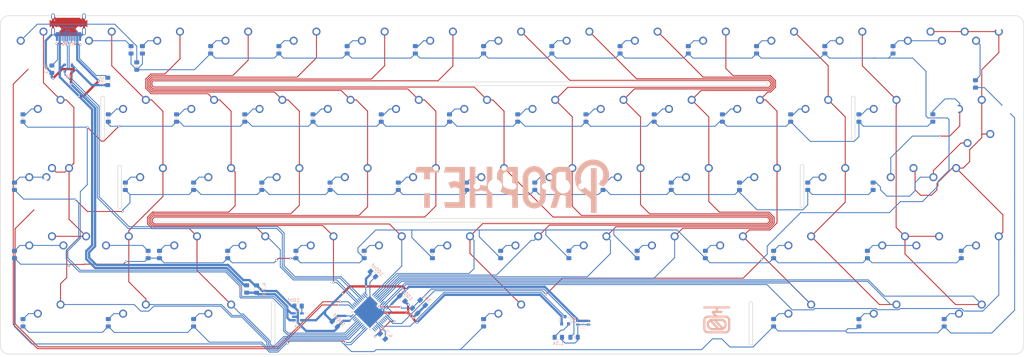
<source format=kicad_pcb>
(kicad_pcb (version 20171130) (host pcbnew "(5.1.0)-1")
  (layers (0 F.Cu signal) (31 B.Cu signal) (34 B.Paste user) (35 F.Paste user) (36 B.SilkS user) (37 F.SilkS user) (38 B.Mask user) (39 F.Mask user) (44 Edge.Cuts user))
  (net 0 "")
  (net 1 GND)
  (net 2 BOOT0)
  (net 3 "Net-(C4-Pad1)")
  (net 4 +5V)
  (net 5 +3V3)
  (net 6 "Net-(D1-Pad2)")
  (net 7 ROW0)
  (net 8 "Net-(D2-Pad2)")
  (net 9 "Net-(D3-Pad2)")
  (net 10 "Net-(D4-Pad2)")
  (net 11 "Net-(D5-Pad2)")
  (net 12 "Net-(D6-Pad2)")
  (net 13 "Net-(D7-Pad2)")
  (net 14 "Net-(D8-Pad2)")
  (net 15 "Net-(D9-Pad2)")
  (net 16 "Net-(D10-Pad2)")
  (net 17 "Net-(D11-Pad2)")
  (net 18 "Net-(D12-Pad2)")
  (net 19 "Net-(D13-Pad2)")
  (net 20 "Net-(D14-Pad2)")
  (net 21 "Net-(D15-Pad2)")
  (net 22 ROW1)
  (net 23 "Net-(D16-Pad2)")
  (net 24 "Net-(D17-Pad2)")
  (net 25 "Net-(D18-Pad2)")
  (net 26 "Net-(D19-Pad2)")
  (net 27 "Net-(D20-Pad2)")
  (net 28 "Net-(D21-Pad2)")
  (net 29 "Net-(D22-Pad2)")
  (net 30 "Net-(D23-Pad2)")
  (net 31 "Net-(D24-Pad2)")
  (net 32 "Net-(D25-Pad2)")
  (net 33 "Net-(D26-Pad2)")
  (net 34 "Net-(D27-Pad2)")
  (net 35 "Net-(D28-Pad2)")
  (net 36 ROW2)
  (net 37 "Net-(D29-Pad2)")
  (net 38 "Net-(D30-Pad2)")
  (net 39 "Net-(D31-Pad2)")
  (net 40 "Net-(D32-Pad2)")
  (net 41 "Net-(D33-Pad2)")
  (net 42 "Net-(D34-Pad2)")
  (net 43 "Net-(D35-Pad2)")
  (net 44 "Net-(D36-Pad2)")
  (net 45 "Net-(D37-Pad2)")
  (net 46 "Net-(D38-Pad2)")
  (net 47 "Net-(D39-Pad2)")
  (net 48 "Net-(D40-Pad2)")
  (net 49 "Net-(D42-Pad2)")
  (net 50 "Net-(D43-Pad2)")
  (net 51 ROW3)
  (net 52 "Net-(D44-Pad2)")
  (net 53 "Net-(D45-Pad2)")
  (net 54 "Net-(D46-Pad2)")
  (net 55 "Net-(D47-Pad2)")
  (net 56 "Net-(D48-Pad2)")
  (net 57 "Net-(D49-Pad2)")
  (net 58 "Net-(D50-Pad2)")
  (net 59 "Net-(D51-Pad2)")
  (net 60 "Net-(D52-Pad2)")
  (net 61 "Net-(D53-Pad2)")
  (net 62 "Net-(D54-Pad2)")
  (net 63 "Net-(D55-Pad2)")
  (net 64 "Net-(D56-Pad2)")
  (net 65 "Net-(D57-Pad2)")
  (net 66 ROW4)
  (net 67 "Net-(D58-Pad2)")
  (net 68 "Net-(D59-Pad2)")
  (net 69 "Net-(D60-Pad2)")
  (net 70 "Net-(D61-Pad2)")
  (net 71 "Net-(D62-Pad2)")
  (net 72 "Net-(DR1-Pad2)")
  (net 73 VCC)
  (net 74 COL0)
  (net 75 COL1)
  (net 76 COL2)
  (net 77 COL3)
  (net 78 COL4)
  (net 79 COL5)
  (net 80 COL6)
  (net 81 COL7)
  (net 82 COL8)
  (net 83 COL9)
  (net 84 COL10)
  (net 85 COL11)
  (net 86 COL12)
  (net 87 COL13)
  (net 88 NRST)
  (net 89 "Net-(Q1-Pad1)")
  (net 90 USB-)
  (net 91 USB+)
  (net 92 "Net-(R6-Pad2)")
  (net 93 "Net-(R7-Pad2)")
  (net 94 "Net-(D63-Pad2)")
  (net 95 "Net-(D64-Pad2)")
  (module Artwork:CableCarLogo (layer B.Cu) (at 273.05 177.8 180)
    (fp_text reference svg2mod hide)
    (fp_text value G*** hide)
  )
  (module logotype:logotype (layer B.Cu) (at 215.9 140.49375 180)
    (fp_text reference svg2mod hide)
    (fp_text value G*** hide)
  )
  (module Package_QFP:LQFP-48_7x7mm_P0.5mm (layer B.Cu) (at 176.2 175.55 135)
    (fp_text reference U1)
    (fp_text value STM32F072CBTx)
    (pad 1 smd rect (at -4.35 2.75 135) (size 1.3 0.25) (layers B.Cu B.Paste B.Mask) (net 5 +3V3))
    (pad 2 smd rect (at -4.35 2.25 135) (size 1.3 0.25) (layers B.Cu B.Paste B.Mask) (net 7 ROW0))
    (pad 3 smd rect (at -4.35 1.749999 135) (size 1.3 0.25) (layers B.Cu B.Paste B.Mask))
    (pad 4 smd rect (at -4.35 1.25 135) (size 1.3 0.25) (layers B.Cu B.Paste B.Mask))
    (pad 5 smd rect (at -4.35 0.750001 135) (size 1.3 0.25) (layers B.Cu B.Paste B.Mask))
    (pad 6 smd rect (at -4.35 0.25 135) (size 1.3 0.25) (layers B.Cu B.Paste B.Mask))
    (pad 7 smd rect (at -4.35 -0.25 135) (size 1.3 0.25) (layers B.Cu B.Paste B.Mask) (net 88 NRST))
    (pad 8 smd rect (at -4.35 -0.750001 135) (size 1.3 0.25) (layers B.Cu B.Paste B.Mask) (net 1 GND))
    (pad 9 smd rect (at -4.35 -1.25 135) (size 1.3 0.25) (layers B.Cu B.Paste B.Mask) (net 5 +3V3))
    (pad 10 smd rect (at -4.35 -1.749999 135) (size 1.3 0.25) (layers B.Cu B.Paste B.Mask))
    (pad 11 smd rect (at -4.35 -2.25 135) (size 1.3 0.25) (layers B.Cu B.Paste B.Mask))
    (pad 12 smd rect (at -4.35 -2.75 135) (size 1.3 0.25) (layers B.Cu B.Paste B.Mask))
    (pad 13 smd rect (at -2.75 -4.35 45) (size 1.3 0.25) (layers B.Cu B.Paste B.Mask) (net 66 ROW4))
    (pad 14 smd rect (at -2.25 -4.35 45) (size 1.3 0.25) (layers B.Cu B.Paste B.Mask) (net 51 ROW3))
    (pad 15 smd rect (at -1.749999 -4.35 45) (size 1.3 0.25) (layers B.Cu B.Paste B.Mask))
    (pad 16 smd rect (at -1.25 -4.35 45) (size 1.3 0.25) (layers B.Cu B.Paste B.Mask) (net 74 COL0))
    (pad 17 smd rect (at -0.750001 -4.35 45) (size 1.3 0.25) (layers B.Cu B.Paste B.Mask) (net 75 COL1))
    (pad 18 smd rect (at -0.25 -4.35 45) (size 1.3 0.25) (layers B.Cu B.Paste B.Mask) (net 76 COL2))
    (pad 19 smd rect (at 0.25 -4.35 45) (size 1.3 0.25) (layers B.Cu B.Paste B.Mask) (net 36 ROW2))
    (pad 20 smd rect (at 0.750001 -4.35 45) (size 1.3 0.25) (layers B.Cu B.Paste B.Mask) (net 22 ROW1))
    (pad 21 smd rect (at 1.25 -4.35 45) (size 1.3 0.25) (layers B.Cu B.Paste B.Mask))
    (pad 22 smd rect (at 1.749999 -4.35 45) (size 1.3 0.25) (layers B.Cu B.Paste B.Mask))
    (pad 23 smd rect (at 2.25 -4.35 45) (size 1.3 0.25) (layers B.Cu B.Paste B.Mask) (net 1 GND))
    (pad 24 smd rect (at 2.75 -4.35 45) (size 1.3 0.25) (layers B.Cu B.Paste B.Mask) (net 5 +3V3))
    (pad 25 smd rect (at 4.35 -2.75 135) (size 1.3 0.25) (layers B.Cu B.Paste B.Mask))
    (pad 26 smd rect (at 4.35 -2.25 135) (size 1.3 0.25) (layers B.Cu B.Paste B.Mask))
    (pad 27 smd rect (at 4.35 -1.749999 135) (size 1.3 0.25) (layers B.Cu B.Paste B.Mask))
    (pad 28 smd rect (at 4.35 -1.25 135) (size 1.3 0.25) (layers B.Cu B.Paste B.Mask))
    (pad 29 smd rect (at 4.35 -0.750001 135) (size 1.3 0.25) (layers B.Cu B.Paste B.Mask) (net 78 COL4))
    (pad 30 smd rect (at 4.35 -0.25 135) (size 1.3 0.25) (layers B.Cu B.Paste B.Mask) (net 77 COL3))
    (pad 31 smd rect (at 4.35 0.25 135) (size 1.3 0.25) (layers B.Cu B.Paste B.Mask))
    (pad 32 smd rect (at 4.35 0.750001 135) (size 1.3 0.25) (layers B.Cu B.Paste B.Mask) (net 90 USB-))
    (pad 33 smd rect (at 4.35 1.25 135) (size 1.3 0.25) (layers B.Cu B.Paste B.Mask) (net 91 USB+))
    (pad 34 smd rect (at 4.35 1.749999 135) (size 1.3 0.25) (layers B.Cu B.Paste B.Mask))
    (pad 35 smd rect (at 4.35 2.25 135) (size 1.3 0.25) (layers B.Cu B.Paste B.Mask) (net 1 GND))
    (pad 36 smd rect (at 4.35 2.75 135) (size 1.3 0.25) (layers B.Cu B.Paste B.Mask) (net 5 +3V3))
    (pad 37 smd rect (at 2.75 4.35 45) (size 1.3 0.25) (layers B.Cu B.Paste B.Mask) (net 79 COL5))
    (pad 38 smd rect (at 2.25 4.35 45) (size 1.3 0.25) (layers B.Cu B.Paste B.Mask) (net 80 COL6))
    (pad 39 smd rect (at 1.749999 4.35 45) (size 1.3 0.25) (layers B.Cu B.Paste B.Mask) (net 81 COL7))
    (pad 40 smd rect (at 1.25 4.35 45) (size 1.3 0.25) (layers B.Cu B.Paste B.Mask) (net 82 COL8))
    (pad 41 smd rect (at 0.750001 4.35 45) (size 1.3 0.25) (layers B.Cu B.Paste B.Mask) (net 83 COL9))
    (pad 42 smd rect (at 0.25 4.35 45) (size 1.3 0.25) (layers B.Cu B.Paste B.Mask) (net 86 COL12))
    (pad 43 smd rect (at -0.25 4.35 45) (size 1.3 0.25) (layers B.Cu B.Paste B.Mask) (net 85 COL11))
    (pad 44 smd rect (at -0.750001 4.35 45) (size 1.3 0.25) (layers B.Cu B.Paste B.Mask) (net 2 BOOT0))
    (pad 45 smd rect (at -1.25 4.35 45) (size 1.3 0.25) (layers B.Cu B.Paste B.Mask) (net 84 COL10))
    (pad 46 smd rect (at -1.749999 4.35 45) (size 1.3 0.25) (layers B.Cu B.Paste B.Mask) (net 87 COL13))
    (pad 47 smd rect (at -2.25 4.35 45) (size 1.3 0.25) (layers B.Cu B.Paste B.Mask) (net 1 GND))
    (pad 48 smd rect (at -2.75 4.35 45) (size 1.3 0.25) (layers B.Cu B.Paste B.Mask) (net 5 +3V3))
  )
  (module Capacitor_SMD:C_0805_2012Metric_Pad1.15x1.40mm_HandSolder (layer B.Cu) (at 166.4208 178.9684 315)
    (fp_text reference C9)
    (fp_text value 100nf (at 0 -1.65 315) (layer B.SilkS) (effects (justify mirror)))
    (pad 1 smd roundrect (at -1.024999 0 315) (size 1.15 1.4) (layers B.Cu B.Paste B.Mask) (roundrect_rratio 0.217391) (net 5 +3V3))
    (pad 2 smd roundrect (at 1.024999 0 315) (size 1.15 1.4) (layers B.Cu B.Paste B.Mask) (roundrect_rratio 0.217391) (net 1 GND))
  )
  (module Capacitor_SMD:C_0805_2012Metric_Pad1.15x1.40mm_HandSolder (layer B.Cu) (at 188.795216 175.245216 315)
    (fp_text reference C3)
    (fp_text value 10uf (at 0.048485 1.768474 315) (layer B.SilkS) (effects (justify mirror)))
    (pad 2 smd roundrect (at 1.024999 0 315) (size 1.15 1.4) (layers B.Cu B.Paste B.Mask) (roundrect_rratio 0.217391) (net 1 GND))
    (pad 1 smd roundrect (at -1.024999 0 315) (size 1.15 1.4) (layers B.Cu B.Paste B.Mask) (roundrect_rratio 0.217391) (net 2 BOOT0))
  )
  (module Capacitor_SMD:C_0805_2012Metric_Pad1.15x1.40mm_HandSolder (layer B.Cu) (at 156.1592 173.9392 180)
    (fp_text reference C4)
    (fp_text value 10nf (at 1.2192 1.6637 180) (layer B.SilkS) (effects (justify mirror)))
    (pad 1 smd roundrect (at -1.025 0 180) (size 1.15 1.4) (layers B.Cu B.Paste B.Mask) (roundrect_rratio 0.217391) (net 3 "Net-(C4-Pad1)"))
    (pad 2 smd roundrect (at 1.025 0 180) (size 1.15 1.4) (layers B.Cu B.Paste B.Mask) (roundrect_rratio 0.217391) (net 1 GND))
  )
  (module Capacitor_SMD:C_0805_2012Metric_Pad1.15x1.40mm_HandSolder (layer B.Cu) (at 144.6 169.2 90)
    (fp_text reference C5)
    (fp_text value 4.7uf (at -0.0275 2.085 90) (layer B.SilkS) (effects (justify mirror)))
    (pad 2 smd roundrect (at 1.025 0 90) (size 1.15 1.4) (layers B.Cu B.Paste B.Mask) (roundrect_rratio 0.217391) (net 1 GND))
    (pad 1 smd roundrect (at -1.025 0 90) (size 1.15 1.4) (layers B.Cu B.Paste B.Mask) (roundrect_rratio 0.217391) (net 4 +5V))
  )
  (module Capacitor_SMD:C_0805_2012Metric_Pad1.15x1.40mm_HandSolder (layer B.Cu) (at 179.794784 182.409216 315)
    (fp_text reference C6)
    (fp_text value 4.7uf (at 0 -1.65 315) (layer B.SilkS) (effects (justify mirror)))
    (pad 2 smd roundrect (at 1.024999 0 315) (size 1.15 1.4) (layers B.Cu B.Paste B.Mask) (roundrect_rratio 0.217391) (net 1 GND))
    (pad 1 smd roundrect (at -1.024999 0 315) (size 1.15 1.4) (layers B.Cu B.Paste B.Mask) (roundrect_rratio 0.217391) (net 5 +3V3))
  )
  (module Capacitor_SMD:C_0805_2012Metric_Pad1.15x1.40mm_HandSolder (layer B.Cu) (at 185.275216 171.825216 315)
    (fp_text reference C7)
    (fp_text value 100nf (at 0 -1.65 315) (layer B.SilkS) (effects (justify mirror)))
    (pad 1 smd roundrect (at -1.024999 0 315) (size 1.15 1.4) (layers B.Cu B.Paste B.Mask) (roundrect_rratio 0.217391) (net 5 +3V3))
    (pad 2 smd roundrect (at 1.024999 0 315) (size 1.15 1.4) (layers B.Cu B.Paste B.Mask) (roundrect_rratio 0.217391) (net 1 GND))
  )
  (module Capacitor_SMD:C_0805_2012Metric_Pad1.15x1.40mm_HandSolder (layer B.Cu) (at 177.0888 164.9984 315)
    (fp_text reference C8)
    (fp_text value 100nf (at 0 -1.65 315) (layer B.SilkS) (effects (justify mirror)))
    (pad 1 smd roundrect (at -1.024999 0 315) (size 1.15 1.4) (layers B.Cu B.Paste B.Mask) (roundrect_rratio 0.217391) (net 5 +3V3))
    (pad 2 smd roundrect (at 1.024999 0 315) (size 1.15 1.4) (layers B.Cu B.Paste B.Mask) (roundrect_rratio 0.217391) (net 1 GND))
  )
  (module Diode_SMD:D_0805_2012Metric_Pad1.15x1.40mm_HandSolder (layer B.Cu) (at 111.125 106.925 90)
    (fp_text reference D1)
    (fp_text value " ")
    (pad 2 smd roundrect (at 1.025 0 90) (size 1.15 1.4) (layers B.Cu B.Paste B.Mask) (roundrect_rratio 0.217391) (net 6 "Net-(D1-Pad2)"))
    (pad 1 smd roundrect (at -1.025 0 90) (size 1.15 1.4) (layers B.Cu B.Paste B.Mask) (roundrect_rratio 0.217391) (net 7 ROW0))
  )
  (module Diode_SMD:D_0805_2012Metric_Pad1.15x1.40mm_HandSolder (layer B.Cu) (at 109.5375 102.39375 90)
    (fp_text reference D2)
    (fp_text value " ")
    (pad 2 smd roundrect (at 1.025 0 90) (size 1.15 1.4) (layers B.Cu B.Paste B.Mask) (roundrect_rratio 0.217391) (net 8 "Net-(D2-Pad2)"))
    (pad 1 smd roundrect (at -1.025 0 90) (size 1.15 1.4) (layers B.Cu B.Paste B.Mask) (roundrect_rratio 0.217391) (net 7 ROW0))
  )
  (module Diode_SMD:D_0805_2012Metric_Pad1.15x1.40mm_HandSolder (layer B.Cu) (at 112.7125 102.39375 90)
    (fp_text reference D3)
    (fp_text value " ")
    (pad 2 smd roundrect (at 1.025 0 90) (size 1.15 1.4) (layers B.Cu B.Paste B.Mask) (roundrect_rratio 0.217391) (net 9 "Net-(D3-Pad2)"))
    (pad 1 smd roundrect (at -1.025 0 90) (size 1.15 1.4) (layers B.Cu B.Paste B.Mask) (roundrect_rratio 0.217391) (net 7 ROW0))
  )
  (module Diode_SMD:D_0805_2012Metric_Pad1.15x1.40mm_HandSolder (layer B.Cu) (at 131.7625 102.39375 90)
    (fp_text reference D4)
    (fp_text value " ")
    (pad 2 smd roundrect (at 1.025 0 90) (size 1.15 1.4) (layers B.Cu B.Paste B.Mask) (roundrect_rratio 0.217391) (net 10 "Net-(D4-Pad2)"))
    (pad 1 smd roundrect (at -1.025 0 90) (size 1.15 1.4) (layers B.Cu B.Paste B.Mask) (roundrect_rratio 0.217391) (net 7 ROW0))
  )
  (module Diode_SMD:D_0805_2012Metric_Pad1.15x1.40mm_HandSolder (layer B.Cu) (at 150.8125 102.39375 90)
    (fp_text reference D5)
    (fp_text value " ")
    (pad 2 smd roundrect (at 1.025 0 90) (size 1.15 1.4) (layers B.Cu B.Paste B.Mask) (roundrect_rratio 0.217391) (net 11 "Net-(D5-Pad2)"))
    (pad 1 smd roundrect (at -1.025 0 90) (size 1.15 1.4) (layers B.Cu B.Paste B.Mask) (roundrect_rratio 0.217391) (net 7 ROW0))
  )
  (module Diode_SMD:D_0805_2012Metric_Pad1.15x1.40mm_HandSolder (layer B.Cu) (at 169.8625 102.39375 90)
    (fp_text reference D6)
    (fp_text value " ")
    (pad 2 smd roundrect (at 1.025 0 90) (size 1.15 1.4) (layers B.Cu B.Paste B.Mask) (roundrect_rratio 0.217391) (net 12 "Net-(D6-Pad2)"))
    (pad 1 smd roundrect (at -1.025 0 90) (size 1.15 1.4) (layers B.Cu B.Paste B.Mask) (roundrect_rratio 0.217391) (net 7 ROW0))
  )
  (module Diode_SMD:D_0805_2012Metric_Pad1.15x1.40mm_HandSolder (layer B.Cu) (at 188.9125 102.39375 90)
    (fp_text reference D7)
    (fp_text value " ")
    (pad 1 smd roundrect (at -1.025 0 90) (size 1.15 1.4) (layers B.Cu B.Paste B.Mask) (roundrect_rratio 0.217391) (net 7 ROW0))
    (pad 2 smd roundrect (at 1.025 0 90) (size 1.15 1.4) (layers B.Cu B.Paste B.Mask) (roundrect_rratio 0.217391) (net 13 "Net-(D7-Pad2)"))
  )
  (module Diode_SMD:D_0805_2012Metric_Pad1.15x1.40mm_HandSolder (layer B.Cu) (at 207.9625 102.39375 90)
    (fp_text reference D8)
    (fp_text value " ")
    (pad 2 smd roundrect (at 1.025 0 90) (size 1.15 1.4) (layers B.Cu B.Paste B.Mask) (roundrect_rratio 0.217391) (net 14 "Net-(D8-Pad2)"))
    (pad 1 smd roundrect (at -1.025 0 90) (size 1.15 1.4) (layers B.Cu B.Paste B.Mask) (roundrect_rratio 0.217391) (net 7 ROW0))
  )
  (module Diode_SMD:D_0805_2012Metric_Pad1.15x1.40mm_HandSolder (layer B.Cu) (at 227.0125 102.39375 90)
    (fp_text reference D9)
    (fp_text value " ")
    (pad 2 smd roundrect (at 1.025 0 90) (size 1.15 1.4) (layers B.Cu B.Paste B.Mask) (roundrect_rratio 0.217391) (net 15 "Net-(D9-Pad2)"))
    (pad 1 smd roundrect (at -1.025 0 90) (size 1.15 1.4) (layers B.Cu B.Paste B.Mask) (roundrect_rratio 0.217391) (net 7 ROW0))
  )
  (module Diode_SMD:D_0805_2012Metric_Pad1.15x1.40mm_HandSolder (layer B.Cu) (at 246.0625 102.39375 90)
    (fp_text reference D10)
    (fp_text value " ")
    (pad 2 smd roundrect (at 1.025 0 90) (size 1.15 1.4) (layers B.Cu B.Paste B.Mask) (roundrect_rratio 0.217391) (net 16 "Net-(D10-Pad2)"))
    (pad 1 smd roundrect (at -1.025 0 90) (size 1.15 1.4) (layers B.Cu B.Paste B.Mask) (roundrect_rratio 0.217391) (net 7 ROW0))
  )
  (module Diode_SMD:D_0805_2012Metric_Pad1.15x1.40mm_HandSolder (layer B.Cu) (at 265.1125 102.39375 90)
    (fp_text reference D11)
    (fp_text value " ")
    (pad 1 smd roundrect (at -1.025 0 90) (size 1.15 1.4) (layers B.Cu B.Paste B.Mask) (roundrect_rratio 0.217391) (net 7 ROW0))
    (pad 2 smd roundrect (at 1.025 0 90) (size 1.15 1.4) (layers B.Cu B.Paste B.Mask) (roundrect_rratio 0.217391) (net 17 "Net-(D11-Pad2)"))
  )
  (module Diode_SMD:D_0805_2012Metric_Pad1.15x1.40mm_HandSolder (layer B.Cu) (at 284.1625 102.39375 90)
    (fp_text reference D12)
    (fp_text value " ")
    (pad 2 smd roundrect (at 1.025 0 90) (size 1.15 1.4) (layers B.Cu B.Paste B.Mask) (roundrect_rratio 0.217391) (net 18 "Net-(D12-Pad2)"))
    (pad 1 smd roundrect (at -1.025 0 90) (size 1.15 1.4) (layers B.Cu B.Paste B.Mask) (roundrect_rratio 0.217391) (net 7 ROW0))
  )
  (module Diode_SMD:D_0805_2012Metric_Pad1.15x1.40mm_HandSolder (layer B.Cu) (at 303.2125 102.39375 90)
    (fp_text reference D13)
    (fp_text value " ")
    (pad 2 smd roundrect (at 1.025 0 90) (size 1.15 1.4) (layers B.Cu B.Paste B.Mask) (roundrect_rratio 0.217391) (net 19 "Net-(D13-Pad2)"))
    (pad 1 smd roundrect (at -1.025 0 90) (size 1.15 1.4) (layers B.Cu B.Paste B.Mask) (roundrect_rratio 0.217391) (net 7 ROW0))
  )
  (module Diode_SMD:D_0805_2012Metric_Pad1.15x1.40mm_HandSolder (layer B.Cu) (at 322.2625 102.39375 90)
    (fp_text reference D14)
    (fp_text value " ")
    (pad 2 smd roundrect (at 1.025 0 90) (size 1.15 1.4) (layers B.Cu B.Paste B.Mask) (roundrect_rratio 0.217391) (net 20 "Net-(D14-Pad2)"))
    (pad 1 smd roundrect (at -1.025 0 90) (size 1.15 1.4) (layers B.Cu B.Paste B.Mask) (roundrect_rratio 0.217391) (net 7 ROW0))
  )
  (module Diode_SMD:D_0805_2012Metric_Pad1.15x1.40mm_HandSolder (layer B.Cu) (at 79.375 121.44375 90)
    (fp_text reference D15)
    (fp_text value " ")
    (pad 2 smd roundrect (at 1.025 0 90) (size 1.15 1.4) (layers B.Cu B.Paste B.Mask) (roundrect_rratio 0.217391) (net 21 "Net-(D15-Pad2)"))
    (pad 1 smd roundrect (at -1.025 0 90) (size 1.15 1.4) (layers B.Cu B.Paste B.Mask) (roundrect_rratio 0.217391) (net 22 ROW1))
  )
  (module Diode_SMD:D_0805_2012Metric_Pad1.15x1.40mm_HandSolder (layer B.Cu) (at 103.1875 121.44375 90)
    (fp_text reference D16)
    (fp_text value " ")
    (pad 1 smd roundrect (at -1.025 0 90) (size 1.15 1.4) (layers B.Cu B.Paste B.Mask) (roundrect_rratio 0.217391) (net 22 ROW1))
    (pad 2 smd roundrect (at 1.025 0 90) (size 1.15 1.4) (layers B.Cu B.Paste B.Mask) (roundrect_rratio 0.217391) (net 23 "Net-(D16-Pad2)"))
  )
  (module Diode_SMD:D_0805_2012Metric_Pad1.15x1.40mm_HandSolder (layer B.Cu) (at 122.2375 121.44375 90)
    (fp_text reference D17)
    (fp_text value " ")
    (pad 2 smd roundrect (at 1.025 0 90) (size 1.15 1.4) (layers B.Cu B.Paste B.Mask) (roundrect_rratio 0.217391) (net 24 "Net-(D17-Pad2)"))
    (pad 1 smd roundrect (at -1.025 0 90) (size 1.15 1.4) (layers B.Cu B.Paste B.Mask) (roundrect_rratio 0.217391) (net 22 ROW1))
  )
  (module Diode_SMD:D_0805_2012Metric_Pad1.15x1.40mm_HandSolder (layer B.Cu) (at 141.2875 121.44375 90)
    (fp_text reference D18)
    (fp_text value " ")
    (pad 1 smd roundrect (at -1.025 0 90) (size 1.15 1.4) (layers B.Cu B.Paste B.Mask) (roundrect_rratio 0.217391) (net 22 ROW1))
    (pad 2 smd roundrect (at 1.025 0 90) (size 1.15 1.4) (layers B.Cu B.Paste B.Mask) (roundrect_rratio 0.217391) (net 25 "Net-(D18-Pad2)"))
  )
  (module Diode_SMD:D_0805_2012Metric_Pad1.15x1.40mm_HandSolder (layer B.Cu) (at 160.3375 121.44375 90)
    (fp_text reference D19)
    (fp_text value " ")
    (pad 2 smd roundrect (at 1.025 0 90) (size 1.15 1.4) (layers B.Cu B.Paste B.Mask) (roundrect_rratio 0.217391) (net 26 "Net-(D19-Pad2)"))
    (pad 1 smd roundrect (at -1.025 0 90) (size 1.15 1.4) (layers B.Cu B.Paste B.Mask) (roundrect_rratio 0.217391) (net 22 ROW1))
  )
  (module Diode_SMD:D_0805_2012Metric_Pad1.15x1.40mm_HandSolder (layer B.Cu) (at 179.3875 121.44375 90)
    (fp_text reference D20)
    (fp_text value " ")
    (pad 2 smd roundrect (at 1.025 0 90) (size 1.15 1.4) (layers B.Cu B.Paste B.Mask) (roundrect_rratio 0.217391) (net 27 "Net-(D20-Pad2)"))
    (pad 1 smd roundrect (at -1.025 0 90) (size 1.15 1.4) (layers B.Cu B.Paste B.Mask) (roundrect_rratio 0.217391) (net 22 ROW1))
  )
  (module Diode_SMD:D_0805_2012Metric_Pad1.15x1.40mm_HandSolder (layer B.Cu) (at 198.4375 121.44375 90)
    (fp_text reference D21)
    (fp_text value " ")
    (pad 2 smd roundrect (at 1.025 0 90) (size 1.15 1.4) (layers B.Cu B.Paste B.Mask) (roundrect_rratio 0.217391) (net 28 "Net-(D21-Pad2)"))
    (pad 1 smd roundrect (at -1.025 0 90) (size 1.15 1.4) (layers B.Cu B.Paste B.Mask) (roundrect_rratio 0.217391) (net 22 ROW1))
  )
  (module Diode_SMD:D_0805_2012Metric_Pad1.15x1.40mm_HandSolder (layer B.Cu) (at 217.4875 121.44375 90)
    (fp_text reference D22)
    (fp_text value " ")
    (pad 2 smd roundrect (at 1.025 0 90) (size 1.15 1.4) (layers B.Cu B.Paste B.Mask) (roundrect_rratio 0.217391) (net 29 "Net-(D22-Pad2)"))
    (pad 1 smd roundrect (at -1.025 0 90) (size 1.15 1.4) (layers B.Cu B.Paste B.Mask) (roundrect_rratio 0.217391) (net 22 ROW1))
  )
  (module Diode_SMD:D_0805_2012Metric_Pad1.15x1.40mm_HandSolder (layer B.Cu) (at 236.5375 121.44375 90)
    (fp_text reference D23)
    (fp_text value " ")
    (pad 2 smd roundrect (at 1.025 0 90) (size 1.15 1.4) (layers B.Cu B.Paste B.Mask) (roundrect_rratio 0.217391) (net 30 "Net-(D23-Pad2)"))
    (pad 1 smd roundrect (at -1.025 0 90) (size 1.15 1.4) (layers B.Cu B.Paste B.Mask) (roundrect_rratio 0.217391) (net 22 ROW1))
  )
  (module Diode_SMD:D_0805_2012Metric_Pad1.15x1.40mm_HandSolder (layer B.Cu) (at 255.5875 121.44375 90)
    (fp_text reference D24)
    (fp_text value " ")
    (pad 2 smd roundrect (at 1.025 0 90) (size 1.15 1.4) (layers B.Cu B.Paste B.Mask) (roundrect_rratio 0.217391) (net 31 "Net-(D24-Pad2)"))
    (pad 1 smd roundrect (at -1.025 0 90) (size 1.15 1.4) (layers B.Cu B.Paste B.Mask) (roundrect_rratio 0.217391) (net 22 ROW1))
  )
  (module Diode_SMD:D_0805_2012Metric_Pad1.15x1.40mm_HandSolder (layer B.Cu) (at 274.6375 121.44375 90)
    (fp_text reference D25)
    (fp_text value " ")
    (pad 2 smd roundrect (at 1.025 0 90) (size 1.15 1.4) (layers B.Cu B.Paste B.Mask) (roundrect_rratio 0.217391) (net 32 "Net-(D25-Pad2)"))
    (pad 1 smd roundrect (at -1.025 0 90) (size 1.15 1.4) (layers B.Cu B.Paste B.Mask) (roundrect_rratio 0.217391) (net 22 ROW1))
  )
  (module Diode_SMD:D_0805_2012Metric_Pad1.15x1.40mm_HandSolder (layer B.Cu) (at 293.6875 121.44375 90)
    (fp_text reference D26)
    (fp_text value " ")
    (pad 1 smd roundrect (at -1.025 0 90) (size 1.15 1.4) (layers B.Cu B.Paste B.Mask) (roundrect_rratio 0.217391) (net 22 ROW1))
    (pad 2 smd roundrect (at 1.025 0 90) (size 1.15 1.4) (layers B.Cu B.Paste B.Mask) (roundrect_rratio 0.217391) (net 33 "Net-(D26-Pad2)"))
  )
  (module Diode_SMD:D_0805_2012Metric_Pad1.15x1.40mm_HandSolder (layer B.Cu) (at 312.7375 121.44375 90)
    (fp_text reference D27)
    (fp_text value " ")
    (pad 2 smd roundrect (at 1.025 0 90) (size 1.15 1.4) (layers B.Cu B.Paste B.Mask) (roundrect_rratio 0.217391) (net 34 "Net-(D27-Pad2)"))
    (pad 1 smd roundrect (at -1.025 0 90) (size 1.15 1.4) (layers B.Cu B.Paste B.Mask) (roundrect_rratio 0.217391) (net 22 ROW1))
  )
  (module Diode_SMD:D_0805_2012Metric_Pad1.15x1.40mm_HandSolder (layer B.Cu) (at 333.375 121.43 90)
    (fp_text reference D28)
    (fp_text value " ")
    (pad 2 smd roundrect (at 1.025 0 90) (size 1.15 1.4) (layers B.Cu B.Paste B.Mask) (roundrect_rratio 0.217391) (net 35 "Net-(D28-Pad2)"))
    (pad 1 smd roundrect (at -1.025 0 90) (size 1.15 1.4) (layers B.Cu B.Paste B.Mask) (roundrect_rratio 0.217391) (net 22 ROW1))
  )
  (module Diode_SMD:D_0805_2012Metric_Pad1.15x1.40mm_HandSolder (layer B.Cu) (at 76.99375 140.49375 90)
    (fp_text reference D29)
    (fp_text value " ")
    (pad 1 smd roundrect (at -1.025 0 90) (size 1.15 1.4) (layers B.Cu B.Paste B.Mask) (roundrect_rratio 0.217391) (net 36 ROW2))
    (pad 2 smd roundrect (at 1.025 0 90) (size 1.15 1.4) (layers B.Cu B.Paste B.Mask) (roundrect_rratio 0.217391) (net 37 "Net-(D29-Pad2)"))
  )
  (module Diode_SMD:D_0805_2012Metric_Pad1.15x1.40mm_HandSolder (layer B.Cu) (at 107.95 140.49375 90)
    (fp_text reference D30)
    (fp_text value " ")
    (pad 1 smd roundrect (at -1.025 0 90) (size 1.15 1.4) (layers B.Cu B.Paste B.Mask) (roundrect_rratio 0.217391) (net 36 ROW2))
    (pad 2 smd roundrect (at 1.025 0 90) (size 1.15 1.4) (layers B.Cu B.Paste B.Mask) (roundrect_rratio 0.217391) (net 38 "Net-(D30-Pad2)"))
  )
  (module Diode_SMD:D_0805_2012Metric_Pad1.15x1.40mm_HandSolder (layer B.Cu) (at 127 140.49375 90)
    (fp_text reference D31)
    (fp_text value " ")
    (pad 1 smd roundrect (at -1.025 0 90) (size 1.15 1.4) (layers B.Cu B.Paste B.Mask) (roundrect_rratio 0.217391) (net 36 ROW2))
    (pad 2 smd roundrect (at 1.025 0 90) (size 1.15 1.4) (layers B.Cu B.Paste B.Mask) (roundrect_rratio 0.217391) (net 39 "Net-(D31-Pad2)"))
  )
  (module Diode_SMD:D_0805_2012Metric_Pad1.15x1.40mm_HandSolder (layer B.Cu) (at 146.05 140.49375 90)
    (fp_text reference D32)
    (fp_text value " ")
    (pad 1 smd roundrect (at -1.025 0 90) (size 1.15 1.4) (layers B.Cu B.Paste B.Mask) (roundrect_rratio 0.217391) (net 36 ROW2))
    (pad 2 smd roundrect (at 1.025 0 90) (size 1.15 1.4) (layers B.Cu B.Paste B.Mask) (roundrect_rratio 0.217391) (net 40 "Net-(D32-Pad2)"))
  )
  (module Diode_SMD:D_0805_2012Metric_Pad1.15x1.40mm_HandSolder (layer B.Cu) (at 165.1 140.49375 90)
    (fp_text reference D33)
    (fp_text value " ")
    (pad 1 smd roundrect (at -1.025 0 90) (size 1.15 1.4) (layers B.Cu B.Paste B.Mask) (roundrect_rratio 0.217391) (net 36 ROW2))
    (pad 2 smd roundrect (at 1.025 0 90) (size 1.15 1.4) (layers B.Cu B.Paste B.Mask) (roundrect_rratio 0.217391) (net 41 "Net-(D33-Pad2)"))
  )
  (module Diode_SMD:D_0805_2012Metric_Pad1.15x1.40mm_HandSolder (layer B.Cu) (at 184.15 140.49375 90)
    (fp_text reference D34)
    (fp_text value " ")
    (pad 1 smd roundrect (at -1.025 0 90) (size 1.15 1.4) (layers B.Cu B.Paste B.Mask) (roundrect_rratio 0.217391) (net 36 ROW2))
    (pad 2 smd roundrect (at 1.025 0 90) (size 1.15 1.4) (layers B.Cu B.Paste B.Mask) (roundrect_rratio 0.217391) (net 42 "Net-(D34-Pad2)"))
  )
  (module Diode_SMD:D_0805_2012Metric_Pad1.15x1.40mm_HandSolder (layer B.Cu) (at 203.2 140.49375 90)
    (fp_text reference D35)
    (fp_text value " ")
    (pad 1 smd roundrect (at -1.025 0 90) (size 1.15 1.4) (layers B.Cu B.Paste B.Mask) (roundrect_rratio 0.217391) (net 36 ROW2))
    (pad 2 smd roundrect (at 1.025 0 90) (size 1.15 1.4) (layers B.Cu B.Paste B.Mask) (roundrect_rratio 0.217391) (net 43 "Net-(D35-Pad2)"))
  )
  (module Diode_SMD:D_0805_2012Metric_Pad1.15x1.40mm_HandSolder (layer B.Cu) (at 222.25 140.49375 90)
    (fp_text reference D36)
    (fp_text value " ")
    (pad 2 smd roundrect (at 1.025 0 90) (size 1.15 1.4) (layers B.Cu B.Paste B.Mask) (roundrect_rratio 0.217391) (net 44 "Net-(D36-Pad2)"))
    (pad 1 smd roundrect (at -1.025 0 90) (size 1.15 1.4) (layers B.Cu B.Paste B.Mask) (roundrect_rratio 0.217391) (net 36 ROW2))
  )
  (module Diode_SMD:D_0805_2012Metric_Pad1.15x1.40mm_HandSolder (layer B.Cu) (at 241.3 140.49375 90)
    (fp_text reference D37)
    (fp_text value " ")
    (pad 2 smd roundrect (at 1.025 0 90) (size 1.15 1.4) (layers B.Cu B.Paste B.Mask) (roundrect_rratio 0.217391) (net 45 "Net-(D37-Pad2)"))
    (pad 1 smd roundrect (at -1.025 0 90) (size 1.15 1.4) (layers B.Cu B.Paste B.Mask) (roundrect_rratio 0.217391) (net 36 ROW2))
  )
  (module Diode_SMD:D_0805_2012Metric_Pad1.15x1.40mm_HandSolder (layer B.Cu) (at 260.35 140.49375 90)
    (fp_text reference D38)
    (fp_text value " ")
    (pad 1 smd roundrect (at -1.025 0 90) (size 1.15 1.4) (layers B.Cu B.Paste B.Mask) (roundrect_rratio 0.217391) (net 36 ROW2))
    (pad 2 smd roundrect (at 1.025 0 90) (size 1.15 1.4) (layers B.Cu B.Paste B.Mask) (roundrect_rratio 0.217391) (net 46 "Net-(D38-Pad2)"))
  )
  (module Diode_SMD:D_0805_2012Metric_Pad1.15x1.40mm_HandSolder (layer B.Cu) (at 279.4 140.49375 90)
    (fp_text reference D39)
    (fp_text value " ")
    (pad 1 smd roundrect (at -1.025 0 90) (size 1.15 1.4) (layers B.Cu B.Paste B.Mask) (roundrect_rratio 0.217391) (net 36 ROW2))
    (pad 2 smd roundrect (at 1.025 0 90) (size 1.15 1.4) (layers B.Cu B.Paste B.Mask) (roundrect_rratio 0.217391) (net 47 "Net-(D39-Pad2)"))
  )
  (module Diode_SMD:D_0805_2012Metric_Pad1.15x1.40mm_HandSolder (layer B.Cu) (at 298.45 140.49375 90)
    (fp_text reference D40)
    (fp_text value " ")
    (pad 1 smd roundrect (at -1.025 0 90) (size 1.15 1.4) (layers B.Cu B.Paste B.Mask) (roundrect_rratio 0.217391) (net 36 ROW2))
    (pad 2 smd roundrect (at 1.025 0 90) (size 1.15 1.4) (layers B.Cu B.Paste B.Mask) (roundrect_rratio 0.217391) (net 48 "Net-(D40-Pad2)"))
  )
  (module Diode_SMD:D_0805_2012Metric_Pad1.15x1.40mm_HandSolder (layer B.Cu) (at 316.70625 140.49375 90)
    (fp_text reference D42)
    (fp_text value " ")
    (pad 1 smd roundrect (at -1.025 0 90) (size 1.15 1.4) (layers B.Cu B.Paste B.Mask) (roundrect_rratio 0.217391) (net 36 ROW2))
    (pad 2 smd roundrect (at 1.025 0 90) (size 1.15 1.4) (layers B.Cu B.Paste B.Mask) (roundrect_rratio 0.217391) (net 49 "Net-(D42-Pad2)"))
  )
  (module Diode_SMD:D_0805_2012Metric_Pad1.15x1.40mm_HandSolder (layer B.Cu) (at 76.99375 159.54375 90)
    (fp_text reference D43)
    (fp_text value " ")
    (pad 2 smd roundrect (at 1.025 0 90) (size 1.15 1.4) (layers B.Cu B.Paste B.Mask) (roundrect_rratio 0.217391) (net 50 "Net-(D43-Pad2)"))
    (pad 1 smd roundrect (at -1.025 0 90) (size 1.15 1.4) (layers B.Cu B.Paste B.Mask) (roundrect_rratio 0.217391) (net 51 ROW3))
  )
  (module Diode_SMD:D_0805_2012Metric_Pad1.15x1.40mm_HandSolder (layer B.Cu) (at 114.3 159.54375 90)
    (fp_text reference D44)
    (fp_text value " ")
    (pad 1 smd roundrect (at -1.025 0 90) (size 1.15 1.4) (layers B.Cu B.Paste B.Mask) (roundrect_rratio 0.217391) (net 51 ROW3))
    (pad 2 smd roundrect (at 1.025 0 90) (size 1.15 1.4) (layers B.Cu B.Paste B.Mask) (roundrect_rratio 0.217391) (net 52 "Net-(D44-Pad2)"))
  )
  (module Diode_SMD:D_0805_2012Metric_Pad1.15x1.40mm_HandSolder (layer B.Cu) (at 117.475 159.54375 90)
    (fp_text reference D45)
    (fp_text value " ")
    (pad 1 smd roundrect (at -1.025 0 90) (size 1.15 1.4) (layers B.Cu B.Paste B.Mask) (roundrect_rratio 0.217391) (net 51 ROW3))
    (pad 2 smd roundrect (at 1.025 0 90) (size 1.15 1.4) (layers B.Cu B.Paste B.Mask) (roundrect_rratio 0.217391) (net 53 "Net-(D45-Pad2)"))
  )
  (module Diode_SMD:D_0805_2012Metric_Pad1.15x1.40mm_HandSolder (layer B.Cu) (at 136.525 159.54375 90)
    (fp_text reference D46)
    (fp_text value " ")
    (pad 1 smd roundrect (at -1.025 0 90) (size 1.15 1.4) (layers B.Cu B.Paste B.Mask) (roundrect_rratio 0.217391) (net 51 ROW3))
    (pad 2 smd roundrect (at 1.025 0 90) (size 1.15 1.4) (layers B.Cu B.Paste B.Mask) (roundrect_rratio 0.217391) (net 54 "Net-(D46-Pad2)"))
  )
  (module Diode_SMD:D_0805_2012Metric_Pad1.15x1.40mm_HandSolder (layer B.Cu) (at 155.575 159.54375 90)
    (fp_text reference D47)
    (fp_text value " ")
    (pad 1 smd roundrect (at -1.025 0 90) (size 1.15 1.4) (layers B.Cu B.Paste B.Mask) (roundrect_rratio 0.217391) (net 51 ROW3))
    (pad 2 smd roundrect (at 1.025 0 90) (size 1.15 1.4) (layers B.Cu B.Paste B.Mask) (roundrect_rratio 0.217391) (net 55 "Net-(D47-Pad2)"))
  )
  (module Diode_SMD:D_0805_2012Metric_Pad1.15x1.40mm_HandSolder (layer B.Cu) (at 174.625 159.54375 90)
    (fp_text reference D48)
    (fp_text value " ")
    (pad 1 smd roundrect (at -1.025 0 90) (size 1.15 1.4) (layers B.Cu B.Paste B.Mask) (roundrect_rratio 0.217391) (net 51 ROW3))
    (pad 2 smd roundrect (at 1.025 0 90) (size 1.15 1.4) (layers B.Cu B.Paste B.Mask) (roundrect_rratio 0.217391) (net 56 "Net-(D48-Pad2)"))
  )
  (module Diode_SMD:D_0805_2012Metric_Pad1.15x1.40mm_HandSolder (layer B.Cu) (at 193.675 159.54375 90)
    (fp_text reference D49)
    (fp_text value " ")
    (pad 1 smd roundrect (at -1.025 0 90) (size 1.15 1.4) (layers B.Cu B.Paste B.Mask) (roundrect_rratio 0.217391) (net 51 ROW3))
    (pad 2 smd roundrect (at 1.025 0 90) (size 1.15 1.4) (layers B.Cu B.Paste B.Mask) (roundrect_rratio 0.217391) (net 57 "Net-(D49-Pad2)"))
  )
  (module Diode_SMD:D_0805_2012Metric_Pad1.15x1.40mm_HandSolder (layer B.Cu) (at 212.725 159.54375 90)
    (fp_text reference D50)
    (fp_text value " ")
    (pad 1 smd roundrect (at -1.025 0 90) (size 1.15 1.4) (layers B.Cu B.Paste B.Mask) (roundrect_rratio 0.217391) (net 51 ROW3))
    (pad 2 smd roundrect (at 1.025 0 90) (size 1.15 1.4) (layers B.Cu B.Paste B.Mask) (roundrect_rratio 0.217391) (net 58 "Net-(D50-Pad2)"))
  )
  (module Diode_SMD:D_0805_2012Metric_Pad1.15x1.40mm_HandSolder (layer B.Cu) (at 231.775 159.54375 90)
    (fp_text reference D51)
    (fp_text value " ")
    (pad 1 smd roundrect (at -1.025 0 90) (size 1.15 1.4) (layers B.Cu B.Paste B.Mask) (roundrect_rratio 0.217391) (net 51 ROW3))
    (pad 2 smd roundrect (at 1.025 0 90) (size 1.15 1.4) (layers B.Cu B.Paste B.Mask) (roundrect_rratio 0.217391) (net 59 "Net-(D51-Pad2)"))
  )
  (module Diode_SMD:D_0805_2012Metric_Pad1.15x1.40mm_HandSolder (layer B.Cu) (at 250.825 159.54375 90)
    (fp_text reference D52)
    (fp_text value " ")
    (pad 1 smd roundrect (at -1.025 0 90) (size 1.15 1.4) (layers B.Cu B.Paste B.Mask) (roundrect_rratio 0.217391) (net 51 ROW3))
    (pad 2 smd roundrect (at 1.025 0 90) (size 1.15 1.4) (layers B.Cu B.Paste B.Mask) (roundrect_rratio 0.217391) (net 60 "Net-(D52-Pad2)"))
  )
  (module Diode_SMD:D_0805_2012Metric_Pad1.15x1.40mm_HandSolder (layer B.Cu) (at 269.875 159.54375 90)
    (fp_text reference D53)
    (fp_text value " ")
    (pad 1 smd roundrect (at -1.025 0 90) (size 1.15 1.4) (layers B.Cu B.Paste B.Mask) (roundrect_rratio 0.217391) (net 51 ROW3))
    (pad 2 smd roundrect (at 1.025 0 90) (size 1.15 1.4) (layers B.Cu B.Paste B.Mask) (roundrect_rratio 0.217391) (net 61 "Net-(D53-Pad2)"))
  )
  (module Diode_SMD:D_0805_2012Metric_Pad1.15x1.40mm_HandSolder (layer B.Cu) (at 288.925 159.54375 90)
    (fp_text reference D54)
    (fp_text value " ")
    (pad 1 smd roundrect (at -1.025 0 90) (size 1.15 1.4) (layers B.Cu B.Paste B.Mask) (roundrect_rratio 0.217391) (net 51 ROW3))
    (pad 2 smd roundrect (at 1.025 0 90) (size 1.15 1.4) (layers B.Cu B.Paste B.Mask) (roundrect_rratio 0.217391) (net 62 "Net-(D54-Pad2)"))
  )
  (module Diode_SMD:D_0805_2012Metric_Pad1.15x1.40mm_HandSolder (layer B.Cu) (at 315.11875 159.54375 90)
    (fp_text reference D55)
    (fp_text value " ")
    (pad 2 smd roundrect (at 1.025 0 90) (size 1.15 1.4) (layers B.Cu B.Paste B.Mask) (roundrect_rratio 0.217391) (net 63 "Net-(D55-Pad2)"))
    (pad 1 smd roundrect (at -1.025 0 90) (size 1.15 1.4) (layers B.Cu B.Paste B.Mask) (roundrect_rratio 0.217391) (net 51 ROW3))
  )
  (module Diode_SMD:D_0805_2012Metric_Pad1.15x1.40mm_HandSolder (layer B.Cu) (at 341.3125 159.54375 90)
    (fp_text reference D56)
    (fp_text value " ")
    (pad 1 smd roundrect (at -1.025 0 90) (size 1.15 1.4) (layers B.Cu B.Paste B.Mask) (roundrect_rratio 0.217391) (net 51 ROW3))
    (pad 2 smd roundrect (at 1.025 0 90) (size 1.15 1.4) (layers B.Cu B.Paste B.Mask) (roundrect_rratio 0.217391) (net 64 "Net-(D56-Pad2)"))
  )
  (module Diode_SMD:D_0805_2012Metric_Pad1.15x1.40mm_HandSolder (layer B.Cu) (at 79.375 178.59375 90)
    (fp_text reference D57)
    (fp_text value " ")
    (pad 2 smd roundrect (at 1.025 0 90) (size 1.15 1.4) (layers B.Cu B.Paste B.Mask) (roundrect_rratio 0.217391) (net 65 "Net-(D57-Pad2)"))
    (pad 1 smd roundrect (at -1.025 0 90) (size 1.15 1.4) (layers B.Cu B.Paste B.Mask) (roundrect_rratio 0.217391) (net 66 ROW4))
  )
  (module Diode_SMD:D_0805_2012Metric_Pad1.15x1.40mm_HandSolder (layer B.Cu) (at 103.1875 178.59375 90)
    (fp_text reference D58)
    (fp_text value " ")
    (pad 1 smd roundrect (at -1.025 0 90) (size 1.15 1.4) (layers B.Cu B.Paste B.Mask) (roundrect_rratio 0.217391) (net 66 ROW4))
    (pad 2 smd roundrect (at 1.025 0 90) (size 1.15 1.4) (layers B.Cu B.Paste B.Mask) (roundrect_rratio 0.217391) (net 67 "Net-(D58-Pad2)"))
  )
  (module Diode_SMD:D_0805_2012Metric_Pad1.15x1.40mm_HandSolder (layer B.Cu) (at 127 178.59375 90)
    (fp_text reference D59)
    (fp_text value " ")
    (pad 2 smd roundrect (at 1.025 0 90) (size 1.15 1.4) (layers B.Cu B.Paste B.Mask) (roundrect_rratio 0.217391) (net 68 "Net-(D59-Pad2)"))
    (pad 1 smd roundrect (at -1.025 0 90) (size 1.15 1.4) (layers B.Cu B.Paste B.Mask) (roundrect_rratio 0.217391) (net 66 ROW4))
  )
  (module Diode_SMD:D_0805_2012Metric_Pad1.15x1.40mm_HandSolder (layer B.Cu) (at 207.9625 178.59375 90)
    (fp_text reference D60)
    (fp_text value " ")
    (pad 1 smd roundrect (at -1.025 0 90) (size 1.15 1.4) (layers B.Cu B.Paste B.Mask) (roundrect_rratio 0.217391) (net 66 ROW4))
    (pad 2 smd roundrect (at 1.025 0 90) (size 1.15 1.4) (layers B.Cu B.Paste B.Mask) (roundrect_rratio 0.217391) (net 69 "Net-(D60-Pad2)"))
  )
  (module Diode_SMD:D_0805_2012Metric_Pad1.15x1.40mm_HandSolder (layer B.Cu) (at 288.925 178.59375 90)
    (fp_text reference D61)
    (fp_text value " ")
    (pad 2 smd roundrect (at 1.025 0 90) (size 1.15 1.4) (layers B.Cu B.Paste B.Mask) (roundrect_rratio 0.217391) (net 70 "Net-(D61-Pad2)"))
    (pad 1 smd roundrect (at -1.025 0 90) (size 1.15 1.4) (layers B.Cu B.Paste B.Mask) (roundrect_rratio 0.217391) (net 66 ROW4))
  )
  (module Diode_SMD:D_0805_2012Metric_Pad1.15x1.40mm_HandSolder (layer B.Cu) (at 312.7375 178.59375 90)
    (fp_text reference D62)
    (fp_text value " ")
    (pad 2 smd roundrect (at 1.025 0 90) (size 1.15 1.4) (layers B.Cu B.Paste B.Mask) (roundrect_rratio 0.217391) (net 71 "Net-(D62-Pad2)"))
    (pad 1 smd roundrect (at -1.025 0 90) (size 1.15 1.4) (layers B.Cu B.Paste B.Mask) (roundrect_rratio 0.217391) (net 66 ROW4))
  )
  (module Diode_SMD:D_0805_2012Metric_Pad1.15x1.40mm_HandSolder (layer B.Cu) (at 233.225 182.65)
    (fp_text reference DR1)
    (fp_text value 1N4148)
    (pad 1 smd roundrect (at -1.025 0) (size 1.15 1.4) (layers B.Cu B.Paste B.Mask) (roundrect_rratio 0.217391) (net 2 BOOT0))
    (pad 2 smd roundrect (at 1.025 0) (size 1.15 1.4) (layers B.Cu B.Paste B.Mask) (roundrect_rratio 0.217391) (net 72 "Net-(DR1-Pad2)"))
  )
  (module Fuse:Fuse_0805_2012Metric_Pad1.15x1.40mm_HandSolder (layer B.Cu) (at 141.8 169.175 270)
    (fp_text reference F1 (at 0 1.65 270) (layer B.SilkS) (effects (justify mirror)))
    (fp_text value 500ma)
    (pad 1 smd roundrect (at -1.025 0 270) (size 1.15 1.4) (layers B.Cu B.Paste B.Mask) (roundrect_rratio 0.217391) (net 73 VCC))
    (pad 2 smd roundrect (at 1.025 0 270) (size 1.15 1.4) (layers B.Cu B.Paste B.Mask) (roundrect_rratio 0.217391) (net 4 +5V))
  )
  (module MX_Alps_Hybrid:MXOnly-1U-NoLED (layer F.Cu) (at 82.55 102.39375)
    (fp_text reference MX_1)
    (fp_text value ESC)
    (pad "" np_thru_hole circle (at 5.08 0 48.0996) (size 1.75 1.75) (drill 1.75) (layers *.Cu *.Mask))
    (pad "" np_thru_hole circle (at -5.08 0 48.0996) (size 1.75 1.75) (drill 1.75) (layers *.Cu *.Mask))
    (pad 1 thru_hole circle (at -3.81 -2.54) (size 2.25 2.25) (drill 1.47) (layers *.Cu B.Mask) (net 6 "Net-(D1-Pad2)"))
    (pad "" np_thru_hole circle (at 0 0) (size 3.9878 3.9878) (drill 3.9878) (layers *.Cu *.Mask))
    (pad 2 thru_hole circle (at 2.54 -5.08) (size 2.25 2.25) (drill 1.47) (layers *.Cu B.Mask) (net 74 COL0))
  )
  (module MX_Alps_Hybrid:MXOnly-1U-NoLED (layer F.Cu) (at 101.6 102.39375)
    (fp_text reference MX_2)
    (fp_text value 1)
    (pad "" np_thru_hole circle (at 5.08 0 48.0996) (size 1.75 1.75) (drill 1.75) (layers *.Cu *.Mask))
    (pad "" np_thru_hole circle (at -5.08 0 48.0996) (size 1.75 1.75) (drill 1.75) (layers *.Cu *.Mask))
    (pad 1 thru_hole circle (at -3.81 -2.54) (size 2.25 2.25) (drill 1.47) (layers *.Cu B.Mask) (net 8 "Net-(D2-Pad2)"))
    (pad "" np_thru_hole circle (at 0 0) (size 3.9878 3.9878) (drill 3.9878) (layers *.Cu *.Mask))
    (pad 2 thru_hole circle (at 2.54 -5.08) (size 2.25 2.25) (drill 1.47) (layers *.Cu B.Mask) (net 75 COL1))
  )
  (module MX_Alps_Hybrid:MXOnly-1U-NoLED (layer F.Cu) (at 120.65 102.39375)
    (fp_text reference MX_3)
    (fp_text value 2)
    (pad "" np_thru_hole circle (at 5.08 0 48.0996) (size 1.75 1.75) (drill 1.75) (layers *.Cu *.Mask))
    (pad "" np_thru_hole circle (at -5.08 0 48.0996) (size 1.75 1.75) (drill 1.75) (layers *.Cu *.Mask))
    (pad 1 thru_hole circle (at -3.81 -2.54) (size 2.25 2.25) (drill 1.47) (layers *.Cu B.Mask) (net 9 "Net-(D3-Pad2)"))
    (pad "" np_thru_hole circle (at 0 0) (size 3.9878 3.9878) (drill 3.9878) (layers *.Cu *.Mask))
    (pad 2 thru_hole circle (at 2.54 -5.08) (size 2.25 2.25) (drill 1.47) (layers *.Cu B.Mask) (net 76 COL2))
  )
  (module MX_Alps_Hybrid:MXOnly-1U-NoLED (layer F.Cu) (at 139.7 102.39375)
    (fp_text reference MX_4)
    (fp_text value 3)
    (pad "" np_thru_hole circle (at 5.08 0 48.0996) (size 1.75 1.75) (drill 1.75) (layers *.Cu *.Mask))
    (pad "" np_thru_hole circle (at -5.08 0 48.0996) (size 1.75 1.75) (drill 1.75) (layers *.Cu *.Mask))
    (pad 1 thru_hole circle (at -3.81 -2.54) (size 2.25 2.25) (drill 1.47) (layers *.Cu B.Mask) (net 10 "Net-(D4-Pad2)"))
    (pad "" np_thru_hole circle (at 0 0) (size 3.9878 3.9878) (drill 3.9878) (layers *.Cu *.Mask))
    (pad 2 thru_hole circle (at 2.54 -5.08) (size 2.25 2.25) (drill 1.47) (layers *.Cu B.Mask) (net 77 COL3))
  )
  (module MX_Alps_Hybrid:MXOnly-1U-NoLED (layer F.Cu) (at 158.75 102.39375)
    (fp_text reference MX_5)
    (fp_text value 4)
    (pad "" np_thru_hole circle (at 5.08 0 48.0996) (size 1.75 1.75) (drill 1.75) (layers *.Cu *.Mask))
    (pad "" np_thru_hole circle (at -5.08 0 48.0996) (size 1.75 1.75) (drill 1.75) (layers *.Cu *.Mask))
    (pad 1 thru_hole circle (at -3.81 -2.54) (size 2.25 2.25) (drill 1.47) (layers *.Cu B.Mask) (net 11 "Net-(D5-Pad2)"))
    (pad "" np_thru_hole circle (at 0 0) (size 3.9878 3.9878) (drill 3.9878) (layers *.Cu *.Mask))
    (pad 2 thru_hole circle (at 2.54 -5.08) (size 2.25 2.25) (drill 1.47) (layers *.Cu B.Mask) (net 78 COL4))
  )
  (module MX_Alps_Hybrid:MXOnly-1U-NoLED (layer F.Cu) (at 177.8 102.39375)
    (fp_text reference MX_6)
    (fp_text value 5)
    (pad 2 thru_hole circle (at 2.54 -5.08) (size 2.25 2.25) (drill 1.47) (layers *.Cu B.Mask) (net 79 COL5))
    (pad "" np_thru_hole circle (at 0 0) (size 3.9878 3.9878) (drill 3.9878) (layers *.Cu *.Mask))
    (pad 1 thru_hole circle (at -3.81 -2.54) (size 2.25 2.25) (drill 1.47) (layers *.Cu B.Mask) (net 12 "Net-(D6-Pad2)"))
    (pad "" np_thru_hole circle (at -5.08 0 48.0996) (size 1.75 1.75) (drill 1.75) (layers *.Cu *.Mask))
    (pad "" np_thru_hole circle (at 5.08 0 48.0996) (size 1.75 1.75) (drill 1.75) (layers *.Cu *.Mask))
  )
  (module MX_Alps_Hybrid:MXOnly-1U-NoLED (layer F.Cu) (at 196.85 102.39375)
    (fp_text reference MX_7)
    (fp_text value 6)
    (pad "" np_thru_hole circle (at 5.08 0 48.0996) (size 1.75 1.75) (drill 1.75) (layers *.Cu *.Mask))
    (pad "" np_thru_hole circle (at -5.08 0 48.0996) (size 1.75 1.75) (drill 1.75) (layers *.Cu *.Mask))
    (pad 1 thru_hole circle (at -3.81 -2.54) (size 2.25 2.25) (drill 1.47) (layers *.Cu B.Mask) (net 13 "Net-(D7-Pad2)"))
    (pad "" np_thru_hole circle (at 0 0) (size 3.9878 3.9878) (drill 3.9878) (layers *.Cu *.Mask))
    (pad 2 thru_hole circle (at 2.54 -5.08) (size 2.25 2.25) (drill 1.47) (layers *.Cu B.Mask) (net 80 COL6))
  )
  (module MX_Alps_Hybrid:MXOnly-1U-NoLED (layer F.Cu) (at 215.9 102.39375)
    (fp_text reference MX_8)
    (fp_text value 7)
    (pad 2 thru_hole circle (at 2.54 -5.08) (size 2.25 2.25) (drill 1.47) (layers *.Cu B.Mask) (net 81 COL7))
    (pad "" np_thru_hole circle (at 0 0) (size 3.9878 3.9878) (drill 3.9878) (layers *.Cu *.Mask))
    (pad 1 thru_hole circle (at -3.81 -2.54) (size 2.25 2.25) (drill 1.47) (layers *.Cu B.Mask) (net 14 "Net-(D8-Pad2)"))
    (pad "" np_thru_hole circle (at -5.08 0 48.0996) (size 1.75 1.75) (drill 1.75) (layers *.Cu *.Mask))
    (pad "" np_thru_hole circle (at 5.08 0 48.0996) (size 1.75 1.75) (drill 1.75) (layers *.Cu *.Mask))
  )
  (module MX_Alps_Hybrid:MXOnly-1U-NoLED (layer F.Cu) (at 234.95 102.39375)
    (fp_text reference MX_9)
    (fp_text value 8)
    (pad 2 thru_hole circle (at 2.54 -5.08) (size 2.25 2.25) (drill 1.47) (layers *.Cu B.Mask) (net 82 COL8))
    (pad "" np_thru_hole circle (at 0 0) (size 3.9878 3.9878) (drill 3.9878) (layers *.Cu *.Mask))
    (pad 1 thru_hole circle (at -3.81 -2.54) (size 2.25 2.25) (drill 1.47) (layers *.Cu B.Mask) (net 15 "Net-(D9-Pad2)"))
    (pad "" np_thru_hole circle (at -5.08 0 48.0996) (size 1.75 1.75) (drill 1.75) (layers *.Cu *.Mask))
    (pad "" np_thru_hole circle (at 5.08 0 48.0996) (size 1.75 1.75) (drill 1.75) (layers *.Cu *.Mask))
  )
  (module MX_Alps_Hybrid:MXOnly-1U-NoLED (layer F.Cu) (at 254 102.39375)
    (fp_text reference MX_10)
    (fp_text value 9)
    (pad 2 thru_hole circle (at 2.54 -5.08) (size 2.25 2.25) (drill 1.47) (layers *.Cu B.Mask) (net 83 COL9))
    (pad "" np_thru_hole circle (at 0 0) (size 3.9878 3.9878) (drill 3.9878) (layers *.Cu *.Mask))
    (pad 1 thru_hole circle (at -3.81 -2.54) (size 2.25 2.25) (drill 1.47) (layers *.Cu B.Mask) (net 16 "Net-(D10-Pad2)"))
    (pad "" np_thru_hole circle (at -5.08 0 48.0996) (size 1.75 1.75) (drill 1.75) (layers *.Cu *.Mask))
    (pad "" np_thru_hole circle (at 5.08 0 48.0996) (size 1.75 1.75) (drill 1.75) (layers *.Cu *.Mask))
  )
  (module MX_Alps_Hybrid:MXOnly-1U-NoLED (layer F.Cu) (at 273.05 102.39375)
    (fp_text reference MX_11)
    (fp_text value 0)
    (pad "" np_thru_hole circle (at 5.08 0 48.0996) (size 1.75 1.75) (drill 1.75) (layers *.Cu *.Mask))
    (pad "" np_thru_hole circle (at -5.08 0 48.0996) (size 1.75 1.75) (drill 1.75) (layers *.Cu *.Mask))
    (pad 1 thru_hole circle (at -3.81 -2.54) (size 2.25 2.25) (drill 1.47) (layers *.Cu B.Mask) (net 17 "Net-(D11-Pad2)"))
    (pad "" np_thru_hole circle (at 0 0) (size 3.9878 3.9878) (drill 3.9878) (layers *.Cu *.Mask))
    (pad 2 thru_hole circle (at 2.54 -5.08) (size 2.25 2.25) (drill 1.47) (layers *.Cu B.Mask) (net 84 COL10))
  )
  (module MX_Alps_Hybrid:MXOnly-1U-NoLED (layer F.Cu) (at 292.1 102.39375)
    (fp_text reference MX_12)
    (fp_text value -_)
    (pad "" np_thru_hole circle (at 5.08 0 48.0996) (size 1.75 1.75) (drill 1.75) (layers *.Cu *.Mask))
    (pad "" np_thru_hole circle (at -5.08 0 48.0996) (size 1.75 1.75) (drill 1.75) (layers *.Cu *.Mask))
    (pad 1 thru_hole circle (at -3.81 -2.54) (size 2.25 2.25) (drill 1.47) (layers *.Cu B.Mask) (net 18 "Net-(D12-Pad2)"))
    (pad "" np_thru_hole circle (at 0 0) (size 3.9878 3.9878) (drill 3.9878) (layers *.Cu *.Mask))
    (pad 2 thru_hole circle (at 2.54 -5.08) (size 2.25 2.25) (drill 1.47) (layers *.Cu B.Mask) (net 85 COL11))
  )
  (module MX_Alps_Hybrid:MXOnly-1U-NoLED (layer F.Cu) (at 311.15 102.39375)
    (fp_text reference MX_13)
    (fp_text value =+)
    (pad 2 thru_hole circle (at 2.54 -5.08) (size 2.25 2.25) (drill 1.47) (layers *.Cu B.Mask) (net 86 COL12))
    (pad "" np_thru_hole circle (at 0 0) (size 3.9878 3.9878) (drill 3.9878) (layers *.Cu *.Mask))
    (pad 1 thru_hole circle (at -3.81 -2.54) (size 2.25 2.25) (drill 1.47) (layers *.Cu B.Mask) (net 19 "Net-(D13-Pad2)"))
    (pad "" np_thru_hole circle (at -5.08 0 48.0996) (size 1.75 1.75) (drill 1.75) (layers *.Cu *.Mask))
    (pad "" np_thru_hole circle (at 5.08 0 48.0996) (size 1.75 1.75) (drill 1.75) (layers *.Cu *.Mask))
  )
  (module MX_Alps_Hybrid:MXOnly-2U-NoLED (layer F.Cu) (at 339.725 102.39375)
    (fp_text reference MX_14)
    (fp_text value Backspace)
    (pad "" np_thru_hole circle (at 11.90625 8.255) (size 3.9878 3.9878) (drill 3.9878) (layers *.Cu *.Mask))
    (pad "" np_thru_hole circle (at -11.90625 8.255) (size 3.9878 3.9878) (drill 3.9878) (layers *.Cu *.Mask))
    (pad "" np_thru_hole circle (at 11.90625 -6.985) (size 3.048 3.048) (drill 3.048) (layers *.Cu *.Mask))
    (pad "" np_thru_hole circle (at -11.90625 -6.985) (size 3.048 3.048) (drill 3.048) (layers *.Cu *.Mask))
    (pad "" np_thru_hole circle (at 5.08 0 48.0996) (size 1.75 1.75) (drill 1.75) (layers *.Cu *.Mask))
    (pad "" np_thru_hole circle (at -5.08 0 48.0996) (size 1.75 1.75) (drill 1.75) (layers *.Cu *.Mask))
    (pad 1 thru_hole circle (at -3.81 -2.54) (size 2.25 2.25) (drill 1.47) (layers *.Cu B.Mask) (net 20 "Net-(D14-Pad2)"))
    (pad "" np_thru_hole circle (at 0 0) (size 3.9878 3.9878) (drill 3.9878) (layers *.Cu *.Mask))
    (pad 2 thru_hole circle (at 2.54 -5.08) (size 2.25 2.25) (drill 1.47) (layers *.Cu B.Mask) (net 87 COL13))
  )
  (module MX_Alps_Hybrid:MXOnly-1.5U-NoLED (layer F.Cu) (at 87.3125 121.44375)
    (fp_text reference MX_15)
    (fp_text value TAB)
    (pad "" np_thru_hole circle (at 5.08 0 48.0996) (size 1.75 1.75) (drill 1.75) (layers *.Cu *.Mask))
    (pad "" np_thru_hole circle (at -5.08 0 48.0996) (size 1.75 1.75) (drill 1.75) (layers *.Cu *.Mask))
    (pad 1 thru_hole circle (at -3.81 -2.54) (size 2.25 2.25) (drill 1.47) (layers *.Cu B.Mask) (net 21 "Net-(D15-Pad2)"))
    (pad "" np_thru_hole circle (at 0 0) (size 3.9878 3.9878) (drill 3.9878) (layers *.Cu *.Mask))
    (pad 2 thru_hole circle (at 2.54 -5.08) (size 2.25 2.25) (drill 1.47) (layers *.Cu B.Mask) (net 74 COL0))
  )
  (module MX_Alps_Hybrid:MXOnly-1U-NoLED (layer F.Cu) (at 111.125 121.44375)
    (fp_text reference MX_16)
    (fp_text value Q)
    (pad 2 thru_hole circle (at 2.54 -5.08) (size 2.25 2.25) (drill 1.47) (layers *.Cu B.Mask) (net 75 COL1))
    (pad "" np_thru_hole circle (at 0 0) (size 3.9878 3.9878) (drill 3.9878) (layers *.Cu *.Mask))
    (pad 1 thru_hole circle (at -3.81 -2.54) (size 2.25 2.25) (drill 1.47) (layers *.Cu B.Mask) (net 23 "Net-(D16-Pad2)"))
    (pad "" np_thru_hole circle (at -5.08 0 48.0996) (size 1.75 1.75) (drill 1.75) (layers *.Cu *.Mask))
    (pad "" np_thru_hole circle (at 5.08 0 48.0996) (size 1.75 1.75) (drill 1.75) (layers *.Cu *.Mask))
  )
  (module MX_Alps_Hybrid:MXOnly-1U-NoLED (layer F.Cu) (at 130.175 121.44375)
    (fp_text reference MX_17)
    (fp_text value W)
    (pad 2 thru_hole circle (at 2.54 -5.08) (size 2.25 2.25) (drill 1.47) (layers *.Cu B.Mask) (net 76 COL2))
    (pad "" np_thru_hole circle (at 0 0) (size 3.9878 3.9878) (drill 3.9878) (layers *.Cu *.Mask))
    (pad 1 thru_hole circle (at -3.81 -2.54) (size 2.25 2.25) (drill 1.47) (layers *.Cu B.Mask) (net 24 "Net-(D17-Pad2)"))
    (pad "" np_thru_hole circle (at -5.08 0 48.0996) (size 1.75 1.75) (drill 1.75) (layers *.Cu *.Mask))
    (pad "" np_thru_hole circle (at 5.08 0 48.0996) (size 1.75 1.75) (drill 1.75) (layers *.Cu *.Mask))
  )
  (module MX_Alps_Hybrid:MXOnly-1U-NoLED (layer F.Cu) (at 149.225 121.44375)
    (fp_text reference MX_18)
    (fp_text value E)
    (pad 2 thru_hole circle (at 2.54 -5.08) (size 2.25 2.25) (drill 1.47) (layers *.Cu B.Mask) (net 77 COL3))
    (pad "" np_thru_hole circle (at 0 0) (size 3.9878 3.9878) (drill 3.9878) (layers *.Cu *.Mask))
    (pad 1 thru_hole circle (at -3.81 -2.54) (size 2.25 2.25) (drill 1.47) (layers *.Cu B.Mask) (net 25 "Net-(D18-Pad2)"))
    (pad "" np_thru_hole circle (at -5.08 0 48.0996) (size 1.75 1.75) (drill 1.75) (layers *.Cu *.Mask))
    (pad "" np_thru_hole circle (at 5.08 0 48.0996) (size 1.75 1.75) (drill 1.75) (layers *.Cu *.Mask))
  )
  (module MX_Alps_Hybrid:MXOnly-1U-NoLED (layer F.Cu) (at 168.275 121.44375)
    (fp_text reference MX_19)
    (fp_text value R)
    (pad 2 thru_hole circle (at 2.54 -5.08) (size 2.25 2.25) (drill 1.47) (layers *.Cu B.Mask) (net 78 COL4))
    (pad "" np_thru_hole circle (at 0 0) (size 3.9878 3.9878) (drill 3.9878) (layers *.Cu *.Mask))
    (pad 1 thru_hole circle (at -3.81 -2.54) (size 2.25 2.25) (drill 1.47) (layers *.Cu B.Mask) (net 26 "Net-(D19-Pad2)"))
    (pad "" np_thru_hole circle (at -5.08 0 48.0996) (size 1.75 1.75) (drill 1.75) (layers *.Cu *.Mask))
    (pad "" np_thru_hole circle (at 5.08 0 48.0996) (size 1.75 1.75) (drill 1.75) (layers *.Cu *.Mask))
  )
  (module MX_Alps_Hybrid:MXOnly-1U-NoLED (layer F.Cu) (at 187.325 121.44375)
    (fp_text reference MX_20)
    (fp_text value T)
    (pad "" np_thru_hole circle (at 5.08 0 48.0996) (size 1.75 1.75) (drill 1.75) (layers *.Cu *.Mask))
    (pad "" np_thru_hole circle (at -5.08 0 48.0996) (size 1.75 1.75) (drill 1.75) (layers *.Cu *.Mask))
    (pad 1 thru_hole circle (at -3.81 -2.54) (size 2.25 2.25) (drill 1.47) (layers *.Cu B.Mask) (net 27 "Net-(D20-Pad2)"))
    (pad "" np_thru_hole circle (at 0 0) (size 3.9878 3.9878) (drill 3.9878) (layers *.Cu *.Mask))
    (pad 2 thru_hole circle (at 2.54 -5.08) (size 2.25 2.25) (drill 1.47) (layers *.Cu B.Mask) (net 79 COL5))
  )
  (module MX_Alps_Hybrid:MXOnly-1U-NoLED (layer F.Cu) (at 206.375 121.44375)
    (fp_text reference MX_21)
    (fp_text value Y)
    (pad "" np_thru_hole circle (at 5.08 0 48.0996) (size 1.75 1.75) (drill 1.75) (layers *.Cu *.Mask))
    (pad "" np_thru_hole circle (at -5.08 0 48.0996) (size 1.75 1.75) (drill 1.75) (layers *.Cu *.Mask))
    (pad 1 thru_hole circle (at -3.81 -2.54) (size 2.25 2.25) (drill 1.47) (layers *.Cu B.Mask) (net 28 "Net-(D21-Pad2)"))
    (pad "" np_thru_hole circle (at 0 0) (size 3.9878 3.9878) (drill 3.9878) (layers *.Cu *.Mask))
    (pad 2 thru_hole circle (at 2.54 -5.08) (size 2.25 2.25) (drill 1.47) (layers *.Cu B.Mask) (net 80 COL6))
  )
  (module MX_Alps_Hybrid:MXOnly-1U-NoLED (layer F.Cu) (at 225.425 121.44375)
    (fp_text reference MX_22)
    (fp_text value U)
    (pad "" np_thru_hole circle (at 5.08 0 48.0996) (size 1.75 1.75) (drill 1.75) (layers *.Cu *.Mask))
    (pad "" np_thru_hole circle (at -5.08 0 48.0996) (size 1.75 1.75) (drill 1.75) (layers *.Cu *.Mask))
    (pad 1 thru_hole circle (at -3.81 -2.54) (size 2.25 2.25) (drill 1.47) (layers *.Cu B.Mask) (net 29 "Net-(D22-Pad2)"))
    (pad "" np_thru_hole circle (at 0 0) (size 3.9878 3.9878) (drill 3.9878) (layers *.Cu *.Mask))
    (pad 2 thru_hole circle (at 2.54 -5.08) (size 2.25 2.25) (drill 1.47) (layers *.Cu B.Mask) (net 81 COL7))
  )
  (module MX_Alps_Hybrid:MXOnly-1U-NoLED (layer F.Cu) (at 244.475 121.44375)
    (fp_text reference MX_23)
    (fp_text value I)
    (pad "" np_thru_hole circle (at 5.08 0 48.0996) (size 1.75 1.75) (drill 1.75) (layers *.Cu *.Mask))
    (pad "" np_thru_hole circle (at -5.08 0 48.0996) (size 1.75 1.75) (drill 1.75) (layers *.Cu *.Mask))
    (pad 1 thru_hole circle (at -3.81 -2.54) (size 2.25 2.25) (drill 1.47) (layers *.Cu B.Mask) (net 30 "Net-(D23-Pad2)"))
    (pad "" np_thru_hole circle (at 0 0) (size 3.9878 3.9878) (drill 3.9878) (layers *.Cu *.Mask))
    (pad 2 thru_hole circle (at 2.54 -5.08) (size 2.25 2.25) (drill 1.47) (layers *.Cu B.Mask) (net 82 COL8))
  )
  (module MX_Alps_Hybrid:MXOnly-1U-NoLED (layer F.Cu) (at 263.525 121.44375)
    (fp_text reference MX_24)
    (fp_text value O)
    (pad "" np_thru_hole circle (at 5.08 0 48.0996) (size 1.75 1.75) (drill 1.75) (layers *.Cu *.Mask))
    (pad "" np_thru_hole circle (at -5.08 0 48.0996) (size 1.75 1.75) (drill 1.75) (layers *.Cu *.Mask))
    (pad 1 thru_hole circle (at -3.81 -2.54) (size 2.25 2.25) (drill 1.47) (layers *.Cu B.Mask) (net 31 "Net-(D24-Pad2)"))
    (pad "" np_thru_hole circle (at 0 0) (size 3.9878 3.9878) (drill 3.9878) (layers *.Cu *.Mask))
    (pad 2 thru_hole circle (at 2.54 -5.08) (size 2.25 2.25) (drill 1.47) (layers *.Cu B.Mask) (net 83 COL9))
  )
  (module MX_Alps_Hybrid:MXOnly-1U-NoLED (layer F.Cu) (at 282.575 121.44375)
    (fp_text reference MX_25)
    (fp_text value P)
    (pad "" np_thru_hole circle (at 5.08 0 48.0996) (size 1.75 1.75) (drill 1.75) (layers *.Cu *.Mask))
    (pad "" np_thru_hole circle (at -5.08 0 48.0996) (size 1.75 1.75) (drill 1.75) (layers *.Cu *.Mask))
    (pad 1 thru_hole circle (at -3.81 -2.54) (size 2.25 2.25) (drill 1.47) (layers *.Cu B.Mask) (net 32 "Net-(D25-Pad2)"))
    (pad "" np_thru_hole circle (at 0 0) (size 3.9878 3.9878) (drill 3.9878) (layers *.Cu *.Mask))
    (pad 2 thru_hole circle (at 2.54 -5.08) (size 2.25 2.25) (drill 1.47) (layers *.Cu B.Mask) (net 84 COL10))
  )
  (module MX_Alps_Hybrid:MXOnly-1U-NoLED (layer F.Cu) (at 301.625 121.44375)
    (fp_text reference MX_26)
    (fp_text value [{)
    (pad 2 thru_hole circle (at 2.54 -5.08) (size 2.25 2.25) (drill 1.47) (layers *.Cu B.Mask) (net 85 COL11))
    (pad "" np_thru_hole circle (at 0 0) (size 3.9878 3.9878) (drill 3.9878) (layers *.Cu *.Mask))
    (pad 1 thru_hole circle (at -3.81 -2.54) (size 2.25 2.25) (drill 1.47) (layers *.Cu B.Mask) (net 33 "Net-(D26-Pad2)"))
    (pad "" np_thru_hole circle (at -5.08 0 48.0996) (size 1.75 1.75) (drill 1.75) (layers *.Cu *.Mask))
    (pad "" np_thru_hole circle (at 5.08 0 48.0996) (size 1.75 1.75) (drill 1.75) (layers *.Cu *.Mask))
  )
  (module MX_Alps_Hybrid:MXOnly-1U-NoLED (layer F.Cu) (at 320.675 121.44375)
    (fp_text reference MX_27)
    (fp_text value ]})
    (pad 2 thru_hole circle (at 2.54 -5.08) (size 2.25 2.25) (drill 1.47) (layers *.Cu B.Mask) (net 86 COL12))
    (pad "" np_thru_hole circle (at 0 0) (size 3.9878 3.9878) (drill 3.9878) (layers *.Cu *.Mask))
    (pad 1 thru_hole circle (at -3.81 -2.54) (size 2.25 2.25) (drill 1.47) (layers *.Cu B.Mask) (net 34 "Net-(D27-Pad2)"))
    (pad "" np_thru_hole circle (at -5.08 0 48.0996) (size 1.75 1.75) (drill 1.75) (layers *.Cu *.Mask))
    (pad "" np_thru_hole circle (at 5.08 0 48.0996) (size 1.75 1.75) (drill 1.75) (layers *.Cu *.Mask))
  )
  (module MX_Alps_Hybrid:MXOnly-1.5U-NoLED (layer F.Cu) (at 344.4875 121.44375)
    (fp_text reference MX_28)
    (fp_text value \|)
    (pad 2 thru_hole circle (at 2.54 -5.08) (size 2.25 2.25) (drill 1.47) (layers *.Cu B.Mask) (net 87 COL13))
    (pad "" np_thru_hole circle (at 0 0) (size 3.9878 3.9878) (drill 3.9878) (layers *.Cu *.Mask))
    (pad 1 thru_hole circle (at -3.81 -2.54) (size 2.25 2.25) (drill 1.47) (layers *.Cu B.Mask) (net 35 "Net-(D28-Pad2)"))
    (pad "" np_thru_hole circle (at -5.08 0 48.0996) (size 1.75 1.75) (drill 1.75) (layers *.Cu *.Mask))
    (pad "" np_thru_hole circle (at 5.08 0 48.0996) (size 1.75 1.75) (drill 1.75) (layers *.Cu *.Mask))
  )
  (module MX_Alps_Hybrid:MXOnly-1.75U-NoLED (layer F.Cu) (at 89.69375 140.49375)
    (fp_text reference MX_29)
    (fp_text value CAPS)
    (pad 2 thru_hole circle (at 2.54 -5.08) (size 2.25 2.25) (drill 1.47) (layers *.Cu B.Mask) (net 74 COL0))
    (pad "" np_thru_hole circle (at 0 0) (size 3.9878 3.9878) (drill 3.9878) (layers *.Cu *.Mask))
    (pad 1 thru_hole circle (at -3.81 -2.54) (size 2.25 2.25) (drill 1.47) (layers *.Cu B.Mask) (net 37 "Net-(D29-Pad2)"))
    (pad "" np_thru_hole circle (at -5.08 0 48.0996) (size 1.75 1.75) (drill 1.75) (layers *.Cu *.Mask))
    (pad "" np_thru_hole circle (at 5.08 0 48.0996) (size 1.75 1.75) (drill 1.75) (layers *.Cu *.Mask))
  )
  (module MX_Alps_Hybrid:MXOnly-1U-NoLED (layer F.Cu) (at 115.8875 140.49375)
    (fp_text reference MX_30)
    (fp_text value A)
    (pad 2 thru_hole circle (at 2.54 -5.08) (size 2.25 2.25) (drill 1.47) (layers *.Cu B.Mask) (net 75 COL1))
    (pad "" np_thru_hole circle (at 0 0) (size 3.9878 3.9878) (drill 3.9878) (layers *.Cu *.Mask))
    (pad 1 thru_hole circle (at -3.81 -2.54) (size 2.25 2.25) (drill 1.47) (layers *.Cu B.Mask) (net 38 "Net-(D30-Pad2)"))
    (pad "" np_thru_hole circle (at -5.08 0 48.0996) (size 1.75 1.75) (drill 1.75) (layers *.Cu *.Mask))
    (pad "" np_thru_hole circle (at 5.08 0 48.0996) (size 1.75 1.75) (drill 1.75) (layers *.Cu *.Mask))
  )
  (module MX_Alps_Hybrid:MXOnly-1U-NoLED (layer F.Cu) (at 134.9375 140.49375)
    (fp_text reference MX_31)
    (fp_text value S)
    (pad 2 thru_hole circle (at 2.54 -5.08) (size 2.25 2.25) (drill 1.47) (layers *.Cu B.Mask) (net 76 COL2))
    (pad "" np_thru_hole circle (at 0 0) (size 3.9878 3.9878) (drill 3.9878) (layers *.Cu *.Mask))
    (pad 1 thru_hole circle (at -3.81 -2.54) (size 2.25 2.25) (drill 1.47) (layers *.Cu B.Mask) (net 39 "Net-(D31-Pad2)"))
    (pad "" np_thru_hole circle (at -5.08 0 48.0996) (size 1.75 1.75) (drill 1.75) (layers *.Cu *.Mask))
    (pad "" np_thru_hole circle (at 5.08 0 48.0996) (size 1.75 1.75) (drill 1.75) (layers *.Cu *.Mask))
  )
  (module MX_Alps_Hybrid:MXOnly-1U-NoLED (layer F.Cu) (at 153.9875 140.49375)
    (fp_text reference MX_32)
    (fp_text value D)
    (pad 2 thru_hole circle (at 2.54 -5.08) (size 2.25 2.25) (drill 1.47) (layers *.Cu B.Mask) (net 77 COL3))
    (pad "" np_thru_hole circle (at 0 0) (size 3.9878 3.9878) (drill 3.9878) (layers *.Cu *.Mask))
    (pad 1 thru_hole circle (at -3.81 -2.54) (size 2.25 2.25) (drill 1.47) (layers *.Cu B.Mask) (net 40 "Net-(D32-Pad2)"))
    (pad "" np_thru_hole circle (at -5.08 0 48.0996) (size 1.75 1.75) (drill 1.75) (layers *.Cu *.Mask))
    (pad "" np_thru_hole circle (at 5.08 0 48.0996) (size 1.75 1.75) (drill 1.75) (layers *.Cu *.Mask))
  )
  (module MX_Alps_Hybrid:MXOnly-1U-NoLED (layer F.Cu) (at 173.0375 140.49375)
    (fp_text reference MX_33)
    (fp_text value F)
    (pad 2 thru_hole circle (at 2.54 -5.08) (size 2.25 2.25) (drill 1.47) (layers *.Cu B.Mask) (net 78 COL4))
    (pad "" np_thru_hole circle (at 0 0) (size 3.9878 3.9878) (drill 3.9878) (layers *.Cu *.Mask))
    (pad 1 thru_hole circle (at -3.81 -2.54) (size 2.25 2.25) (drill 1.47) (layers *.Cu B.Mask) (net 41 "Net-(D33-Pad2)"))
    (pad "" np_thru_hole circle (at -5.08 0 48.0996) (size 1.75 1.75) (drill 1.75) (layers *.Cu *.Mask))
    (pad "" np_thru_hole circle (at 5.08 0 48.0996) (size 1.75 1.75) (drill 1.75) (layers *.Cu *.Mask))
  )
  (module MX_Alps_Hybrid:MXOnly-1U-NoLED (layer F.Cu) (at 192.0875 140.49375)
    (fp_text reference MX_34)
    (fp_text value G)
    (pad 2 thru_hole circle (at 2.54 -5.08) (size 2.25 2.25) (drill 1.47) (layers *.Cu B.Mask) (net 79 COL5))
    (pad "" np_thru_hole circle (at 0 0) (size 3.9878 3.9878) (drill 3.9878) (layers *.Cu *.Mask))
    (pad 1 thru_hole circle (at -3.81 -2.54) (size 2.25 2.25) (drill 1.47) (layers *.Cu B.Mask) (net 42 "Net-(D34-Pad2)"))
    (pad "" np_thru_hole circle (at -5.08 0 48.0996) (size 1.75 1.75) (drill 1.75) (layers *.Cu *.Mask))
    (pad "" np_thru_hole circle (at 5.08 0 48.0996) (size 1.75 1.75) (drill 1.75) (layers *.Cu *.Mask))
  )
  (module MX_Alps_Hybrid:MXOnly-1U-NoLED (layer F.Cu) (at 211.1375 140.49375)
    (fp_text reference MX_35)
    (fp_text value H)
    (pad 2 thru_hole circle (at 2.54 -5.08) (size 2.25 2.25) (drill 1.47) (layers *.Cu B.Mask) (net 80 COL6))
    (pad "" np_thru_hole circle (at 0 0) (size 3.9878 3.9878) (drill 3.9878) (layers *.Cu *.Mask))
    (pad 1 thru_hole circle (at -3.81 -2.54) (size 2.25 2.25) (drill 1.47) (layers *.Cu B.Mask) (net 43 "Net-(D35-Pad2)"))
    (pad "" np_thru_hole circle (at -5.08 0 48.0996) (size 1.75 1.75) (drill 1.75) (layers *.Cu *.Mask))
    (pad "" np_thru_hole circle (at 5.08 0 48.0996) (size 1.75 1.75) (drill 1.75) (layers *.Cu *.Mask))
  )
  (module MX_Alps_Hybrid:MXOnly-1U-NoLED (layer F.Cu) (at 230.1875 140.49375)
    (fp_text reference MX_36)
    (fp_text value J)
    (pad "" np_thru_hole circle (at 5.08 0 48.0996) (size 1.75 1.75) (drill 1.75) (layers *.Cu *.Mask))
    (pad "" np_thru_hole circle (at -5.08 0 48.0996) (size 1.75 1.75) (drill 1.75) (layers *.Cu *.Mask))
    (pad 1 thru_hole circle (at -3.81 -2.54) (size 2.25 2.25) (drill 1.47) (layers *.Cu B.Mask) (net 44 "Net-(D36-Pad2)"))
    (pad "" np_thru_hole circle (at 0 0) (size 3.9878 3.9878) (drill 3.9878) (layers *.Cu *.Mask))
    (pad 2 thru_hole circle (at 2.54 -5.08) (size 2.25 2.25) (drill 1.47) (layers *.Cu B.Mask) (net 81 COL7))
  )
  (module MX_Alps_Hybrid:MXOnly-1U-NoLED (layer F.Cu) (at 249.2375 140.49375)
    (fp_text reference MX_37)
    (fp_text value K)
    (pad "" np_thru_hole circle (at 5.08 0 48.0996) (size 1.75 1.75) (drill 1.75) (layers *.Cu *.Mask))
    (pad "" np_thru_hole circle (at -5.08 0 48.0996) (size 1.75 1.75) (drill 1.75) (layers *.Cu *.Mask))
    (pad 1 thru_hole circle (at -3.81 -2.54) (size 2.25 2.25) (drill 1.47) (layers *.Cu B.Mask) (net 45 "Net-(D37-Pad2)"))
    (pad "" np_thru_hole circle (at 0 0) (size 3.9878 3.9878) (drill 3.9878) (layers *.Cu *.Mask))
    (pad 2 thru_hole circle (at 2.54 -5.08) (size 2.25 2.25) (drill 1.47) (layers *.Cu B.Mask) (net 82 COL8))
  )
  (module MX_Alps_Hybrid:MXOnly-1U-NoLED (layer F.Cu) (at 268.2875 140.49375)
    (fp_text reference MX_38)
    (fp_text value L)
    (pad "" np_thru_hole circle (at 5.08 0 48.0996) (size 1.75 1.75) (drill 1.75) (layers *.Cu *.Mask))
    (pad "" np_thru_hole circle (at -5.08 0 48.0996) (size 1.75 1.75) (drill 1.75) (layers *.Cu *.Mask))
    (pad 1 thru_hole circle (at -3.81 -2.54) (size 2.25 2.25) (drill 1.47) (layers *.Cu B.Mask) (net 46 "Net-(D38-Pad2)"))
    (pad "" np_thru_hole circle (at 0 0) (size 3.9878 3.9878) (drill 3.9878) (layers *.Cu *.Mask))
    (pad 2 thru_hole circle (at 2.54 -5.08) (size 2.25 2.25) (drill 1.47) (layers *.Cu B.Mask) (net 83 COL9))
  )
  (module MX_Alps_Hybrid:MXOnly-1U-NoLED (layer F.Cu) (at 287.3375 140.49375)
    (fp_text reference MX_39)
    (fp_text value ;:)
    (pad "" np_thru_hole circle (at 5.08 0 48.0996) (size 1.75 1.75) (drill 1.75) (layers *.Cu *.Mask))
    (pad "" np_thru_hole circle (at -5.08 0 48.0996) (size 1.75 1.75) (drill 1.75) (layers *.Cu *.Mask))
    (pad 1 thru_hole circle (at -3.81 -2.54) (size 2.25 2.25) (drill 1.47) (layers *.Cu B.Mask) (net 47 "Net-(D39-Pad2)"))
    (pad "" np_thru_hole circle (at 0 0) (size 3.9878 3.9878) (drill 3.9878) (layers *.Cu *.Mask))
    (pad 2 thru_hole circle (at 2.54 -5.08) (size 2.25 2.25) (drill 1.47) (layers *.Cu B.Mask) (net 84 COL10))
  )
  (module MX_Alps_Hybrid:MXOnly-1U-NoLED (layer F.Cu) (at 306.3875 140.49375)
    (fp_text reference MX_40)
    (fp_text value '")
    (pad "" np_thru_hole circle (at 5.08 0 48.0996) (size 1.75 1.75) (drill 1.75) (layers *.Cu *.Mask))
    (pad "" np_thru_hole circle (at -5.08 0 48.0996) (size 1.75 1.75) (drill 1.75) (layers *.Cu *.Mask))
    (pad 1 thru_hole circle (at -3.81 -2.54) (size 2.25 2.25) (drill 1.47) (layers *.Cu B.Mask) (net 48 "Net-(D40-Pad2)"))
    (pad "" np_thru_hole circle (at 0 0) (size 3.9878 3.9878) (drill 3.9878) (layers *.Cu *.Mask))
    (pad 2 thru_hole circle (at 2.54 -5.08) (size 2.25 2.25) (drill 1.47) (layers *.Cu B.Mask) (net 85 COL11))
  )
  (module MX_Alps_Hybrid:MXOnly-2.25U-NoLED (layer F.Cu) (at 337.34375 140.49375)
    (fp_text reference MX_42)
    (fp_text value ENTER)
    (pad "" np_thru_hole circle (at 11.90625 8.255) (size 3.9878 3.9878) (drill 3.9878) (layers *.Cu *.Mask))
    (pad "" np_thru_hole circle (at -11.90625 8.255) (size 3.9878 3.9878) (drill 3.9878) (layers *.Cu *.Mask))
    (pad "" np_thru_hole circle (at 11.90625 -6.985) (size 3.048 3.048) (drill 3.048) (layers *.Cu *.Mask))
    (pad "" np_thru_hole circle (at -11.90625 -6.985) (size 3.048 3.048) (drill 3.048) (layers *.Cu *.Mask))
    (pad "" np_thru_hole circle (at 5.08 0 48.0996) (size 1.75 1.75) (drill 1.75) (layers *.Cu *.Mask))
    (pad "" np_thru_hole circle (at -5.08 0 48.0996) (size 1.75 1.75) (drill 1.75) (layers *.Cu *.Mask))
    (pad 1 thru_hole circle (at -3.81 -2.54) (size 2.25 2.25) (drill 1.47) (layers *.Cu B.Mask) (net 49 "Net-(D42-Pad2)"))
    (pad "" np_thru_hole circle (at 0 0) (size 3.9878 3.9878) (drill 3.9878) (layers *.Cu *.Mask))
    (pad 2 thru_hole circle (at 2.54 -5.08) (size 2.25 2.25) (drill 1.47) (layers *.Cu B.Mask) (net 87 COL13))
  )
  (module MX_Alps_Hybrid:MXOnly-1.25U-NoLED (layer F.Cu) (at 84.93125 159.54375)
    (fp_text reference MX_43)
    (fp_text value LEFT_SHIFT)
    (pad 2 thru_hole circle (at 2.54 -5.08) (size 2.25 2.25) (drill 1.47) (layers *.Cu B.Mask) (net 74 COL0))
    (pad "" np_thru_hole circle (at 0 0) (size 3.9878 3.9878) (drill 3.9878) (layers *.Cu *.Mask))
    (pad 1 thru_hole circle (at -3.81 -2.54) (size 2.25 2.25) (drill 1.47) (layers *.Cu B.Mask) (net 50 "Net-(D43-Pad2)"))
    (pad "" np_thru_hole circle (at -5.08 0 48.0996) (size 1.75 1.75) (drill 1.75) (layers *.Cu *.Mask))
    (pad "" np_thru_hole circle (at 5.08 0 48.0996) (size 1.75 1.75) (drill 1.75) (layers *.Cu *.Mask))
  )
  (module MX_Alps_Hybrid:MXOnly-1U-NoLED (layer F.Cu) (at 106.3625 159.54375)
    (fp_text reference MX_44)
    (fp_text value ISO_BS)
    (pad "" np_thru_hole circle (at 5.08 0 48.0996) (size 1.75 1.75) (drill 1.75) (layers *.Cu *.Mask))
    (pad "" np_thru_hole circle (at -5.08 0 48.0996) (size 1.75 1.75) (drill 1.75) (layers *.Cu *.Mask))
    (pad 1 thru_hole circle (at -3.81 -2.54) (size 2.25 2.25) (drill 1.47) (layers *.Cu B.Mask) (net 52 "Net-(D44-Pad2)"))
    (pad "" np_thru_hole circle (at 0 0) (size 3.9878 3.9878) (drill 3.9878) (layers *.Cu *.Mask))
    (pad 2 thru_hole circle (at 2.54 -5.08) (size 2.25 2.25) (drill 1.47) (layers *.Cu B.Mask) (net 75 COL1))
  )
  (module MX_Alps_Hybrid:MXOnly-1U-NoLED (layer F.Cu) (at 125.4125 159.54375)
    (fp_text reference MX_45)
    (fp_text value Z)
    (pad "" np_thru_hole circle (at 5.08 0 48.0996) (size 1.75 1.75) (drill 1.75) (layers *.Cu *.Mask))
    (pad "" np_thru_hole circle (at -5.08 0 48.0996) (size 1.75 1.75) (drill 1.75) (layers *.Cu *.Mask))
    (pad 1 thru_hole circle (at -3.81 -2.54) (size 2.25 2.25) (drill 1.47) (layers *.Cu B.Mask) (net 53 "Net-(D45-Pad2)"))
    (pad "" np_thru_hole circle (at 0 0) (size 3.9878 3.9878) (drill 3.9878) (layers *.Cu *.Mask))
    (pad 2 thru_hole circle (at 2.54 -5.08) (size 2.25 2.25) (drill 1.47) (layers *.Cu B.Mask) (net 76 COL2))
  )
  (module MX_Alps_Hybrid:MXOnly-1U-NoLED (layer F.Cu) (at 144.4625 159.54375)
    (fp_text reference MX_46)
    (fp_text value X)
    (pad "" np_thru_hole circle (at 5.08 0 48.0996) (size 1.75 1.75) (drill 1.75) (layers *.Cu *.Mask))
    (pad "" np_thru_hole circle (at -5.08 0 48.0996) (size 1.75 1.75) (drill 1.75) (layers *.Cu *.Mask))
    (pad 1 thru_hole circle (at -3.81 -2.54) (size 2.25 2.25) (drill 1.47) (layers *.Cu B.Mask) (net 54 "Net-(D46-Pad2)"))
    (pad "" np_thru_hole circle (at 0 0) (size 3.9878 3.9878) (drill 3.9878) (layers *.Cu *.Mask))
    (pad 2 thru_hole circle (at 2.54 -5.08) (size 2.25 2.25) (drill 1.47) (layers *.Cu B.Mask) (net 77 COL3))
  )
  (module MX_Alps_Hybrid:MXOnly-1U-NoLED (layer F.Cu) (at 163.5125 159.54375)
    (fp_text reference MX_47)
    (fp_text value C)
    (pad 2 thru_hole circle (at 2.54 -5.08) (size 2.25 2.25) (drill 1.47) (layers *.Cu B.Mask) (net 78 COL4))
    (pad "" np_thru_hole circle (at 0 0) (size 3.9878 3.9878) (drill 3.9878) (layers *.Cu *.Mask))
    (pad 1 thru_hole circle (at -3.81 -2.54) (size 2.25 2.25) (drill 1.47) (layers *.Cu B.Mask) (net 55 "Net-(D47-Pad2)"))
    (pad "" np_thru_hole circle (at -5.08 0 48.0996) (size 1.75 1.75) (drill 1.75) (layers *.Cu *.Mask))
    (pad "" np_thru_hole circle (at 5.08 0 48.0996) (size 1.75 1.75) (drill 1.75) (layers *.Cu *.Mask))
  )
  (module MX_Alps_Hybrid:MXOnly-1U-NoLED (layer F.Cu) (at 182.5625 159.54375)
    (fp_text reference MX_48)
    (fp_text value V)
    (pad 2 thru_hole circle (at 2.54 -5.08) (size 2.25 2.25) (drill 1.47) (layers *.Cu B.Mask) (net 79 COL5))
    (pad "" np_thru_hole circle (at 0 0) (size 3.9878 3.9878) (drill 3.9878) (layers *.Cu *.Mask))
    (pad 1 thru_hole circle (at -3.81 -2.54) (size 2.25 2.25) (drill 1.47) (layers *.Cu B.Mask) (net 56 "Net-(D48-Pad2)"))
    (pad "" np_thru_hole circle (at -5.08 0 48.0996) (size 1.75 1.75) (drill 1.75) (layers *.Cu *.Mask))
    (pad "" np_thru_hole circle (at 5.08 0 48.0996) (size 1.75 1.75) (drill 1.75) (layers *.Cu *.Mask))
  )
  (module MX_Alps_Hybrid:MXOnly-1U-NoLED (layer F.Cu) (at 201.6125 159.54375)
    (fp_text reference MX_49)
    (fp_text value B)
    (pad "" np_thru_hole circle (at 5.08 0 48.0996) (size 1.75 1.75) (drill 1.75) (layers *.Cu *.Mask))
    (pad "" np_thru_hole circle (at -5.08 0 48.0996) (size 1.75 1.75) (drill 1.75) (layers *.Cu *.Mask))
    (pad 1 thru_hole circle (at -3.81 -2.54) (size 2.25 2.25) (drill 1.47) (layers *.Cu B.Mask) (net 57 "Net-(D49-Pad2)"))
    (pad "" np_thru_hole circle (at 0 0) (size 3.9878 3.9878) (drill 3.9878) (layers *.Cu *.Mask))
    (pad 2 thru_hole circle (at 2.54 -5.08) (size 2.25 2.25) (drill 1.47) (layers *.Cu B.Mask) (net 80 COL6))
  )
  (module MX_Alps_Hybrid:MXOnly-1U-NoLED (layer F.Cu) (at 220.6625 159.54375)
    (fp_text reference MX_50)
    (fp_text value N)
    (pad 2 thru_hole circle (at 2.54 -5.08) (size 2.25 2.25) (drill 1.47) (layers *.Cu B.Mask) (net 81 COL7))
    (pad "" np_thru_hole circle (at 0 0) (size 3.9878 3.9878) (drill 3.9878) (layers *.Cu *.Mask))
    (pad 1 thru_hole circle (at -3.81 -2.54) (size 2.25 2.25) (drill 1.47) (layers *.Cu B.Mask) (net 58 "Net-(D50-Pad2)"))
    (pad "" np_thru_hole circle (at -5.08 0 48.0996) (size 1.75 1.75) (drill 1.75) (layers *.Cu *.Mask))
    (pad "" np_thru_hole circle (at 5.08 0 48.0996) (size 1.75 1.75) (drill 1.75) (layers *.Cu *.Mask))
  )
  (module MX_Alps_Hybrid:MXOnly-1U-NoLED (layer F.Cu) (at 239.7125 159.54375)
    (fp_text reference MX_51)
    (fp_text value M)
    (pad 2 thru_hole circle (at 2.54 -5.08) (size 2.25 2.25) (drill 1.47) (layers *.Cu B.Mask) (net 82 COL8))
    (pad "" np_thru_hole circle (at 0 0) (size 3.9878 3.9878) (drill 3.9878) (layers *.Cu *.Mask))
    (pad 1 thru_hole circle (at -3.81 -2.54) (size 2.25 2.25) (drill 1.47) (layers *.Cu B.Mask) (net 59 "Net-(D51-Pad2)"))
    (pad "" np_thru_hole circle (at -5.08 0 48.0996) (size 1.75 1.75) (drill 1.75) (layers *.Cu *.Mask))
    (pad "" np_thru_hole circle (at 5.08 0 48.0996) (size 1.75 1.75) (drill 1.75) (layers *.Cu *.Mask))
  )
  (module MX_Alps_Hybrid:MXOnly-1U-NoLED (layer F.Cu) (at 258.7625 159.54375)
    (fp_text reference MX_52)
    (fp_text value ,<)
    (pad 2 thru_hole circle (at 2.54 -5.08) (size 2.25 2.25) (drill 1.47) (layers *.Cu B.Mask) (net 83 COL9))
    (pad "" np_thru_hole circle (at 0 0) (size 3.9878 3.9878) (drill 3.9878) (layers *.Cu *.Mask))
    (pad 1 thru_hole circle (at -3.81 -2.54) (size 2.25 2.25) (drill 1.47) (layers *.Cu B.Mask) (net 60 "Net-(D52-Pad2)"))
    (pad "" np_thru_hole circle (at -5.08 0 48.0996) (size 1.75 1.75) (drill 1.75) (layers *.Cu *.Mask))
    (pad "" np_thru_hole circle (at 5.08 0 48.0996) (size 1.75 1.75) (drill 1.75) (layers *.Cu *.Mask))
  )
  (module MX_Alps_Hybrid:MXOnly-1U-NoLED (layer F.Cu) (at 277.8125 159.54375)
    (fp_text reference MX_53)
    (fp_text value .>)
    (pad 2 thru_hole circle (at 2.54 -5.08) (size 2.25 2.25) (drill 1.47) (layers *.Cu B.Mask) (net 84 COL10))
    (pad "" np_thru_hole circle (at 0 0) (size 3.9878 3.9878) (drill 3.9878) (layers *.Cu *.Mask))
    (pad 1 thru_hole circle (at -3.81 -2.54) (size 2.25 2.25) (drill 1.47) (layers *.Cu B.Mask) (net 61 "Net-(D53-Pad2)"))
    (pad "" np_thru_hole circle (at -5.08 0 48.0996) (size 1.75 1.75) (drill 1.75) (layers *.Cu *.Mask))
    (pad "" np_thru_hole circle (at 5.08 0 48.0996) (size 1.75 1.75) (drill 1.75) (layers *.Cu *.Mask))
  )
  (module MX_Alps_Hybrid:MXOnly-1U-NoLED (layer F.Cu) (at 296.8625 159.54375)
    (fp_text reference MX_54)
    (fp_text value /?)
    (pad 2 thru_hole circle (at 2.54 -5.08) (size 2.25 2.25) (drill 1.47) (layers *.Cu B.Mask) (net 85 COL11))
    (pad "" np_thru_hole circle (at 0 0) (size 3.9878 3.9878) (drill 3.9878) (layers *.Cu *.Mask))
    (pad 1 thru_hole circle (at -3.81 -2.54) (size 2.25 2.25) (drill 1.47) (layers *.Cu B.Mask) (net 62 "Net-(D54-Pad2)"))
    (pad "" np_thru_hole circle (at -5.08 0 48.0996) (size 1.75 1.75) (drill 1.75) (layers *.Cu *.Mask))
    (pad "" np_thru_hole circle (at 5.08 0 48.0996) (size 1.75 1.75) (drill 1.75) (layers *.Cu *.Mask))
  )
  (module MX_Alps_Hybrid:MXOnly-1.75U-NoLED (layer F.Cu) (at 323.05625 159.54375)
    (fp_text reference MX_55)
    (fp_text value "1.75 SHIFT")
    (pad "" np_thru_hole circle (at 5.08 0 48.0996) (size 1.75 1.75) (drill 1.75) (layers *.Cu *.Mask))
    (pad "" np_thru_hole circle (at -5.08 0 48.0996) (size 1.75 1.75) (drill 1.75) (layers *.Cu *.Mask))
    (pad 1 thru_hole circle (at -3.81 -2.54) (size 2.25 2.25) (drill 1.47) (layers *.Cu B.Mask) (net 63 "Net-(D55-Pad2)"))
    (pad "" np_thru_hole circle (at 0 0) (size 3.9878 3.9878) (drill 3.9878) (layers *.Cu *.Mask))
    (pad 2 thru_hole circle (at 2.54 -5.08) (size 2.25 2.25) (drill 1.47) (layers *.Cu B.Mask) (net 86 COL12))
  )
  (module MX_Alps_Hybrid:MXOnly-1U-NoLED (layer F.Cu) (at 349.25 159.54375)
    (fp_text reference MX_56)
    (fp_text value FN)
    (pad "" np_thru_hole circle (at 5.08 0 48.0996) (size 1.75 1.75) (drill 1.75) (layers *.Cu *.Mask))
    (pad "" np_thru_hole circle (at -5.08 0 48.0996) (size 1.75 1.75) (drill 1.75) (layers *.Cu *.Mask))
    (pad 1 thru_hole circle (at -3.81 -2.54) (size 2.25 2.25) (drill 1.47) (layers *.Cu B.Mask) (net 64 "Net-(D56-Pad2)"))
    (pad "" np_thru_hole circle (at 0 0) (size 3.9878 3.9878) (drill 3.9878) (layers *.Cu *.Mask))
    (pad 2 thru_hole circle (at 2.54 -5.08) (size 2.25 2.25) (drill 1.47) (layers *.Cu B.Mask) (net 87 COL13))
  )
  (module MX_Alps_Hybrid:MXOnly-1.5U-NoLED (layer F.Cu) (at 87.3125 178.59375)
    (fp_text reference MX_57)
    (fp_text value LEFT_CTRL)
    (pad 2 thru_hole circle (at 2.54 -5.08) (size 2.25 2.25) (drill 1.47) (layers *.Cu B.Mask) (net 74 COL0))
    (pad "" np_thru_hole circle (at 0 0) (size 3.9878 3.9878) (drill 3.9878) (layers *.Cu *.Mask))
    (pad 1 thru_hole circle (at -3.81 -2.54) (size 2.25 2.25) (drill 1.47) (layers *.Cu B.Mask) (net 65 "Net-(D57-Pad2)"))
    (pad "" np_thru_hole circle (at -5.08 0 48.0996) (size 1.75 1.75) (drill 1.75) (layers *.Cu *.Mask))
    (pad "" np_thru_hole circle (at 5.08 0 48.0996) (size 1.75 1.75) (drill 1.75) (layers *.Cu *.Mask))
  )
  (module MX_Alps_Hybrid:MXOnly-1.5U-NoLED (layer F.Cu) (at 296.8625 178.59375)
    (fp_text reference MX_61)
    (fp_text value RIGHT_ALT)
    (pad "" np_thru_hole circle (at 5.08 0 48.0996) (size 1.75 1.75) (drill 1.75) (layers *.Cu *.Mask))
    (pad "" np_thru_hole circle (at -5.08 0 48.0996) (size 1.75 1.75) (drill 1.75) (layers *.Cu *.Mask))
    (pad 1 thru_hole circle (at -3.81 -2.54) (size 2.25 2.25) (drill 1.47) (layers *.Cu B.Mask) (net 70 "Net-(D61-Pad2)"))
    (pad "" np_thru_hole circle (at 0 0) (size 3.9878 3.9878) (drill 3.9878) (layers *.Cu *.Mask))
    (pad 2 thru_hole circle (at 2.54 -5.08) (size 2.25 2.25) (drill 1.47) (layers *.Cu B.Mask) (net 84 COL10))
  )
  (module MX_Alps_Hybrid:MXOnly-1U-NoLED (layer F.Cu) (at 320.675 178.59375)
    (fp_text reference MX_62)
    (fp_text value RIGHT_GUI)
    (pad 2 thru_hole circle (at 2.54 -5.08) (size 2.25 2.25) (drill 1.47) (layers *.Cu B.Mask) (net 85 COL11))
    (pad "" np_thru_hole circle (at 0 0) (size 3.9878 3.9878) (drill 3.9878) (layers *.Cu *.Mask))
    (pad 1 thru_hole circle (at -3.81 -2.54) (size 2.25 2.25) (drill 1.47) (layers *.Cu B.Mask) (net 71 "Net-(D62-Pad2)"))
    (pad "" np_thru_hole circle (at -5.08 0 48.0996) (size 1.75 1.75) (drill 1.75) (layers *.Cu *.Mask))
    (pad "" np_thru_hole circle (at 5.08 0 48.0996) (size 1.75 1.75) (drill 1.75) (layers *.Cu *.Mask))
  )
  (module MX_Alps_Hybrid:MXOnly-1U-NoLED (layer F.Cu) (at 330.2 102.39375)
    (fp_text reference MX_14_1)
    (fp_text value `~)
    (pad "" np_thru_hole circle (at 5.08 0 48.0996) (size 1.75 1.75) (drill 1.75) (layers *.Cu *.Mask))
    (pad "" np_thru_hole circle (at -5.08 0 48.0996) (size 1.75 1.75) (drill 1.75) (layers *.Cu *.Mask))
    (pad 1 thru_hole circle (at -3.81 -2.54) (size 2.25 2.25) (drill 1.47) (layers *.Cu B.Mask) (net 20 "Net-(D14-Pad2)"))
    (pad "" np_thru_hole circle (at 0 0) (size 3.9878 3.9878) (drill 3.9878) (layers *.Cu *.Mask))
    (pad 2 thru_hole circle (at 2.54 -5.08) (size 2.25 2.25) (drill 1.47) (layers *.Cu B.Mask) (net 87 COL13))
  )
  (module MX_Alps_Hybrid:MXOnly-1.25U-NoLED (layer F.Cu) (at 84.93125 140.49375)
    (fp_text reference MX_29_1)
    (fp_text value STEPPED_CAPS)
    (pad "" np_thru_hole circle (at 5.08 0 48.0996) (size 1.75 1.75) (drill 1.75) (layers *.Cu *.Mask))
    (pad "" np_thru_hole circle (at -5.08 0 48.0996) (size 1.75 1.75) (drill 1.75) (layers *.Cu *.Mask))
    (pad 1 thru_hole circle (at -3.81 -2.54) (size 2.25 2.25) (drill 1.47) (layers *.Cu B.Mask) (net 37 "Net-(D29-Pad2)"))
    (pad "" np_thru_hole circle (at 0 0) (size 3.9878 3.9878) (drill 3.9878) (layers *.Cu *.Mask))
    (pad 2 thru_hole circle (at 2.54 -5.08) (size 2.25 2.25) (drill 1.47) (layers *.Cu B.Mask) (net 74 COL0))
  )
  (module MX_Alps_Hybrid:MXOnly-2.25U-NoLED (layer F.Cu) (at 94.45625 159.54375)
    (fp_text reference MX_43_1)
    (fp_text value FULL_LEFT_SHIFT)
    (pad 2 thru_hole circle (at 2.54 -5.08) (size 2.25 2.25) (drill 1.47) (layers *.Cu B.Mask) (net 74 COL0))
    (pad "" np_thru_hole circle (at 0 0) (size 3.9878 3.9878) (drill 3.9878) (layers *.Cu *.Mask))
    (pad 1 thru_hole circle (at -3.81 -2.54) (size 2.25 2.25) (drill 1.47) (layers *.Cu B.Mask) (net 50 "Net-(D43-Pad2)"))
    (pad "" np_thru_hole circle (at -5.08 0 48.0996) (size 1.75 1.75) (drill 1.75) (layers *.Cu *.Mask))
    (pad "" np_thru_hole circle (at 5.08 0 48.0996) (size 1.75 1.75) (drill 1.75) (layers *.Cu *.Mask))
    (pad "" np_thru_hole circle (at -11.90625 -6.985) (size 3.048 3.048) (drill 3.048) (layers *.Cu *.Mask))
    (pad "" np_thru_hole circle (at 11.90625 -6.985) (size 3.048 3.048) (drill 3.048) (layers *.Cu *.Mask))
    (pad "" np_thru_hole circle (at -11.90625 8.255) (size 3.9878 3.9878) (drill 3.9878) (layers *.Cu *.Mask))
    (pad "" np_thru_hole circle (at 11.90625 8.255) (size 3.9878 3.9878) (drill 3.9878) (layers *.Cu *.Mask))
  )
  (module MX_Alps_Hybrid:MXOnly-2.75U-NoLED (layer F.Cu) (at 332.58125 159.54375)
    (fp_text reference MX_55_1)
    (fp_text value "2.75 SHIFT")
    (pad "" np_thru_hole circle (at 11.90625 8.255) (size 3.9878 3.9878) (drill 3.9878) (layers *.Cu *.Mask))
    (pad "" np_thru_hole circle (at -11.90625 8.255) (size 3.9878 3.9878) (drill 3.9878) (layers *.Cu *.Mask))
    (pad "" np_thru_hole circle (at 11.90625 -6.985) (size 3.048 3.048) (drill 3.048) (layers *.Cu *.Mask))
    (pad "" np_thru_hole circle (at -11.90625 -6.985) (size 3.048 3.048) (drill 3.048) (layers *.Cu *.Mask))
    (pad "" np_thru_hole circle (at 5.08 0 48.0996) (size 1.75 1.75) (drill 1.75) (layers *.Cu *.Mask))
    (pad "" np_thru_hole circle (at -5.08 0 48.0996) (size 1.75 1.75) (drill 1.75) (layers *.Cu *.Mask))
    (pad 1 thru_hole circle (at -3.81 -2.54) (size 2.25 2.25) (drill 1.47) (layers *.Cu B.Mask) (net 63 "Net-(D55-Pad2)"))
    (pad "" np_thru_hole circle (at 0 0) (size 3.9878 3.9878) (drill 3.9878) (layers *.Cu *.Mask))
    (pad 2 thru_hole circle (at 2.54 -5.08) (size 2.25 2.25) (drill 1.47) (layers *.Cu B.Mask) (net 86 COL12))
  )
  (module Resistor_SMD:R_0805_2012Metric_Pad1.15x1.40mm_HandSolder (layer B.Cu) (at 228.825 182.65 180)
    (fp_text reference R1)
    (fp_text value 1.5k (at 0 -1.65 180) (layer B.SilkS) (effects (justify mirror)))
    (pad 2 smd roundrect (at 1.025 0 180) (size 1.15 1.4) (layers B.Cu B.Paste B.Mask) (roundrect_rratio 0.217391) (net 89 "Net-(Q1-Pad1)"))
    (pad 1 smd roundrect (at -1.025 0 180) (size 1.15 1.4) (layers B.Cu B.Paste B.Mask) (roundrect_rratio 0.217391) (net 72 "Net-(DR1-Pad2)"))
  )
  (module Resistor_SMD:R_0805_2012Metric_Pad1.15x1.40mm_HandSolder (layer B.Cu) (at 190.975216 172.985216 315)
    (fp_text reference R2)
    (fp_text value 30k (at 0 -1.65 315) (layer B.SilkS) (effects (justify mirror)))
    (pad 1 smd roundrect (at -1.024999 0 315) (size 1.15 1.4) (layers B.Cu B.Paste B.Mask) (roundrect_rratio 0.217391) (net 2 BOOT0))
    (pad 2 smd roundrect (at 1.024999 0 315) (size 1.15 1.4) (layers B.Cu B.Paste B.Mask) (roundrect_rratio 0.217391) (net 1 GND))
  )
  (module Resistor_SMD:R_0805_2012Metric_Pad1.15x1.40mm_HandSolder (layer B.Cu) (at 87.42 107.82 90)
    (fp_text reference R6)
    (fp_text value 5k1 (at 0 -1.65 90) (layer B.SilkS) (effects (justify mirror)))
    (pad 2 smd roundrect (at 1.025 0 90) (size 1.15 1.4) (layers B.Cu B.Paste B.Mask) (roundrect_rratio 0.217391) (net 92 "Net-(R6-Pad2)"))
    (pad 1 smd roundrect (at -1.025 0 90) (size 1.15 1.4) (layers B.Cu B.Paste B.Mask) (roundrect_rratio 0.217391) (net 1 GND))
  )
  (module Resistor_SMD:R_0805_2012Metric_Pad1.15x1.40mm_HandSolder (layer B.Cu) (at 103.02 111.215 90)
    (fp_text reference R7)
    (fp_text value 5k1 (at 0 -1.65 90) (layer B.SilkS) (effects (justify mirror)))
    (pad 1 smd roundrect (at -1.025 0 90) (size 1.15 1.4) (layers B.Cu B.Paste B.Mask) (roundrect_rratio 0.217391) (net 1 GND))
    (pad 2 smd roundrect (at 1.025 0 90) (size 1.15 1.4) (layers B.Cu B.Paste B.Mask) (roundrect_rratio 0.217391) (net 93 "Net-(R7-Pad2)"))
  )
  (module Type-C:HRO-TYPE-C-31-M-12-HandSoldering (layer B.Cu) (at 92.075 90.4875)
    (fp_text reference USB1 (at 0 10.2) (layer B.SilkS) (effects (justify mirror)))
    (fp_text value HRO-TYPE-C-31-M-12)
    (pad 13 thru_hole oval (at 4.32 2.6) (size 1 1.6) (drill oval 0.6 1.2) (layers *.Cu F.Mask) (net 1 GND))
    (pad 13 thru_hole oval (at -4.32 2.6) (size 1 1.6) (drill oval 0.6 1.2) (layers *.Cu F.Mask) (net 1 GND))
    (pad 13 thru_hole oval (at 4.32 6.78) (size 1 2.1) (drill oval 0.6 1.7) (layers *.Cu F.Mask) (net 1 GND))
    (pad 13 thru_hole oval (at -4.32 6.78) (size 1 2.1) (drill oval 0.6 1.7) (layers *.Cu F.Mask) (net 1 GND))
    (pad "" np_thru_hole circle (at -2.89 6.25) (size 0.65 0.65) (drill 0.65) (layers *.Cu *.Mask))
    (pad "" np_thru_hole circle (at 2.89 6.25) (size 0.65 0.65) (drill 0.65) (layers *.Cu *.Mask))
    (pad 6 smd rect (at -0.25 8.195) (size 0.3 2.45) (layers B.Cu B.Paste B.Mask) (net 91 USB+))
    (pad 7 smd rect (at 0.25 8.195) (size 0.3 2.45) (layers B.Cu B.Paste B.Mask) (net 90 USB-))
    (pad 8 smd rect (at 0.75 8.195) (size 0.3 2.45) (layers B.Cu B.Paste B.Mask) (net 91 USB+))
    (pad 5 smd rect (at -0.75 8.195) (size 0.3 2.45) (layers B.Cu B.Paste B.Mask) (net 90 USB-))
    (pad 9 smd rect (at 1.25 8.195) (size 0.3 2.45) (layers B.Cu B.Paste B.Mask))
    (pad 4 smd rect (at -1.25 8.195) (size 0.3 2.45) (layers B.Cu B.Paste B.Mask) (net 92 "Net-(R6-Pad2)"))
    (pad 10 smd rect (at 1.75 8.195) (size 0.3 2.45) (layers B.Cu B.Paste B.Mask) (net 93 "Net-(R7-Pad2)"))
    (pad 3 smd rect (at -1.75 8.195) (size 0.3 2.45) (layers B.Cu B.Paste B.Mask))
    (pad 2 smd rect (at -2.45 8.195) (size 0.6 2.45) (layers B.Cu B.Paste B.Mask) (net 73 VCC))
    (pad 11 smd rect (at 2.45 8.195) (size 0.6 2.45) (layers B.Cu B.Paste B.Mask) (net 73 VCC))
    (pad 1 smd rect (at -3.225 8.195) (size 0.6 2.45) (layers B.Cu B.Paste B.Mask) (net 1 GND))
    (pad 12 smd rect (at 3.225 8.195) (size 0.6 2.45) (layers B.Cu B.Paste B.Mask) (net 1 GND))
  )
  (module Package_TO_SOT_SMD:SOT-23-5 (layer B.Cu) (at 156.1084 176.9364)
    (fp_text reference U2 (at 0 2.9) (layer B.SilkS) (effects (justify mirror)))
    (fp_text value LD3985G33R_TSOT23)
    (pad 1 smd rect (at -1.1 0.95) (size 1.06 0.65) (layers B.Cu B.Paste B.Mask) (net 4 +5V))
    (pad 2 smd rect (at -1.1 0) (size 1.06 0.65) (layers B.Cu B.Paste B.Mask) (net 1 GND))
    (pad 3 smd rect (at -1.1 -0.95) (size 1.06 0.65) (layers B.Cu B.Paste B.Mask) (net 4 +5V))
    (pad 4 smd rect (at 1.1 -0.95) (size 1.06 0.65) (layers B.Cu B.Paste B.Mask) (net 3 "Net-(C4-Pad1)"))
    (pad 5 smd rect (at 1.1 0.95) (size 1.06 0.65) (layers B.Cu B.Paste B.Mask) (net 5 +3V3))
  )
  (module Button_Switch_SMD:SKSVCAE010 (layer B.Cu) (at 235.74375 178.59375 180)
    (fp_text reference SW1 (at 0 -1.5 180) (layer B.SilkS) (effects (font (size 0.5 0.5) (thickness 0.03175)) (justify mirror)))
    (fp_text value " ")
    (pad 1 smd rect (at -1.5 0.5 180) (size 1 0.55) (layers B.Cu B.Paste B.Mask) (net 5 +3V3))
    (pad 2 smd rect (at -1.5 -0.5 180) (size 1 0.55) (layers B.Cu B.Paste B.Mask) (net 72 "Net-(DR1-Pad2)"))
    (pad 1 smd rect (at 1.5 0.5 180) (size 1 0.55) (layers B.Cu B.Paste B.Mask) (net 5 +3V3))
    (pad 2 smd rect (at 1.5 -0.5 180) (size 1 0.55) (layers B.Cu B.Paste B.Mask) (net 72 "Net-(DR1-Pad2)"))
  )
  (module Diode_SMD:D_0805_2012Metric_Pad1.15x1.40mm_HandSolder (layer B.Cu) (at 336.55 178.59375 90)
    (fp_text reference D63)
    (fp_text value " ")
    (pad 1 smd roundrect (at -1.025 0 90) (size 1.15 1.4) (layers B.Cu B.Paste B.Mask) (roundrect_rratio 0.217391) (net 66 ROW4))
    (pad 2 smd roundrect (at 1.025 0 90) (size 1.15 1.4) (layers B.Cu B.Paste B.Mask) (roundrect_rratio 0.217391) (net 94 "Net-(D63-Pad2)"))
  )
  (module Diode_SMD:D_0805_2012Metric_Pad1.15x1.40mm_HandSolder (layer B.Cu) (at 345.28125 111.91875 90)
    (fp_text reference D64)
    (fp_text value " ")
    (pad 2 smd roundrect (at 1.025 0 90) (size 1.15 1.4) (layers B.Cu B.Paste B.Mask) (roundrect_rratio 0.217391) (net 95 "Net-(D64-Pad2)"))
    (pad 1 smd roundrect (at -1.025 0 90) (size 1.15 1.4) (layers B.Cu B.Paste B.Mask) (roundrect_rratio 0.217391) (net 66 ROW4))
  )
  (module MX_Alps_Hybrid:MXOnly-1.5U-NoLED (layer F.Cu) (at 344.4875 178.59375)
    (fp_text reference MX_63)
    (fp_text value RIGHT_CTRL)
    (pad "" np_thru_hole circle (at 5.08 0 48.0996) (size 1.75 1.75) (drill 1.75) (layers *.Cu *.Mask))
    (pad "" np_thru_hole circle (at -5.08 0 48.0996) (size 1.75 1.75) (drill 1.75) (layers *.Cu *.Mask))
    (pad 1 thru_hole circle (at -3.81 -2.54) (size 2.25 2.25) (drill 1.47) (layers *.Cu B.Mask) (net 94 "Net-(D63-Pad2)"))
    (pad "" np_thru_hole circle (at 0 0) (size 3.9878 3.9878) (drill 3.9878) (layers *.Cu *.Mask))
    (pad 2 thru_hole circle (at 2.54 -5.08) (size 2.25 2.25) (drill 1.47) (layers *.Cu B.Mask) (net 86 COL12))
  )
  (module MX_Alps_Hybrid:MXOnly-1U-NoLED (layer F.Cu) (at 349.25 102.39375)
    (fp_text reference MX_64)
    (fp_text value HHKB_\|)
    (pad "" np_thru_hole circle (at 5.08 0 48.0996) (size 1.75 1.75) (drill 1.75) (layers *.Cu *.Mask))
    (pad "" np_thru_hole circle (at -5.08 0 48.0996) (size 1.75 1.75) (drill 1.75) (layers *.Cu *.Mask))
    (pad 1 thru_hole circle (at -3.81 -2.54) (size 2.25 2.25) (drill 1.47) (layers *.Cu B.Mask) (net 95 "Net-(D64-Pad2)"))
    (pad "" np_thru_hole circle (at 0 0) (size 3.9878 3.9878) (drill 3.9878) (layers *.Cu *.Mask))
    (pad 2 thru_hole circle (at 2.54 -5.08) (size 2.25 2.25) (drill 1.47) (layers *.Cu B.Mask) (net 87 COL13))
  )
  (module MX_Alps_Hybrid:MXOnly-1U-NoLED (layer F.Cu) (at 111.125 178.59375)
    (fp_text reference MX_58)
    (fp_text value LEFT_GUI)
    (pad "" np_thru_hole circle (at 5.08 0 48.0996) (size 1.75 1.75) (drill 1.75) (layers *.Cu *.Mask))
    (pad "" np_thru_hole circle (at -5.08 0 48.0996) (size 1.75 1.75) (drill 1.75) (layers *.Cu *.Mask))
    (pad 1 thru_hole circle (at -3.81 -2.54) (size 2.25 2.25) (drill 1.47) (layers *.Cu B.Mask) (net 67 "Net-(D58-Pad2)"))
    (pad "" np_thru_hole circle (at 0 0) (size 3.9878 3.9878) (drill 3.9878) (layers *.Cu *.Mask))
    (pad 2 thru_hole circle (at 2.54 -5.08) (size 2.25 2.25) (drill 1.47) (layers *.Cu B.Mask) (net 75 COL1))
  )
  (module MX_Alps_Hybrid:MXOnly-1.5U-NoLED (layer F.Cu) (at 134.9375 178.59375)
    (fp_text reference MX_59)
    (fp_text value LEFT_ALT)
    (pad "" np_thru_hole circle (at 5.08 0 48.0996) (size 1.75 1.75) (drill 1.75) (layers *.Cu *.Mask))
    (pad "" np_thru_hole circle (at -5.08 0 48.0996) (size 1.75 1.75) (drill 1.75) (layers *.Cu *.Mask))
    (pad 1 thru_hole circle (at -3.81 -2.54) (size 2.25 2.25) (drill 1.47) (layers *.Cu B.Mask) (net 68 "Net-(D59-Pad2)"))
    (pad "" np_thru_hole circle (at 0 0) (size 3.9878 3.9878) (drill 3.9878) (layers *.Cu *.Mask))
    (pad 2 thru_hole circle (at 2.54 -5.08) (size 2.25 2.25) (drill 1.47) (layers *.Cu B.Mask) (net 76 COL2))
  )
  (module MX_Alps_Hybrid:MXOnly-7U-ReversedStabilizers-NoLED (layer F.Cu) (at 215.9 178.59375)
    (fp_text reference MX_60)
    (fp_text value SPACEBAR)
    (pad "" np_thru_hole circle (at 57.15 -8.255) (size 3.9878 3.9878) (drill 3.9878) (layers *.Cu *.Mask))
    (pad "" np_thru_hole circle (at -57.15 -8.255) (size 3.9878 3.9878) (drill 3.9878) (layers *.Cu *.Mask))
    (pad "" np_thru_hole circle (at 57.15 6.985) (size 3.048 3.048) (drill 3.048) (layers *.Cu *.Mask))
    (pad "" np_thru_hole circle (at -57.15 6.985) (size 3.048 3.048) (drill 3.048) (layers *.Cu *.Mask))
    (pad "" np_thru_hole circle (at 5.08 0 48.0996) (size 1.75 1.75) (drill 1.75) (layers *.Cu *.Mask))
    (pad "" np_thru_hole circle (at -5.08 0 48.0996) (size 1.75 1.75) (drill 1.75) (layers *.Cu *.Mask))
    (pad 1 thru_hole circle (at -3.81 -2.54) (size 2.25 2.25) (drill 1.47) (layers *.Cu B.Mask) (net 69 "Net-(D60-Pad2)"))
    (pad "" np_thru_hole circle (at 0 0) (size 3.9878 3.9878) (drill 3.9878) (layers *.Cu *.Mask))
    (pad 2 thru_hole circle (at 2.54 -5.08) (size 2.25 2.25) (drill 1.47) (layers *.Cu B.Mask) (net 80 COL6))
  )
  (module Package_TO_SOT_SMD:SOT143B (layer B.Cu) (at 92.05 107.5055 270)
    (fp_text reference U3 (at 2.286 -0.025) (layer B.SilkS) (effects (font (size 0.80148 0.80148)) (justify mirror)))
    (fp_text value PRTR5V0U2X)
    (pad 1 smd rect (at -0.75 -1 270) (size 1 0.7) (layers B.Cu B.Paste B.Mask) (net 1 GND))
    (pad 2 smd rect (at 0.95 -1 270) (size 0.6 0.7) (layers B.Cu B.Paste B.Mask) (net 91 USB+))
    (pad 3 smd rect (at 0.95 1 270) (size 0.6 0.7) (layers B.Cu B.Paste B.Mask) (net 90 USB-))
    (pad 4 smd rect (at -0.95 1 270) (size 0.6 0.7) (layers B.Cu B.Paste B.Mask) (net 73 VCC))
  )
  (module MX_Only:MXOnly-1U-NoLED (layer F.Cu) (at 325.4375 140.49375)
    (fp_text reference MX_28_1)
    (fp_text value ISO_HASH)
    (pad "" np_thru_hole circle (at 5.08 0 48.0996) (size 1.75 1.75) (drill 1.75) (layers *.Cu *.Mask))
    (pad "" np_thru_hole circle (at -5.08 0 48.0996) (size 1.75 1.75) (drill 1.75) (layers *.Cu *.Mask))
    (pad 1 thru_hole circle (at -3.81 -2.54) (size 2.25 2.25) (drill 1.47) (layers *.Cu B.Mask) (net 35 "Net-(D28-Pad2)"))
    (pad "" np_thru_hole circle (at 0 0) (size 3.9878 3.9878) (drill 3.9878) (layers *.Cu *.Mask))
    (pad 2 thru_hole circle (at 2.54 -5.08) (size 2.25 2.25) (drill 1.47) (layers *.Cu B.Mask) (net 87 COL13))
  )
  (module TO_SOT_Packages_SMD:SOT-23 (layer B.Cu) (at 230.7 177.9 90)
    (fp_text reference Q1 (at 0 2.45 90) (layer B.SilkS) (effects (justify mirror)))
    (fp_text value Q_NPN_BCE)
    (pad 1 smd rect (at -1 0.95 90) (size 0.9 0.8) (layers B.Cu B.Paste B.Mask) (net 89 "Net-(Q1-Pad1)"))
    (pad 2 smd rect (at -1 -0.95 90) (size 0.9 0.8) (layers B.Cu B.Paste B.Mask) (net 1 GND))
    (pad 3 smd rect (at 1 0 90) (size 0.9 0.8) (layers B.Cu B.Paste B.Mask) (net 88 NRST))
  )
  (module MX_Only:MXOnly-ISO-ReversedStabilizers-NoLED (layer F.Cu) (at 346.86875 130.96875)
    (fp_text reference MX_42_1)
    (fp_text value ISO_ENTER)
    (pad 2 thru_hole circle (at 2.54 -5.08) (size 2.25 2.25) (drill 1.47) (layers *.Cu B.Mask) (net 87 COL13))
    (pad "" np_thru_hole circle (at 0 0) (size 3.9878 3.9878) (drill 3.9878) (layers *.Cu *.Mask))
    (pad 1 thru_hole circle (at -3.81 -2.54) (size 2.25 2.25) (drill 1.47) (layers *.Cu B.Mask) (net 49 "Net-(D42-Pad2)"))
    (pad "" np_thru_hole circle (at -5.08 0 48.0996) (size 1.75 1.75) (drill 1.75) (layers *.Cu *.Mask))
    (pad "" np_thru_hole circle (at 5.08 0 48.0996) (size 1.75 1.75) (drill 1.75) (layers *.Cu *.Mask))
    (pad "" np_thru_hole circle (at 6.985 11.938) (size 3.048 3.048) (drill 3.048) (layers *.Cu *.Mask))
    (pad "" np_thru_hole circle (at 6.985 -11.938) (size 3.048 3.048) (drill 3.048) (layers *.Cu *.Mask))
    (pad "" np_thru_hole circle (at -8.255 11.938) (size 3.9878 3.9878) (drill 3.9878) (layers *.Cu *.Mask))
    (pad "" np_thru_hole circle (at -8.255 -11.938) (size 3.9878 3.9878) (drill 3.9878) (layers *.Cu *.Mask))
  )
  (gr_arc (start 116.4336 111.8616) (end 116.4336 111.3536) (angle -180) (layer Edge.Cuts) (width 0.15))
  (gr_arc (start 286.766 111.8616) (end 286.766 112.3696) (angle -180) (layer Edge.Cuts) (width 0.15))
  (gr_line (start 116.4336 111.3536) (end 286.766 111.3536) (layer Edge.Cuts) (width 0.15))
  (gr_line (start 286.766 112.3696) (end 116.4336 112.3696) (layer Edge.Cuts) (width 0.15))
  (gr_arc (start 116.4336 150.0124) (end 116.4336 149.5044) (angle -180) (layer Edge.Cuts) (width 0.15))
  (gr_arc (start 286.766 150.0124) (end 286.766 150.5204) (angle -180) (layer Edge.Cuts) (width 0.15))
  (gr_arc (start 149.225 172.974) (end 149.733 172.974) (angle -180) (layer Edge.Cuts) (width 0.15))
  (gr_arc (start 149.225 184.15) (end 148.717 184.15) (angle -180) (layer Edge.Cuts) (width 0.15))
  (gr_line (start 148.717 184.15) (end 148.717 172.974) (layer Edge.Cuts) (width 0.15))
  (gr_line (start 149.733 172.974) (end 149.733 184.15) (layer Edge.Cuts) (width 0.15))
  (gr_line (start 282.067 184.404) (end 282.067 173.228) (layer Edge.Cuts) (width 0.15))
  (gr_arc (start 282.575 184.404) (end 282.067 184.404) (angle -180) (layer Edge.Cuts) (width 0.15))
  (gr_line (start 283.083 173.228) (end 283.083 184.404) (layer Edge.Cuts) (width 0.15))
  (gr_arc (start 282.575 173.228) (end 283.083 173.228) (angle -180) (layer Edge.Cuts) (width 0.15))
  (gr_arc (start 296.8625 146.05) (end 296.3545 146.05) (angle -180) (layer Edge.Cuts) (width 0.15))
  (gr_line (start 297.3705 134.874) (end 297.3705 146.05) (layer Edge.Cuts) (width 0.15))
  (gr_arc (start 296.8625 134.874) (end 297.3705 134.874) (angle -180) (layer Edge.Cuts) (width 0.15))
  (gr_line (start 296.3545 146.05) (end 296.3545 134.874) (layer Edge.Cuts) (width 0.15))
  (gr_line (start 310.642 127) (end 310.642 115.824) (layer Edge.Cuts) (width 0.15))
  (gr_line (start 311.658 115.824) (end 311.658 127) (layer Edge.Cuts) (width 0.15))
  (gr_arc (start 311.15 115.824) (end 311.658 115.824) (angle -180) (layer Edge.Cuts) (width 0.15))
  (gr_arc (start 311.15 127) (end 310.642 127) (angle -180) (layer Edge.Cuts) (width 0.15))
  (gr_arc (start 101.6 115.824) (end 102.108 115.824) (angle -180) (layer Edge.Cuts) (width 0.15))
  (gr_arc (start 101.6 127) (end 101.092 127) (angle -180) (layer Edge.Cuts) (width 0.15))
  (gr_line (start 102.108 115.824) (end 102.108 127) (layer Edge.Cuts) (width 0.15))
  (gr_line (start 101.092 127) (end 101.092 115.824) (layer Edge.Cuts) (width 0.15))
  (gr_arc (start 106.3498 146.304) (end 105.8418 146.304) (angle -180) (layer Edge.Cuts) (width 0.15))
  (gr_arc (start 106.3498 135.128) (end 106.8578 135.128) (angle -180) (layer Edge.Cuts) (width 0.15))
  (gr_line (start 105.8418 146.304) (end 105.8418 135.128) (layer Edge.Cuts) (width 0.15))
  (gr_line (start 106.8578 135.128) (end 106.8578 146.304) (layer Edge.Cuts) (width 0.15))
  (gr_line (start 286.766 150.5204) (end 116.4336 150.5204) (layer Edge.Cuts) (width 0.15))
  (gr_line (start 116.4336 149.5044) (end 286.766 149.5044) (layer Edge.Cuts) (width 0.15))
  (gr_arc (start 75.40625 95.25) (end 75.40625 92.86875) (angle -90) (layer Edge.Cuts) (width 0.15))
  (gr_arc (start 75.40625 184.94375) (end 73.025 184.94375) (angle -90) (layer Edge.Cuts) (width 0.15))
  (gr_arc (start 356.39375 184.94375) (end 356.39375 187.325) (angle -90) (layer Edge.Cuts) (width 0.15))
  (gr_arc (start 356.39375 95.25) (end 358.775 95.25) (angle -90) (layer Edge.Cuts) (width 0.15))
  (gr_line (start 358.775 184.94375) (end 358.775 95.25) (layer Edge.Cuts) (width 0.15))
  (gr_line (start 75.40625 187.325) (end 356.39375 187.325) (layer Edge.Cuts) (width 0.15))
  (gr_line (start 73.025 95.25) (end 73.025 184.94375) (layer Edge.Cuts) (width 0.15))
  (gr_line (start 356.39375 92.86875) (end 75.40625 92.86875) (layer Edge.Cuts) (width 0.15))
  (segment (start 171.179542 174.418629) (end 171.116629 174.418629) (width 0.254) (layer B.Cu) (net 0))
  (via (at 167.4368 173.6344) (size 0.6) (drill 0.4) (layers F.Cu B.Cu) (net 0))
  (segment (start 171.116629 174.418629) (end 170.3324 173.6344) (width 0.254) (layer B.Cu) (net 0))
  (segment (start 170.3324 173.6344) (end 167.4368 173.6344) (width 0.254) (layer B.Cu) (net 0))
  (segment (start 171.533095 174.065076) (end 171.525076 174.065076) (width 0.254) (layer B.Cu) (net 0))
  (via (at 167.9448 172.72) (size 0.6) (drill 0.4) (layers F.Cu B.Cu) (net 0))
  (segment (start 171.525076 174.065076) (end 170.18 172.72) (width 0.254) (layer B.Cu) (net 0))
  (segment (start 170.18 172.72) (end 167.9448 172.72) (width 0.254) (layer B.Cu) (net 0))
  (segment (start 76.6572 111.9632) (end 80.8228 107.7976) (width 0.254) (layer F.Cu) (net 0))
  (segment (start 76.6572 179.07) (end 76.6572 111.9632) (width 0.254) (layer F.Cu) (net 0))
  (segment (start 83.4136 185.8264) (end 76.6572 179.07) (width 0.254) (layer F.Cu) (net 0))
  (segment (start 150.6728 185.8264) (end 83.4136 185.8264) (width 0.254) (layer F.Cu) (net 0))
  (segment (start 167.4368 173.6344) (end 162.8648 173.6344) (width 0.254) (layer F.Cu) (net 0))
  (segment (start 162.8648 173.6344) (end 150.6728 185.8264) (width 0.254) (layer F.Cu) (net 0))
  (segment (start 77.1652 152.3492) (end 82.4484 147.066) (width 0.254) (layer F.Cu) (net 0))
  (segment (start 77.1652 178.8668) (end 77.1652 152.3492) (width 0.254) (layer F.Cu) (net 0))
  (segment (start 83.6168 185.3184) (end 77.1652 178.8668) (width 0.254) (layer F.Cu) (net 0))
  (segment (start 150.5204 185.3184) (end 83.6168 185.3184) (width 0.254) (layer F.Cu) (net 0))
  (segment (start 167.9448 172.72) (end 163.1188 172.72) (width 0.254) (layer F.Cu) (net 0))
  (segment (start 163.1188 172.72) (end 150.5204 185.3184) (width 0.254) (layer F.Cu) (net 0))
  (segment (start 87.755 97.62531) (end 88.81219 98.6825) (width 0.635) (layer B.Cu) (net 1))
  (segment (start 87.755 97.2675) (end 87.755 97.62531) (width 0.635) (layer B.Cu) (net 1))
  (segment (start 96.395 97.62531) (end 95.33781 98.6825) (width 0.635) (layer B.Cu) (net 1))
  (segment (start 96.395 97.2675) (end 96.395 97.62531) (width 0.635) (layer B.Cu) (net 1))
  (segment (start 87.755 97.2675) (end 87.755 93.43906) (width 0.635) (layer F.Cu) (net 1))
  (segment (start 96.395 93.43906) (end 96.395 97.2675) (width 0.635) (layer F.Cu) (net 1))
  (segment (start 95.15556 94.6785) (end 96.395 93.43906) (width 0.635) (layer F.Cu) (net 1))
  (segment (start 87.755 93.0875) (end 89.346 94.6785) (width 0.635) (layer F.Cu) (net 1))
  (segment (start 89.346 94.6785) (end 95.15556 94.6785) (width 0.635) (layer F.Cu) (net 1))
  (segment (start 87.755 97.2675) (end 87.755 97.792) (width 0.635) (layer B.Cu) (net 1))
  (segment (start 87.755 97.792) (end 85.725 99.822) (width 0.635) (layer B.Cu) (net 1))
  (segment (start 85.725 107.15) (end 87.42 108.845) (width 0.635) (layer B.Cu) (net 1))
  (segment (start 85.725 99.822) (end 85.725 107.15) (width 0.635) (layer B.Cu) (net 1))
  (segment (start 103.02 112.24) (end 98.5345 112.24) (width 0.635) (layer B.Cu) (net 1))
  (via (at 87.757 110.363) (size 0.6) (drill 0.4) (layers F.Cu B.Cu) (net 1))
  (segment (start 87.42 108.845) (end 87.42 110.026) (width 0.635) (layer B.Cu) (net 1))
  (segment (start 87.42 110.026) (end 87.757 110.363) (width 0.635) (layer B.Cu) (net 1))
  (via (at 94.054 107.7595) (size 0.6) (drill 0.4) (layers F.Cu B.Cu) (net 1))
  (segment (start 90.3605 107.7595) (end 94.054 107.7595) (width 0.635) (layer F.Cu) (net 1))
  (segment (start 87.757 110.363) (end 90.3605 107.7595) (width 0.635) (layer F.Cu) (net 1))
  (segment (start 98.5345 112.24) (end 94.054 107.7595) (width 0.635) (layer B.Cu) (net 1))
  (segment (start 94.054 107.7595) (end 93.05 106.7555) (width 0.635) (layer B.Cu) (net 1))
  (segment (start 191.7 173.79) (end 189.52 175.97) (width 0.635) (layer B.Cu) (net 1))
  (segment (start 191.7 173.71) (end 191.7 173.79) (width 0.635) (layer B.Cu) (net 1))
  (segment (start 178.745584 179.156245) (end 178.711745 179.156245) (width 0.254) (layer B.Cu) (net 1))
  (segment (start 180.179981 174.752) (end 180.866905 174.065076) (width 0.254) (layer B.Cu) (net 1))
  (segment (start 178.562 174.752) (end 180.179981 174.752) (width 0.254) (layer B.Cu) (net 1))
  (segment (start 174.715076 170.883095) (end 174.715076 170.905076) (width 0.254) (layer B.Cu) (net 1))
  (segment (start 174.715076 170.905076) (end 178.562 174.752) (width 0.254) (layer B.Cu) (net 1))
  (segment (start 178.711745 179.156245) (end 177.546 177.9905) (width 0.254) (layer B.Cu) (net 1))
  (segment (start 177.546 175.768) (end 178.562 174.752) (width 0.254) (layer B.Cu) (net 1))
  (segment (start 177.546 177.9905) (end 177.546 175.768) (width 0.254) (layer B.Cu) (net 1))
  (segment (start 171.533095 177.034924) (end 171.580076 177.034924) (width 0.254) (layer B.Cu) (net 1))
  (segment (start 172.847 175.768) (end 177.546 175.768) (width 0.254) (layer B.Cu) (net 1))
  (segment (start 171.580076 177.034924) (end 172.847 175.768) (width 0.254) (layer B.Cu) (net 1))
  (segment (start 171.533095 177.034924) (end 171.516576 177.034924) (width 0.254) (layer B.Cu) (net 1))
  (segment (start 171.516576 177.034924) (end 170.4975 178.054) (width 0.254) (layer B.Cu) (net 1))
  (segment (start 168.784768 178.054) (end 167.145584 179.693184) (width 0.635) (layer B.Cu) (net 1))
  (segment (start 170.4975 178.054) (end 168.784768 178.054) (width 0.635) (layer B.Cu) (net 1))
  (segment (start 167.145584 179.693184) (end 167.145584 180.047006) (width 0.635) (layer B.Cu) (net 1))
  (segment (start 167.145584 180.047006) (end 166.3065 180.88609) (width 0.635) (layer B.Cu) (net 1))
  (segment (start 166.3065 180.88609) (end 158.40709 180.88609) (width 0.635) (layer B.Cu) (net 1))
  (segment (start 158.40709 180.88609) (end 156.083 178.562) (width 0.635) (layer B.Cu) (net 1))
  (segment (start 156.083 178.562) (end 156.083 177.1015) (width 0.635) (layer B.Cu) (net 1))
  (segment (start 155.9179 176.9364) (end 155.0084 176.9364) (width 0.635) (layer B.Cu) (net 1))
  (segment (start 156.083 177.1015) (end 155.9179 176.9364) (width 0.635) (layer B.Cu) (net 1))
  (segment (start 156.083 177.1015) (end 156.083 175.1965) (width 0.635) (layer B.Cu) (net 1))
  (segment (start 155.1342 174.2477) (end 155.1342 173.9392) (width 0.635) (layer B.Cu) (net 1))
  (segment (start 156.083 175.1965) (end 155.1342 174.2477) (width 0.635) (layer B.Cu) (net 1))
  (segment (start 155.1342 173.9392) (end 154.3177 173.9392) (width 0.635) (layer B.Cu) (net 1))
  (segment (start 154.3177 173.9392) (end 150.114 169.7355) (width 0.635) (layer B.Cu) (net 1))
  (segment (start 146.1605 169.7355) (end 144.6 168.175) (width 0.635) (layer B.Cu) (net 1))
  (segment (start 150.114 169.7355) (end 146.1605 169.7355) (width 0.635) (layer B.Cu) (net 1))
  (segment (start 144.6 168.175) (end 144.1085 168.175) (width 0.635) (layer B.Cu) (net 1))
  (segment (start 144.1085 168.175) (end 142.617757 166.684257) (width 0.635) (layer B.Cu) (net 1))
  (segment (start 142.617757 166.684257) (end 140.846243 166.684257) (width 0.635) (layer B.Cu) (net 1))
  (segment (start 140.846243 166.684257) (end 136.626747 162.464761) (width 0.635) (layer B.Cu) (net 1))
  (segment (start 136.626747 162.464761) (end 132.556261 162.464761) (width 0.635) (layer B.Cu) (net 1))
  (segment (start 132.556261 162.464761) (end 101.123761 162.464761) (width 0.635) (layer B.Cu) (net 1))
  (segment (start 92.7735 109.04) (end 94.054 107.7595) (width 0.635) (layer F.Cu) (net 1))
  (segment (start 92.7735 111.9505) (end 92.7735 109.04) (width 0.635) (layer F.Cu) (net 1))
  (segment (start 92.7735 111.9505) (end 99.5045 118.6815) (width 0.635) (layer B.Cu) (net 1))
  (segment (start 99.5045 118.6815) (end 99.5045 157.257886) (width 0.635) (layer B.Cu) (net 1))
  (segment (start 99.5045 157.257886) (end 97.84081 158.921576) (width 0.635) (layer B.Cu) (net 1))
  (segment (start 97.84081 158.921576) (end 97.84081 160.45181) (width 0.635) (layer B.Cu) (net 1))
  (segment (start 97.84081 160.45181) (end 99.853761 162.464761) (width 0.635) (layer B.Cu) (net 1))
  (segment (start 99.853761 162.464761) (end 101.123761 162.464761) (width 0.635) (layer B.Cu) (net 1))
  (via (at 92.7735 111.9505) (size 0.6) (drill 0.4) (layers F.Cu B.Cu) (net 1))
  (segment (start 176.2125 167.324268) (end 177.813584 165.723184) (width 0.254) (layer B.Cu) (net 1))
  (segment (start 176.2125 171.196) (end 176.2125 167.324268) (width 0.254) (layer B.Cu) (net 1))
  (segment (start 178.745584 179.156245) (end 178.745584 179.190084) (width 0.254) (layer B.Cu) (net 1))
  (segment (start 180.519568 180.964068) (end 180.519568 183.134) (width 0.254) (layer B.Cu) (net 1))
  (segment (start 178.745584 179.190084) (end 180.519568 180.964068) (width 0.254) (layer B.Cu) (net 1))
  (via (at 188.2775 177.165) (size 0.6) (drill 0.4) (layers F.Cu B.Cu) (net 1))
  (segment (start 189.52 175.97) (end 189.4725 175.97) (width 0.635) (layer B.Cu) (net 1))
  (segment (start 189.4725 175.97) (end 188.2775 177.165) (width 0.635) (layer B.Cu) (net 1))
  (segment (start 188.2775 177.165) (end 186.8805 175.768) (width 0.635) (layer F.Cu) (net 1))
  (via (at 186.944 173.609) (size 0.6) (drill 0.4) (layers F.Cu B.Cu) (net 1))
  (segment (start 186.8805 175.768) (end 186.8805 173.6725) (width 0.635) (layer F.Cu) (net 1))
  (segment (start 186.8805 173.6725) (end 186.944 173.609) (width 0.635) (layer F.Cu) (net 1))
  (segment (start 186 172.665) (end 186 172.55) (width 0.635) (layer B.Cu) (net 1))
  (segment (start 186.944 173.609) (end 186 172.665) (width 0.635) (layer B.Cu) (net 1))
  (via (at 179.705 175.0695) (size 0.6) (drill 0.4) (layers F.Cu B.Cu) (net 1))
  (segment (start 186.8805 175.768) (end 180.4035 175.768) (width 0.635) (layer F.Cu) (net 1))
  (segment (start 180.4035 175.768) (end 179.705 175.0695) (width 0.635) (layer F.Cu) (net 1))
  (via (at 189.357 178.562) (size 0.6) (drill 0.4) (layers F.Cu B.Cu) (net 1))
  (segment (start 188.2775 177.165) (end 188.2775 177.4825) (width 0.635) (layer F.Cu) (net 1))
  (segment (start 188.2775 177.4825) (end 189.357 178.562) (width 0.635) (layer F.Cu) (net 1))
  (segment (start 189.357 178.562) (end 190.305039 177.613961) (width 0.635) (layer B.Cu) (net 1))
  (segment (start 190.305039 177.613961) (end 190.305039 177.605039) (width 0.635) (layer B.Cu) (net 1))
  (segment (start 190.305039 177.605039) (end 197.107768 170.80231) (width 0.635) (layer B.Cu) (net 1))
  (segment (start 197.107768 170.80231) (end 223.722232 170.80231) (width 0.635) (layer B.Cu) (net 1))
  (segment (start 229.75 176.830078) (end 229.75 178.9) (width 0.635) (layer B.Cu) (net 1))
  (segment (start 223.722232 170.80231) (end 229.75 176.830078) (width 0.635) (layer B.Cu) (net 1))
  (segment (start 190.250432 172.260432) (end 192.480864 170.03) (width 0.254) (layer B.Cu) (net 2))
  (segment (start 188.070432 174.440432) (end 188.070432 174.520432) (width 0.254) (layer B.Cu) (net 2))
  (segment (start 190.250432 172.260432) (end 188.070432 174.440432) (width 0.254) (layer B.Cu) (net 2))
  (via (at 184.75 174.19) (size 0.6) (drill 0.4) (layers F.Cu B.Cu) (net 2))
  (via (at 178.8668 174.0408) (size 0.6) (drill 0.4) (layers F.Cu B.Cu) (net 2))
  (segment (start 184.75 174.19) (end 179.016 174.19) (width 0.254) (layer F.Cu) (net 2))
  (segment (start 179.016 174.19) (end 178.8668 174.0408) (width 0.254) (layer F.Cu) (net 2))
  (segment (start 179.806245 173.101355) (end 179.806245 173.004416) (width 0.254) (layer B.Cu) (net 2))
  (segment (start 178.8668 174.0408) (end 179.806245 173.101355) (width 0.254) (layer B.Cu) (net 2))
  (segment (start 233.172 181.678) (end 232.2 182.65) (width 0.254) (layer B.Cu) (net 2))
  (segment (start 233.172 177.578358) (end 233.172 181.678) (width 0.254) (layer B.Cu) (net 2))
  (segment (start 224.795742 169.2021) (end 233.172 177.578358) (width 0.254) (layer B.Cu) (net 2))
  (segment (start 192.480864 170.03) (end 192.48134 170.03) (width 0.254) (layer B.Cu) (net 2))
  (segment (start 193.30924 169.2021) (end 193.65468 169.2021) (width 0.254) (layer B.Cu) (net 2))
  (segment (start 192.48134 170.03) (end 193.30924 169.2021) (width 0.254) (layer B.Cu) (net 2))
  (segment (start 193.5179 169.2021) (end 193.65468 169.2021) (width 0.254) (layer B.Cu) (net 2))
  (segment (start 193.65468 169.2021) (end 224.795742 169.2021) (width 0.254) (layer B.Cu) (net 2))
  (segment (start 185.08086 174.52086) (end 184.75 174.19) (width 0.254) (layer B.Cu) (net 2))
  (segment (start 188.070432 174.520432) (end 188.070004 174.52086) (width 0.254) (layer B.Cu) (net 2))
  (segment (start 188.070004 174.52086) (end 185.08086 174.52086) (width 0.254) (layer B.Cu) (net 2))
  (segment (start 157.2084 173.9634) (end 157.1842 173.9392) (width 0.254) (layer B.Cu) (net 3))
  (segment (start 157.2084 175.9864) (end 157.2084 173.9634) (width 0.254) (layer B.Cu) (net 3))
  (segment (start 144.575 170.2) (end 144.6 170.225) (width 0.635) (layer B.Cu) (net 4))
  (segment (start 141.8 170.2) (end 144.575 170.2) (width 0.635) (layer B.Cu) (net 4))
  (segment (start 153.8434 177.8864) (end 155.0084 177.8864) (width 0.635) (layer B.Cu) (net 4))
  (segment (start 153.17724 177.22024) (end 153.8434 177.8864) (width 0.635) (layer B.Cu) (net 4))
  (segment (start 154.2567 175.9864) (end 153.17724 174.90694) (width 0.635) (layer B.Cu) (net 4))
  (segment (start 155.0084 175.9864) (end 154.2567 175.9864) (width 0.635) (layer B.Cu) (net 4))
  (segment (start 153.17724 174.90694) (end 153.17724 177.22024) (width 0.635) (layer B.Cu) (net 4))
  (segment (start 153.17724 174.06874) (end 153.17724 174.90694) (width 0.635) (layer B.Cu) (net 4))
  (segment (start 149.72792 170.61942) (end 153.17724 174.06874) (width 0.635) (layer B.Cu) (net 4))
  (segment (start 144.6 170.225) (end 144.99442 170.61942) (width 0.635) (layer B.Cu) (net 4))
  (segment (start 144.99442 170.61942) (end 149.72792 170.61942) (width 0.635) (layer B.Cu) (net 4))
  (segment (start 237.24375 178.09375) (end 234.24375 178.09375) (width 0.635) (layer B.Cu) (net 5))
  (segment (start 181.220458 174.418629) (end 181.231371 174.418629) (width 0.254) (layer B.Cu) (net 5))
  (segment (start 181.231371 174.418629) (end 182.2 173.45) (width 0.254) (layer B.Cu) (net 5))
  (segment (start 184.550432 171.100432) (end 184.549568 171.100432) (width 0.635) (layer B.Cu) (net 5))
  (segment (start 184.549568 171.100432) (end 183.45 172.2) (width 0.635) (layer B.Cu) (net 5))
  (segment (start 186.275864 169.375) (end 184.550432 171.100432) (width 0.635) (layer B.Cu) (net 5))
  (via (at 186.275864 169.375) (size 0.6) (drill 0.4) (layers F.Cu B.Cu) (net 5))
  (segment (start 171.179542 176.681371) (end 169.468629 176.681371) (width 0.254) (layer B.Cu) (net 5))
  (via (at 168.6052 170.434) (size 0.6) (drill 0.4) (layers F.Cu B.Cu) (net 5))
  (segment (start 168.6052 170.434) (end 170.5892 168.45) (width 0.635) (layer F.Cu) (net 5))
  (segment (start 163.70554 175.33366) (end 168.6052 170.434) (width 0.635) (layer B.Cu) (net 5))
  (segment (start 163.70554 175.33366) (end 163.70554 175.33874) (width 0.635) (layer B.Cu) (net 5))
  (segment (start 161.15788 177.8864) (end 157.2084 177.8864) (width 0.635) (layer B.Cu) (net 5))
  (segment (start 163.70554 175.33874) (end 161.15788 177.8864) (width 0.635) (layer B.Cu) (net 5))
  (segment (start 165.696016 178.243616) (end 165.696016 178.230916) (width 0.635) (layer B.Cu) (net 5))
  (segment (start 163.70554 176.24044) (end 163.70554 175.33366) (width 0.635) (layer B.Cu) (net 5))
  (segment (start 165.696016 178.230916) (end 163.70554 176.24044) (width 0.635) (layer B.Cu) (net 5))
  (segment (start 167.2463 176.6697) (end 169.43578 176.6697) (width 0.635) (layer B.Cu) (net 5))
  (segment (start 166.2617 177.6543) (end 167.2463 176.6697) (width 0.635) (layer B.Cu) (net 5))
  (segment (start 165.696016 178.243616) (end 166.2617 177.677932) (width 0.635) (layer B.Cu) (net 5))
  (segment (start 166.2617 177.677932) (end 166.2617 177.6543) (width 0.635) (layer B.Cu) (net 5))
  (segment (start 187.086304 168.56456) (end 186.275864 169.375) (width 0.635) (layer B.Cu) (net 5))
  (segment (start 225.05416 168.56456) (end 187.086304 168.56456) (width 0.635) (layer B.Cu) (net 5))
  (segment (start 234.24375 178.09375) (end 234.24375 177.75415) (width 0.635) (layer B.Cu) (net 5))
  (segment (start 234.24375 177.75415) (end 225.05416 168.56456) (width 0.635) (layer B.Cu) (net 5))
  (segment (start 182.15864 175.743189) (end 181.220458 176.681371) (width 0.254) (layer B.Cu) (net 5))
  (segment (start 181.220458 174.418629) (end 182.15864 175.356811) (width 0.254) (layer B.Cu) (net 5))
  (segment (start 182.15864 175.356811) (end 182.15864 175.743189) (width 0.254) (layer B.Cu) (net 5))
  (segment (start 183.45 172.2) (end 182.2 173.45) (width 0.635) (layer B.Cu) (net 5))
  (segment (start 176.364016 165.085984) (end 176.364016 164.273616) (width 0.635) (layer B.Cu) (net 5))
  (segment (start 175.133 166.317) (end 176.364016 165.085984) (width 0.635) (layer B.Cu) (net 5))
  (segment (start 175.133 168.402) (end 175.068629 168.466371) (width 0.254) (layer B.Cu) (net 5))
  (via (at 175.133 168.402) (size 0.6) (drill 0.4) (layers F.Cu B.Cu) (net 5))
  (segment (start 175.068629 168.466371) (end 175.068629 170.529542) (width 0.254) (layer B.Cu) (net 5))
  (segment (start 175.085 168.45) (end 175.133 168.402) (width 0.635) (layer F.Cu) (net 5))
  (segment (start 175.133 168.402) (end 175.133 166.317) (width 0.635) (layer B.Cu) (net 5))
  (segment (start 185.350864 168.45) (end 186.275864 169.375) (width 0.635) (layer F.Cu) (net 5))
  (segment (start 170.609 168.45) (end 185.350864 168.45) (width 0.635) (layer F.Cu) (net 5))
  (segment (start 178.392031 179.509798) (end 178.392031 179.535031) (width 0.254) (layer B.Cu) (net 5))
  (segment (start 179.07 180.213) (end 179.07 181.684432) (width 0.254) (layer B.Cu) (net 5))
  (segment (start 178.392031 179.535031) (end 179.07 180.213) (width 0.254) (layer B.Cu) (net 5))
  (segment (start 181.220458 176.681371) (end 181.253371 176.681371) (width 0.254) (layer B.Cu) (net 5))
  (via (at 183.007 178.181) (size 0.6) (drill 0.4) (layers F.Cu B.Cu) (net 5))
  (segment (start 181.253371 176.681371) (end 182.753 178.181) (width 0.254) (layer B.Cu) (net 5))
  (segment (start 182.753 178.181) (end 183.007 178.181) (width 0.254) (layer B.Cu) (net 5))
  (via (at 177.673 182.372) (size 0.6) (drill 0.4) (layers F.Cu B.Cu) (net 5))
  (segment (start 183.007 178.181) (end 181.864 178.181) (width 0.254) (layer F.Cu) (net 5))
  (segment (start 181.864 178.181) (end 177.673 182.372) (width 0.254) (layer F.Cu) (net 5))
  (segment (start 178.360568 181.684432) (end 179.07 181.684432) (width 0.254) (layer B.Cu) (net 5))
  (segment (start 177.673 182.372) (end 178.360568 181.684432) (width 0.254) (layer B.Cu) (net 5))
  (segment (start 111.125 101.36806) (end 105.00694 95.25) (width 0.25) (layer B.Cu) (net 6))
  (segment (start 111.125 105.9) (end 111.125 101.36806) (width 0.25) (layer B.Cu) (net 6))
  (segment (start 83.34375 95.25) (end 78.74 99.85375) (width 0.25) (layer B.Cu) (net 6))
  (segment (start 105.00694 95.25) (end 83.34375 95.25) (width 0.25) (layer B.Cu) (net 6))
  (segment (start 109.5375 106.3625) (end 111.125 107.95) (width 0.25) (layer B.Cu) (net 7))
  (segment (start 109.5375 103.41875) (end 109.5375 106.3625) (width 0.25) (layer B.Cu) (net 7))
  (segment (start 112.7125 106.3625) (end 112.7125 103.41875) (width 0.25) (layer B.Cu) (net 7))
  (segment (start 111.125 107.95) (end 112.7125 106.3625) (width 0.25) (layer B.Cu) (net 7))
  (segment (start 127.23125 107.95) (end 131.7625 103.41875) (width 0.25) (layer B.Cu) (net 7))
  (segment (start 111.125 107.95) (end 127.23125 107.95) (width 0.25) (layer B.Cu) (net 7))
  (segment (start 149.518599 104.712651) (end 150.8125 103.41875) (width 0.25) (layer B.Cu) (net 7))
  (segment (start 133.056401 104.712651) (end 149.518599 104.712651) (width 0.25) (layer B.Cu) (net 7))
  (segment (start 131.7625 103.41875) (end 133.056401 104.712651) (width 0.25) (layer B.Cu) (net 7))
  (segment (start 168.568599 104.712651) (end 169.8625 103.41875) (width 0.25) (layer B.Cu) (net 7))
  (segment (start 152.106401 104.712651) (end 168.568599 104.712651) (width 0.25) (layer B.Cu) (net 7))
  (segment (start 150.8125 103.41875) (end 152.106401 104.712651) (width 0.25) (layer B.Cu) (net 7))
  (segment (start 187.618599 104.712651) (end 188.9125 103.41875) (width 0.25) (layer B.Cu) (net 7))
  (segment (start 171.156401 104.712651) (end 187.618599 104.712651) (width 0.25) (layer B.Cu) (net 7))
  (segment (start 169.8625 103.41875) (end 171.156401 104.712651) (width 0.25) (layer B.Cu) (net 7))
  (segment (start 206.668599 104.712651) (end 207.9625 103.41875) (width 0.25) (layer B.Cu) (net 7))
  (segment (start 190.206401 104.712651) (end 206.668599 104.712651) (width 0.25) (layer B.Cu) (net 7))
  (segment (start 188.9125 103.41875) (end 190.206401 104.712651) (width 0.25) (layer B.Cu) (net 7))
  (segment (start 225.718599 104.712651) (end 227.0125 103.41875) (width 0.25) (layer B.Cu) (net 7))
  (segment (start 209.256401 104.712651) (end 225.718599 104.712651) (width 0.25) (layer B.Cu) (net 7))
  (segment (start 207.9625 103.41875) (end 209.256401 104.712651) (width 0.25) (layer B.Cu) (net 7))
  (segment (start 247.356401 104.712651) (end 246.0625 103.41875) (width 0.25) (layer B.Cu) (net 7))
  (segment (start 263.818599 104.712651) (end 247.356401 104.712651) (width 0.25) (layer B.Cu) (net 7))
  (segment (start 265.1125 103.41875) (end 263.818599 104.712651) (width 0.25) (layer B.Cu) (net 7))
  (segment (start 244.768599 104.712651) (end 246.0625 103.41875) (width 0.25) (layer B.Cu) (net 7))
  (segment (start 228.306401 104.712651) (end 244.768599 104.712651) (width 0.25) (layer B.Cu) (net 7))
  (segment (start 227.0125 103.41875) (end 228.306401 104.712651) (width 0.25) (layer B.Cu) (net 7))
  (segment (start 282.868599 104.712651) (end 284.1625 103.41875) (width 0.25) (layer B.Cu) (net 7))
  (segment (start 266.406401 104.712651) (end 282.868599 104.712651) (width 0.25) (layer B.Cu) (net 7))
  (segment (start 265.1125 103.41875) (end 266.406401 104.712651) (width 0.25) (layer B.Cu) (net 7))
  (segment (start 301.918599 104.712651) (end 303.2125 103.41875) (width 0.25) (layer B.Cu) (net 7))
  (segment (start 284.1625 103.41875) (end 285.456401 104.712651) (width 0.25) (layer B.Cu) (net 7))
  (segment (start 320.968599 104.712651) (end 322.2625 103.41875) (width 0.25) (layer B.Cu) (net 7))
  (segment (start 303.2125 103.41875) (end 304.506401 104.712651) (width 0.25) (layer B.Cu) (net 7))
  (segment (start 285.456401 104.712651) (end 301.918599 104.712651) (width 0.25) (layer B.Cu) (net 7))
  (via (at 285.5722 161.0106) (size 0.6) (drill 0.4) (layers F.Cu B.Cu) (net 7))
  (segment (start 225.3742 170.6626) (end 225.425 170.6626) (width 0.254) (layer F.Cu) (net 7))
  (segment (start 225.425 170.6626) (end 229.9208 166.1668) (width 0.254) (layer F.Cu) (net 7))
  (segment (start 229.9208 166.1668) (end 280.416 166.1668) (width 0.254) (layer F.Cu) (net 7))
  (segment (start 280.416 166.1668) (end 285.5722 161.0106) (width 0.254) (layer F.Cu) (net 7))
  (via (at 225.3742 170.6626) (size 0.6) (drill 0.4) (layers F.Cu B.Cu) (net 7))
  (segment (start 180.895724 177.034924) (end 180.866905 177.034924) (width 0.254) (layer B.Cu) (net 7))
  (segment (start 182.6768 178.816) (end 180.895724 177.034924) (width 0.254) (layer B.Cu) (net 7))
  (segment (start 185.1025 178.816) (end 182.6768 178.816) (width 0.254) (layer B.Cu) (net 7))
  (segment (start 194.27444 169.64406) (end 185.1025 178.816) (width 0.254) (layer B.Cu) (net 7))
  (segment (start 225.3742 170.6626) (end 224.35566 169.64406) (width 0.254) (layer B.Cu) (net 7))
  (segment (start 224.35566 169.64406) (end 194.27444 169.64406) (width 0.254) (layer B.Cu) (net 7))
  (segment (start 317.437651 104.712651) (end 316.865 104.712651) (width 0.254) (layer B.Cu) (net 7))
  (segment (start 304.506401 104.712651) (end 316.865 104.712651) (width 0.25) (layer B.Cu) (net 7))
  (segment (start 316.865 104.712651) (end 320.968599 104.712651) (width 0.25) (layer B.Cu) (net 7))
  (segment (start 327.788151 104.712651) (end 320.968599 104.712651) (width 0.254) (layer B.Cu) (net 7))
  (segment (start 331.47 108.3945) (end 327.788151 104.712651) (width 0.254) (layer B.Cu) (net 7))
  (segment (start 331.47 120.904) (end 331.47 108.3945) (width 0.254) (layer B.Cu) (net 7))
  (segment (start 337.4136 121.412) (end 331.978 121.412) (width 0.254) (layer B.Cu) (net 7))
  (segment (start 334.8228 139.0904) (end 337.8962 136.017) (width 0.254) (layer B.Cu) (net 7))
  (segment (start 331.978 121.412) (end 331.47 120.904) (width 0.254) (layer B.Cu) (net 7))
  (segment (start 334.8228 140.4112) (end 334.8228 139.0904) (width 0.254) (layer B.Cu) (net 7))
  (segment (start 330.454 144.78) (end 334.8228 140.4112) (width 0.254) (layer B.Cu) (net 7))
  (segment (start 287.147 159.4358) (end 287.147 157.1752) (width 0.254) (layer B.Cu) (net 7))
  (segment (start 285.5722 161.0106) (end 287.147 159.4358) (width 0.254) (layer B.Cu) (net 7))
  (segment (start 337.8962 121.8946) (end 337.4136 121.412) (width 0.254) (layer B.Cu) (net 7))
  (segment (start 287.147 157.1752) (end 296.4688 147.8534) (width 0.254) (layer B.Cu) (net 7))
  (segment (start 337.8962 136.017) (end 337.8962 121.8946) (width 0.254) (layer B.Cu) (net 7))
  (segment (start 296.4688 147.8534) (end 321.2338 147.8534) (width 0.254) (layer B.Cu) (net 7))
  (segment (start 321.2338 147.8534) (end 324.3072 144.78) (width 0.254) (layer B.Cu) (net 7))
  (segment (start 324.3072 144.78) (end 330.454 144.78) (width 0.254) (layer B.Cu) (net 7))
  (segment (start 108.0225 99.85375) (end 97.79 99.85375) (width 0.25) (layer B.Cu) (net 8))
  (segment (start 109.5375 101.36875) (end 108.0225 99.85375) (width 0.25) (layer B.Cu) (net 8))
  (segment (start 114.2275 99.85375) (end 116.84 99.85375) (width 0.25) (layer B.Cu) (net 9))
  (segment (start 112.7125 101.36875) (end 114.2275 99.85375) (width 0.25) (layer B.Cu) (net 9))
  (segment (start 133.2775 99.85375) (end 135.89 99.85375) (width 0.25) (layer B.Cu) (net 10))
  (segment (start 131.7625 101.36875) (end 133.2775 99.85375) (width 0.25) (layer B.Cu) (net 10))
  (segment (start 152.3275 99.85375) (end 154.94 99.85375) (width 0.25) (layer B.Cu) (net 11))
  (segment (start 150.8125 101.36875) (end 152.3275 99.85375) (width 0.25) (layer B.Cu) (net 11))
  (segment (start 171.3775 99.85375) (end 169.8625 101.36875) (width 0.25) (layer B.Cu) (net 12))
  (segment (start 173.99 99.85375) (end 171.3775 99.85375) (width 0.25) (layer B.Cu) (net 12))
  (segment (start 191.44901 99.85375) (end 193.04 99.85375) (width 0.254) (layer B.Cu) (net 13))
  (segment (start 189.7125 101.36875) (end 191.2275 99.85375) (width 0.254) (layer B.Cu) (net 13))
  (segment (start 188.9125 101.36875) (end 189.7125 101.36875) (width 0.254) (layer B.Cu) (net 13))
  (segment (start 191.2275 99.85375) (end 191.44901 99.85375) (width 0.254) (layer B.Cu) (net 13))
  (segment (start 209.4775 99.85375) (end 207.9625 101.36875) (width 0.25) (layer B.Cu) (net 14))
  (segment (start 212.09 99.85375) (end 209.4775 99.85375) (width 0.25) (layer B.Cu) (net 14))
  (segment (start 228.5275 99.85375) (end 231.14 99.85375) (width 0.25) (layer B.Cu) (net 15))
  (segment (start 227.0125 101.36875) (end 228.5275 99.85375) (width 0.25) (layer B.Cu) (net 15))
  (segment (start 247.5775 99.85375) (end 246.0625 101.36875) (width 0.25) (layer B.Cu) (net 16))
  (segment (start 250.19 99.85375) (end 247.5775 99.85375) (width 0.25) (layer B.Cu) (net 16))
  (segment (start 266.6275 99.85375) (end 265.1125 101.36875) (width 0.25) (layer B.Cu) (net 17))
  (segment (start 269.24 99.85375) (end 266.6275 99.85375) (width 0.25) (layer B.Cu) (net 17))
  (segment (start 285.6775 99.85375) (end 284.1625 101.36875) (width 0.25) (layer B.Cu) (net 18))
  (segment (start 288.29 99.85375) (end 285.6775 99.85375) (width 0.25) (layer B.Cu) (net 18))
  (segment (start 304.7275 99.85375) (end 307.34 99.85375) (width 0.25) (layer B.Cu) (net 19))
  (segment (start 303.2125 101.36875) (end 304.7275 99.85375) (width 0.25) (layer B.Cu) (net 19))
  (segment (start 323.7775 99.85375) (end 326.39 99.85375) (width 0.25) (layer B.Cu) (net 20))
  (segment (start 322.2625 101.36875) (end 323.7775 99.85375) (width 0.25) (layer B.Cu) (net 20))
  (segment (start 335.915 99.85375) (end 326.39 99.85375) (width 0.25) (layer B.Cu) (net 20))
  (segment (start 81.69 118.90375) (end 83.5025 118.90375) (width 0.254) (layer B.Cu) (net 21))
  (segment (start 80.175 120.41875) (end 81.69 118.90375) (width 0.254) (layer B.Cu) (net 21))
  (segment (start 79.375 120.41875) (end 80.175 120.41875) (width 0.254) (layer B.Cu) (net 21))
  (segment (start 120.963799 123.742451) (end 122.2375 122.46875) (width 0.254) (layer B.Cu) (net 22))
  (segment (start 103.786201 123.742451) (end 120.963799 123.742451) (width 0.254) (layer B.Cu) (net 22))
  (segment (start 103.1875 123.14375) (end 103.786201 123.742451) (width 0.254) (layer B.Cu) (net 22))
  (segment (start 103.1875 122.46875) (end 103.1875 123.14375) (width 0.254) (layer B.Cu) (net 22))
  (segment (start 140.013799 123.742451) (end 141.2875 122.46875) (width 0.254) (layer B.Cu) (net 22))
  (segment (start 124.311201 123.742451) (end 140.013799 123.742451) (width 0.254) (layer B.Cu) (net 22))
  (segment (start 123.0375 122.46875) (end 124.311201 123.742451) (width 0.254) (layer B.Cu) (net 22))
  (segment (start 122.2375 122.46875) (end 123.0375 122.46875) (width 0.254) (layer B.Cu) (net 22))
  (segment (start 159.063799 123.742451) (end 160.3375 122.46875) (width 0.254) (layer B.Cu) (net 22))
  (segment (start 143.361201 123.742451) (end 159.063799 123.742451) (width 0.254) (layer B.Cu) (net 22))
  (segment (start 142.0875 122.46875) (end 143.361201 123.742451) (width 0.254) (layer B.Cu) (net 22))
  (segment (start 141.2875 122.46875) (end 142.0875 122.46875) (width 0.254) (layer B.Cu) (net 22))
  (segment (start 178.113799 123.742451) (end 179.3875 122.46875) (width 0.254) (layer B.Cu) (net 22))
  (segment (start 161.611201 123.742451) (end 178.113799 123.742451) (width 0.254) (layer B.Cu) (net 22))
  (segment (start 160.3375 122.46875) (end 161.611201 123.742451) (width 0.254) (layer B.Cu) (net 22))
  (segment (start 197.163799 123.742451) (end 198.4375 122.46875) (width 0.254) (layer B.Cu) (net 22))
  (segment (start 180.661201 123.742451) (end 197.163799 123.742451) (width 0.254) (layer B.Cu) (net 22))
  (segment (start 179.3875 122.46875) (end 180.661201 123.742451) (width 0.254) (layer B.Cu) (net 22))
  (segment (start 216.213799 123.742451) (end 217.4875 122.46875) (width 0.254) (layer B.Cu) (net 22))
  (segment (start 200.511201 123.742451) (end 216.213799 123.742451) (width 0.254) (layer B.Cu) (net 22))
  (segment (start 199.2375 122.46875) (end 200.511201 123.742451) (width 0.254) (layer B.Cu) (net 22))
  (segment (start 198.4375 122.46875) (end 199.2375 122.46875) (width 0.254) (layer B.Cu) (net 22))
  (segment (start 235.263799 123.742451) (end 236.5375 122.46875) (width 0.254) (layer B.Cu) (net 22))
  (segment (start 219.561201 123.742451) (end 235.263799 123.742451) (width 0.254) (layer B.Cu) (net 22))
  (segment (start 218.2875 122.46875) (end 219.561201 123.742451) (width 0.254) (layer B.Cu) (net 22))
  (segment (start 217.4875 122.46875) (end 218.2875 122.46875) (width 0.254) (layer B.Cu) (net 22))
  (segment (start 237.811201 123.742451) (end 236.5375 122.46875) (width 0.254) (layer B.Cu) (net 22))
  (segment (start 253.513799 123.742451) (end 237.811201 123.742451) (width 0.254) (layer B.Cu) (net 22))
  (segment (start 254.7875 122.46875) (end 253.513799 123.742451) (width 0.254) (layer B.Cu) (net 22))
  (segment (start 255.5875 122.46875) (end 254.7875 122.46875) (width 0.254) (layer B.Cu) (net 22))
  (segment (start 256.861201 123.742451) (end 255.5875 122.46875) (width 0.254) (layer B.Cu) (net 22))
  (segment (start 272.563799 123.742451) (end 256.861201 123.742451) (width 0.254) (layer B.Cu) (net 22))
  (segment (start 273.8375 122.46875) (end 272.563799 123.742451) (width 0.254) (layer B.Cu) (net 22))
  (segment (start 274.6375 122.46875) (end 273.8375 122.46875) (width 0.254) (layer B.Cu) (net 22))
  (segment (start 299.189666 127.970916) (end 293.6875 122.46875) (width 0.254) (layer B.Cu) (net 22))
  (segment (start 311.410155 127.970916) (end 299.189666 127.970916) (width 0.254) (layer B.Cu) (net 22))
  (segment (start 312.7375 126.643571) (end 311.410155 127.970916) (width 0.254) (layer B.Cu) (net 22))
  (segment (start 312.7375 122.46875) (end 312.7375 126.643571) (width 0.254) (layer B.Cu) (net 22))
  (segment (start 275.260872 123.092122) (end 274.6375 122.46875) (width 0.254) (layer B.Cu) (net 22))
  (segment (start 292.413799 123.742451) (end 275.911201 123.742451) (width 0.254) (layer B.Cu) (net 22))
  (segment (start 293.6875 122.46875) (end 292.413799 123.742451) (width 0.254) (layer B.Cu) (net 22))
  (segment (start 103.805252 123.7234) (end 103.786201 123.742451) (width 0.254) (layer B.Cu) (net 22))
  (via (at 106.1212 123.7234) (size 0.6) (drill 0.4) (layers F.Cu B.Cu) (net 22))
  (segment (start 101.9556 127.889) (end 106.1212 123.7234) (width 0.254) (layer F.Cu) (net 22))
  (segment (start 97.3201 124.0028) (end 101.2063 127.889) (width 0.254) (layer F.Cu) (net 22))
  (segment (start 101.2063 127.889) (end 101.9556 127.889) (width 0.254) (layer F.Cu) (net 22))
  (via (at 97.3201 124.0028) (size 0.6) (drill 0.4) (layers F.Cu B.Cu) (net 22))
  (segment (start 79.375 122.675) (end 79.375 122.46875) (width 0.254) (layer B.Cu) (net 22))
  (segment (start 97.3201 124.0028) (end 80.7028 124.0028) (width 0.254) (layer B.Cu) (net 22))
  (segment (start 80.7028 124.0028) (end 79.375 122.675) (width 0.254) (layer B.Cu) (net 22))
  (segment (start 275.911201 123.742451) (end 275.260872 123.092122) (width 0.254) (layer B.Cu) (net 22))
  (segment (start 91.8845 158.5595) (end 95.377 155.067) (width 0.254) (layer B.Cu) (net 22))
  (segment (start 95.377 163.957) (end 91.8845 160.4645) (width 0.254) (layer B.Cu) (net 22))
  (segment (start 136.089422 163.957) (end 95.377 163.957) (width 0.254) (layer B.Cu) (net 22))
  (segment (start 140.39088 168.258458) (end 136.089422 163.957) (width 0.254) (layer B.Cu) (net 22))
  (segment (start 91.8845 160.4645) (end 91.8845 158.5595) (width 0.254) (layer B.Cu) (net 22))
  (segment (start 149.4536 171.2468) (end 140.39088 171.2468) (width 0.254) (layer B.Cu) (net 22))
  (segment (start 172.576816 178.095584) (end 169.164 181.5084) (width 0.254) (layer B.Cu) (net 22))
  (segment (start 172.593755 178.095584) (end 172.576816 178.095584) (width 0.254) (layer B.Cu) (net 22))
  (segment (start 140.39088 171.2468) (end 140.39088 168.258458) (width 0.254) (layer B.Cu) (net 22))
  (segment (start 169.164 181.5084) (end 153.3652 181.5084) (width 0.254) (layer B.Cu) (net 22))
  (segment (start 153.3652 181.5084) (end 152.5524 180.6956) (width 0.254) (layer B.Cu) (net 22))
  (segment (start 152.5524 180.6956) (end 152.5524 174.3456) (width 0.254) (layer B.Cu) (net 22))
  (segment (start 152.5524 174.3456) (end 149.4536 171.2468) (width 0.254) (layer B.Cu) (net 22))
  (segment (start 97.3201 140.0429) (end 95.377 141.986) (width 0.254) (layer B.Cu) (net 22))
  (segment (start 97.3201 124.0028) (end 97.3201 140.0429) (width 0.254) (layer B.Cu) (net 22))
  (segment (start 95.377 155.067) (end 95.377 141.986) (width 0.254) (layer B.Cu) (net 22))
  (segment (start 314.011201 123.742451) (end 312.7375 122.46875) (width 0.254) (layer B.Cu) (net 22))
  (segment (start 333.248 122.428) (end 331.933549 123.742451) (width 0.254) (layer B.Cu) (net 22))
  (segment (start 331.933549 123.742451) (end 314.011201 123.742451) (width 0.254) (layer B.Cu) (net 22))
  (segment (start 105.5025 118.90375) (end 107.315 118.90375) (width 0.254) (layer B.Cu) (net 23))
  (segment (start 103.9875 120.41875) (end 105.5025 118.90375) (width 0.254) (layer B.Cu) (net 23))
  (segment (start 103.1875 120.41875) (end 103.9875 120.41875) (width 0.254) (layer B.Cu) (net 23))
  (segment (start 124.5525 118.90375) (end 126.365 118.90375) (width 0.254) (layer B.Cu) (net 24))
  (segment (start 123.0375 120.41875) (end 124.5525 118.90375) (width 0.254) (layer B.Cu) (net 24))
  (segment (start 122.2375 120.41875) (end 123.0375 120.41875) (width 0.254) (layer B.Cu) (net 24))
  (segment (start 143.6025 118.90375) (end 145.415 118.90375) (width 0.254) (layer B.Cu) (net 25))
  (segment (start 142.0875 120.41875) (end 143.6025 118.90375) (width 0.254) (layer B.Cu) (net 25))
  (segment (start 141.2875 120.41875) (end 142.0875 120.41875) (width 0.254) (layer B.Cu) (net 25))
  (segment (start 162.6525 118.90375) (end 164.465 118.90375) (width 0.254) (layer B.Cu) (net 26))
  (segment (start 160.3375 120.41875) (end 161.1375 120.41875) (width 0.254) (layer B.Cu) (net 26))
  (segment (start 161.1375 120.41875) (end 162.6525 118.90375) (width 0.254) (layer B.Cu) (net 26))
  (segment (start 181.7025 118.90375) (end 183.515 118.90375) (width 0.254) (layer B.Cu) (net 27))
  (segment (start 180.1875 120.41875) (end 181.7025 118.90375) (width 0.254) (layer B.Cu) (net 27))
  (segment (start 179.3875 120.41875) (end 180.1875 120.41875) (width 0.254) (layer B.Cu) (net 27))
  (segment (start 199.9525 118.90375) (end 202.565 118.90375) (width 0.254) (layer B.Cu) (net 28))
  (segment (start 198.4375 120.41875) (end 199.9525 118.90375) (width 0.254) (layer B.Cu) (net 28))
  (segment (start 219.8025 118.90375) (end 221.615 118.90375) (width 0.254) (layer B.Cu) (net 29))
  (segment (start 218.2875 120.41875) (end 219.8025 118.90375) (width 0.254) (layer B.Cu) (net 29))
  (segment (start 217.4875 120.41875) (end 218.2875 120.41875) (width 0.254) (layer B.Cu) (net 29))
  (segment (start 238.8525 118.90375) (end 240.665 118.90375) (width 0.254) (layer B.Cu) (net 30))
  (segment (start 237.3375 120.41875) (end 238.8525 118.90375) (width 0.254) (layer B.Cu) (net 30))
  (segment (start 236.5375 120.41875) (end 237.3375 120.41875) (width 0.254) (layer B.Cu) (net 30))
  (segment (start 257.9025 118.90375) (end 259.715 118.90375) (width 0.254) (layer B.Cu) (net 31))
  (segment (start 256.3875 120.41875) (end 257.9025 118.90375) (width 0.254) (layer B.Cu) (net 31))
  (segment (start 255.5875 120.41875) (end 256.3875 120.41875) (width 0.254) (layer B.Cu) (net 31))
  (segment (start 276.9525 118.90375) (end 278.765 118.90375) (width 0.254) (layer B.Cu) (net 32))
  (segment (start 274.6375 120.41875) (end 275.4375 120.41875) (width 0.254) (layer B.Cu) (net 32))
  (segment (start 275.4375 120.41875) (end 276.9525 118.90375) (width 0.254) (layer B.Cu) (net 32))
  (segment (start 296.0025 118.90375) (end 297.815 118.90375) (width 0.254) (layer B.Cu) (net 33))
  (segment (start 294.4875 120.41875) (end 296.0025 118.90375) (width 0.254) (layer B.Cu) (net 33))
  (segment (start 293.6875 120.41875) (end 294.4875 120.41875) (width 0.254) (layer B.Cu) (net 33))
  (segment (start 315.0525 118.90375) (end 316.865 118.90375) (width 0.254) (layer B.Cu) (net 34))
  (segment (start 313.5375 120.41875) (end 315.0525 118.90375) (width 0.254) (layer B.Cu) (net 34))
  (segment (start 312.7375 120.41875) (end 313.5375 120.41875) (width 0.254) (layer B.Cu) (net 34))
  (segment (start 333.375 120.405) (end 333.375 119.507) (width 0.254) (layer B.Cu) (net 35))
  (segment (start 333.375 119.507) (end 336.804 116.078) (width 0.254) (layer B.Cu) (net 35))
  (segment (start 336.804 116.078) (end 339.598 116.078) (width 0.254) (layer B.Cu) (net 35))
  (segment (start 340.887647 117.367647) (end 340.887647 118.90375) (width 0.254) (layer B.Cu) (net 35))
  (segment (start 339.598 116.078) (end 340.887647 117.367647) (width 0.254) (layer B.Cu) (net 35))
  (segment (start 321.630601 137.95375) (end 321.630601 132.521399) (width 0.254) (layer B.Cu) (net 35))
  (via (at 335.28 126.492) (size 0.6) (drill 0.4) (layers F.Cu B.Cu) (net 35))
  (segment (start 321.630601 132.521399) (end 327.66 126.492) (width 0.254) (layer B.Cu) (net 35))
  (segment (start 327.66 126.492) (end 335.28 126.492) (width 0.254) (layer B.Cu) (net 35))
  (segment (start 335.28 126.492) (end 338.074 126.492) (width 0.254) (layer F.Cu) (net 35))
  (segment (start 340.887647 123.678353) (end 340.887647 118.90375) (width 0.254) (layer F.Cu) (net 35))
  (segment (start 338.074 126.492) (end 340.887647 123.678353) (width 0.254) (layer F.Cu) (net 35))
  (segment (start 107.95 141.51875) (end 108.573372 142.142122) (width 0.254) (layer B.Cu) (net 36))
  (segment (start 125.726299 142.792451) (end 127 141.51875) (width 0.254) (layer B.Cu) (net 36))
  (segment (start 109.223701 142.792451) (end 125.726299 142.792451) (width 0.254) (layer B.Cu) (net 36))
  (segment (start 107.95 141.51875) (end 109.223701 142.792451) (width 0.254) (layer B.Cu) (net 36))
  (segment (start 144.776299 142.792451) (end 146.05 141.51875) (width 0.254) (layer B.Cu) (net 36))
  (segment (start 129.073701 142.792451) (end 144.776299 142.792451) (width 0.254) (layer B.Cu) (net 36))
  (segment (start 127.8 141.51875) (end 129.073701 142.792451) (width 0.254) (layer B.Cu) (net 36))
  (segment (start 127 141.51875) (end 127.8 141.51875) (width 0.254) (layer B.Cu) (net 36))
  (segment (start 163.826299 142.792451) (end 165.1 141.51875) (width 0.254) (layer B.Cu) (net 36))
  (segment (start 148.123701 142.792451) (end 163.826299 142.792451) (width 0.254) (layer B.Cu) (net 36))
  (segment (start 146.85 141.51875) (end 148.123701 142.792451) (width 0.254) (layer B.Cu) (net 36))
  (segment (start 146.05 141.51875) (end 146.85 141.51875) (width 0.254) (layer B.Cu) (net 36))
  (segment (start 182.876299 142.792451) (end 184.15 141.51875) (width 0.254) (layer B.Cu) (net 36))
  (segment (start 167.173701 142.792451) (end 182.876299 142.792451) (width 0.254) (layer B.Cu) (net 36))
  (segment (start 165.9 141.51875) (end 167.173701 142.792451) (width 0.254) (layer B.Cu) (net 36))
  (segment (start 165.1 141.51875) (end 165.9 141.51875) (width 0.254) (layer B.Cu) (net 36))
  (segment (start 185.423701 142.792451) (end 184.15 141.51875) (width 0.254) (layer B.Cu) (net 36))
  (segment (start 202.601299 142.792451) (end 185.423701 142.792451) (width 0.254) (layer B.Cu) (net 36))
  (segment (start 203.2 142.19375) (end 202.601299 142.792451) (width 0.254) (layer B.Cu) (net 36))
  (segment (start 203.2 141.51875) (end 203.2 142.19375) (width 0.254) (layer B.Cu) (net 36))
  (segment (start 220.976299 142.792451) (end 222.25 141.51875) (width 0.254) (layer B.Cu) (net 36))
  (segment (start 205.273701 142.792451) (end 220.976299 142.792451) (width 0.254) (layer B.Cu) (net 36))
  (segment (start 204 141.51875) (end 205.273701 142.792451) (width 0.254) (layer B.Cu) (net 36))
  (segment (start 203.2 141.51875) (end 204 141.51875) (width 0.254) (layer B.Cu) (net 36))
  (segment (start 240.026299 142.792451) (end 241.3 141.51875) (width 0.254) (layer B.Cu) (net 36))
  (segment (start 223.523701 142.792451) (end 240.026299 142.792451) (width 0.254) (layer B.Cu) (net 36))
  (segment (start 222.25 141.51875) (end 223.523701 142.792451) (width 0.254) (layer B.Cu) (net 36))
  (segment (start 259.076299 142.792451) (end 260.35 141.51875) (width 0.254) (layer B.Cu) (net 36))
  (segment (start 243.373701 142.792451) (end 259.076299 142.792451) (width 0.254) (layer B.Cu) (net 36))
  (segment (start 242.1 141.51875) (end 243.373701 142.792451) (width 0.254) (layer B.Cu) (net 36))
  (segment (start 241.3 141.51875) (end 242.1 141.51875) (width 0.254) (layer B.Cu) (net 36))
  (segment (start 278.126299 142.792451) (end 279.4 141.51875) (width 0.254) (layer B.Cu) (net 36))
  (segment (start 261.623701 142.792451) (end 278.126299 142.792451) (width 0.254) (layer B.Cu) (net 36))
  (segment (start 260.35 141.51875) (end 261.623701 142.792451) (width 0.254) (layer B.Cu) (net 36))
  (segment (start 298.45 145.693572) (end 298.45 141.51875) (width 0.254) (layer B.Cu) (net 36))
  (segment (start 297.093452 147.05012) (end 298.45 145.693572) (width 0.254) (layer B.Cu) (net 36))
  (segment (start 284.25637 147.05012) (end 297.093452 147.05012) (width 0.254) (layer B.Cu) (net 36))
  (segment (start 279.4 142.19375) (end 284.25637 147.05012) (width 0.254) (layer B.Cu) (net 36))
  (segment (start 279.4 141.51875) (end 279.4 142.19375) (width 0.254) (layer B.Cu) (net 36))
  (via (at 107.19 147.53) (size 0.6) (drill 0.4) (layers F.Cu B.Cu) (net 36))
  (via (at 93.89 144.08) (size 0.6) (drill 0.4) (layers F.Cu B.Cu) (net 36))
  (segment (start 97.34 147.53) (end 93.89 144.08) (width 0.254) (layer F.Cu) (net 36))
  (segment (start 107.19 147.53) (end 97.34 147.53) (width 0.254) (layer F.Cu) (net 36))
  (segment (start 79.555 144.08) (end 76.99375 141.51875) (width 0.254) (layer B.Cu) (net 36))
  (segment (start 93.89 144.08) (end 79.555 144.08) (width 0.254) (layer B.Cu) (net 36))
  (segment (start 172.947309 178.449138) (end 172.934462 178.449138) (width 0.254) (layer B.Cu) (net 36))
  (segment (start 172.934462 178.449138) (end 169.443392 181.940208) (width 0.254) (layer B.Cu) (net 36))
  (segment (start 107.19 147.53) (end 107.19 147.1402) (width 0.254) (layer B.Cu) (net 36))
  (segment (start 109.223701 145.106499) (end 109.223701 142.792451) (width 0.254) (layer B.Cu) (net 36))
  (segment (start 107.19 147.1402) (end 109.223701 145.106499) (width 0.254) (layer B.Cu) (net 36))
  (segment (start 153.211728 181.9656) (end 169.418 181.9656) (width 0.254) (layer B.Cu) (net 36))
  (segment (start 152.120589 174.638516) (end 152.120589 180.874461) (width 0.254) (layer B.Cu) (net 36))
  (segment (start 149.163213 171.68114) (end 152.120589 174.638516) (width 0.254) (layer B.Cu) (net 36))
  (segment (start 140.20038 171.680089) (end 140.20038 171.68114) (width 0.254) (layer B.Cu) (net 36))
  (segment (start 140.20038 171.68114) (end 149.163213 171.68114) (width 0.254) (layer B.Cu) (net 36))
  (segment (start 139.95907 171.438779) (end 140.20038 171.680089) (width 0.254) (layer B.Cu) (net 36))
  (segment (start 139.95907 168.437318) (end 139.95907 171.438779) (width 0.254) (layer B.Cu) (net 36))
  (segment (start 135.923252 164.4015) (end 139.95907 168.437318) (width 0.254) (layer B.Cu) (net 36))
  (segment (start 93.89 144.08) (end 94.9198 145.1098) (width 0.254) (layer B.Cu) (net 36))
  (segment (start 94.9198 154.8892) (end 91.44 158.369) (width 0.254) (layer B.Cu) (net 36))
  (segment (start 91.44 158.369) (end 91.44 160.7185) (width 0.254) (layer B.Cu) (net 36))
  (segment (start 91.44 160.7185) (end 95.123 164.4015) (width 0.254) (layer B.Cu) (net 36))
  (segment (start 152.120589 180.874461) (end 153.211728 181.9656) (width 0.254) (layer B.Cu) (net 36))
  (segment (start 94.9198 145.1098) (end 94.9198 154.8892) (width 0.254) (layer B.Cu) (net 36))
  (segment (start 95.123 164.4015) (end 135.923252 164.4015) (width 0.254) (layer B.Cu) (net 36))
  (segment (start 299.723701 142.792451) (end 298.45 141.51875) (width 0.254) (layer B.Cu) (net 36))
  (segment (start 315.423549 142.792451) (end 299.723701 142.792451) (width 0.254) (layer B.Cu) (net 36))
  (segment (start 316.69725 141.51875) (end 315.423549 142.792451) (width 0.254) (layer B.Cu) (net 36))
  (segment (start 78.50875 137.95375) (end 76.99375 139.46875) (width 0.254) (layer B.Cu) (net 37))
  (segment (start 81.12125 137.95375) (end 78.50875 137.95375) (width 0.254) (layer B.Cu) (net 37))
  (segment (start 85.88375 137.95375) (end 81.12125 137.95375) (width 0.254) (layer B.Cu) (net 37))
  (segment (start 109.465 137.95375) (end 112.0775 137.95375) (width 0.254) (layer B.Cu) (net 38))
  (segment (start 107.95 139.46875) (end 109.465 137.95375) (width 0.254) (layer B.Cu) (net 38))
  (segment (start 128.515 137.95375) (end 127 139.46875) (width 0.254) (layer B.Cu) (net 39))
  (segment (start 131.1275 137.95375) (end 128.515 137.95375) (width 0.254) (layer B.Cu) (net 39))
  (segment (start 147.565 137.95375) (end 150.1775 137.95375) (width 0.254) (layer B.Cu) (net 40))
  (segment (start 146.05 139.46875) (end 147.565 137.95375) (width 0.254) (layer B.Cu) (net 40))
  (segment (start 166.615 137.95375) (end 169.2275 137.95375) (width 0.254) (layer B.Cu) (net 41))
  (segment (start 165.1 139.46875) (end 166.615 137.95375) (width 0.254) (layer B.Cu) (net 41))
  (segment (start 186.465 137.95375) (end 188.2775 137.95375) (width 0.254) (layer B.Cu) (net 42))
  (segment (start 184.95 139.46875) (end 186.465 137.95375) (width 0.254) (layer B.Cu) (net 42))
  (segment (start 184.15 139.46875) (end 184.95 139.46875) (width 0.254) (layer B.Cu) (net 42))
  (segment (start 204.715 137.95375) (end 203.2 139.46875) (width 0.254) (layer B.Cu) (net 43))
  (segment (start 207.3275 137.95375) (end 204.715 137.95375) (width 0.254) (layer B.Cu) (net 43))
  (segment (start 223.765 137.95375) (end 222.25 139.46875) (width 0.254) (layer B.Cu) (net 44))
  (segment (start 226.3775 137.95375) (end 223.765 137.95375) (width 0.254) (layer B.Cu) (net 44))
  (segment (start 243.615 137.95375) (end 245.4275 137.95375) (width 0.254) (layer B.Cu) (net 45))
  (segment (start 242.1 139.46875) (end 243.615 137.95375) (width 0.254) (layer B.Cu) (net 45))
  (segment (start 241.3 139.46875) (end 242.1 139.46875) (width 0.254) (layer B.Cu) (net 45))
  (segment (start 261.865 137.95375) (end 260.35 139.46875) (width 0.254) (layer B.Cu) (net 46))
  (segment (start 264.4775 137.95375) (end 261.865 137.95375) (width 0.254) (layer B.Cu) (net 46))
  (segment (start 281.715 137.95375) (end 283.5275 137.95375) (width 0.254) (layer B.Cu) (net 47))
  (segment (start 280.2 139.46875) (end 281.715 137.95375) (width 0.254) (layer B.Cu) (net 47))
  (segment (start 279.4 139.46875) (end 280.2 139.46875) (width 0.254) (layer B.Cu) (net 47))
  (segment (start 299.965 137.95375) (end 298.45 139.46875) (width 0.254) (layer B.Cu) (net 48))
  (segment (start 302.5775 137.95375) (end 299.965 137.95375) (width 0.254) (layer B.Cu) (net 48))
  (segment (start 343.033946 128.42875) (end 341.21725 128.42875) (width 0.254) (layer F.Cu) (net 49))
  (segment (start 333.53375 136.11225) (end 333.53375 137.95375) (width 0.254) (layer F.Cu) (net 49))
  (segment (start 341.21725 128.42875) (end 333.53375 136.11225) (width 0.254) (layer F.Cu) (net 49))
  (segment (start 329.91425 137.95375) (end 333.53375 137.95375) (width 0.254) (layer B.Cu) (net 49))
  (segment (start 328.422 141.732) (end 328.422 139.446) (width 0.254) (layer B.Cu) (net 49))
  (segment (start 317.52275 139.46875) (end 318.77 140.716) (width 0.254) (layer B.Cu) (net 49))
  (segment (start 316.70625 139.46875) (end 317.52275 139.46875) (width 0.254) (layer B.Cu) (net 49))
  (segment (start 318.77 140.716) (end 318.77 141.478) (width 0.254) (layer B.Cu) (net 49))
  (segment (start 318.77 141.478) (end 320.548 143.256) (width 0.254) (layer B.Cu) (net 49))
  (segment (start 328.422 139.446) (end 329.91425 137.95375) (width 0.254) (layer B.Cu) (net 49))
  (segment (start 320.548 143.256) (end 326.898 143.256) (width 0.254) (layer B.Cu) (net 49))
  (segment (start 326.898 143.256) (end 328.422 141.732) (width 0.254) (layer B.Cu) (net 49))
  (segment (start 78.50875 157.00375) (end 81.12125 157.00375) (width 0.254) (layer B.Cu) (net 50))
  (segment (start 76.99375 158.51875) (end 78.50875 157.00375) (width 0.254) (layer B.Cu) (net 50))
  (segment (start 81.12125 157.00375) (end 90.64625 157.00375) (width 0.254) (layer B.Cu) (net 50))
  (segment (start 114.3 160.56875) (end 117.475 160.56875) (width 0.254) (layer B.Cu) (net 51))
  (segment (start 118.098372 161.192122) (end 117.475 160.56875) (width 0.254) (layer B.Cu) (net 51))
  (segment (start 135.251299 161.842451) (end 118.748701 161.842451) (width 0.254) (layer B.Cu) (net 51))
  (segment (start 136.525 160.56875) (end 135.251299 161.842451) (width 0.254) (layer B.Cu) (net 51))
  (segment (start 156.198372 161.192122) (end 155.575 160.56875) (width 0.254) (layer B.Cu) (net 51))
  (segment (start 173.351299 161.842451) (end 156.848701 161.842451) (width 0.254) (layer B.Cu) (net 51))
  (segment (start 174.625 160.56875) (end 173.351299 161.842451) (width 0.254) (layer B.Cu) (net 51))
  (segment (start 270.498372 161.192122) (end 269.875 160.56875) (width 0.254) (layer B.Cu) (net 51))
  (segment (start 287.651299 161.842451) (end 271.148701 161.842451) (width 0.254) (layer B.Cu) (net 51))
  (segment (start 288.925 160.56875) (end 287.651299 161.842451) (width 0.254) (layer B.Cu) (net 51))
  (segment (start 289.548372 161.192122) (end 288.925 160.56875) (width 0.254) (layer B.Cu) (net 51))
  (segment (start 313.845049 161.842451) (end 290.198701 161.842451) (width 0.254) (layer B.Cu) (net 51))
  (segment (start 315.11875 160.56875) (end 313.845049 161.842451) (width 0.254) (layer B.Cu) (net 51))
  (segment (start 315.742122 161.192122) (end 315.11875 160.56875) (width 0.254) (layer B.Cu) (net 51))
  (segment (start 340.038799 161.842451) (end 316.392451 161.842451) (width 0.254) (layer B.Cu) (net 51))
  (segment (start 341.3125 160.56875) (end 340.038799 161.842451) (width 0.254) (layer B.Cu) (net 51))
  (via (at 150.13 161.15) (size 0.6) (drill 0.4) (layers F.Cu B.Cu) (net 51))
  (segment (start 149.437549 161.842451) (end 150.13 161.15) (width 0.254) (layer B.Cu) (net 51))
  (segment (start 136.525 160.56875) (end 137.798701 161.842451) (width 0.254) (layer B.Cu) (net 51))
  (segment (start 137.798701 161.842451) (end 149.437549 161.842451) (width 0.254) (layer B.Cu) (net 51))
  (via (at 153.99 160.62) (size 0.6) (drill 0.4) (layers F.Cu B.Cu) (net 51))
  (segment (start 150.13 161.15) (end 150.66 160.62) (width 0.254) (layer F.Cu) (net 51))
  (segment (start 150.66 160.62) (end 153.99 160.62) (width 0.254) (layer F.Cu) (net 51))
  (segment (start 155.52375 160.62) (end 155.575 160.56875) (width 0.254) (layer B.Cu) (net 51))
  (segment (start 153.99 160.62) (end 155.52375 160.62) (width 0.254) (layer B.Cu) (net 51))
  (segment (start 174.715076 180.216905) (end 174.715076 180.224524) (width 0.254) (layer B.Cu) (net 51))
  (via (at 169.3672 184.0992) (size 0.6) (drill 0.4) (layers F.Cu B.Cu) (net 51))
  (segment (start 170.8404 184.0992) (end 169.3672 184.0992) (width 0.254) (layer B.Cu) (net 51))
  (segment (start 174.715076 180.224524) (end 170.8404 184.0992) (width 0.254) (layer B.Cu) (net 51))
  (segment (start 153.2382 184.3278) (end 153.8732 183.6928) (width 0.254) (layer F.Cu) (net 51))
  (segment (start 153.8732 183.6928) (end 168.9608 183.6928) (width 0.254) (layer F.Cu) (net 51))
  (segment (start 168.9608 183.6928) (end 169.3672 184.0992) (width 0.254) (layer F.Cu) (net 51))
  (via (at 153.2382 184.3278) (size 0.6) (drill 0.4) (layers F.Cu B.Cu) (net 51))
  (segment (start 76.99375 179.68595) (end 76.99375 160.56875) (width 0.254) (layer B.Cu) (net 51))
  (segment (start 152.9461 184.3278) (end 150.4823 186.7916) (width 0.254) (layer B.Cu) (net 51))
  (segment (start 153.2382 184.3278) (end 152.9461 184.3278) (width 0.254) (layer B.Cu) (net 51))
  (segment (start 150.4823 186.7916) (end 148.1455 186.7916) (width 0.254) (layer B.Cu) (net 51))
  (segment (start 148.1455 186.7916) (end 145.8539 184.5) (width 0.254) (layer B.Cu) (net 51))
  (segment (start 145.8539 184.5) (end 81.8078 184.5) (width 0.254) (layer B.Cu) (net 51))
  (segment (start 81.8078 184.5) (end 76.99375 179.68595) (width 0.254) (layer B.Cu) (net 51))
  (segment (start 250.825 160.56875) (end 250.825 160.5661) (width 0.254) (layer B.Cu) (net 51))
  (segment (start 244.3099 154.051) (end 244.3099 152.6921) (width 0.254) (layer B.Cu) (net 51))
  (segment (start 250.825 160.5661) (end 244.3099 154.051) (width 0.254) (layer B.Cu) (net 51))
  (segment (start 231.775 160.56875) (end 231.775 160.5661) (width 0.254) (layer B.Cu) (net 51))
  (segment (start 225.3361 154.1272) (end 225.3361 152.6921) (width 0.254) (layer B.Cu) (net 51))
  (segment (start 231.775 160.5661) (end 225.3361 154.1272) (width 0.254) (layer B.Cu) (net 51))
  (segment (start 212.725 160.5661) (end 206.756 154.5971) (width 0.254) (layer B.Cu) (net 51))
  (segment (start 212.725 160.56875) (end 212.725 160.5661) (width 0.254) (layer B.Cu) (net 51))
  (segment (start 206.756 154.5971) (end 206.756 152.7048) (width 0.254) (layer B.Cu) (net 51))
  (segment (start 172.8724 158.81615) (end 174.625 160.56875) (width 0.254) (layer B.Cu) (net 51))
  (segment (start 172.8724 157.6832) (end 172.8724 158.81615) (width 0.254) (layer B.Cu) (net 51))
  (segment (start 177.8635 152.6921) (end 172.8724 157.6832) (width 0.254) (layer B.Cu) (net 51))
  (segment (start 269.875 160.56875) (end 261.99835 152.6921) (width 0.254) (layer B.Cu) (net 51))
  (segment (start 193.675 160.56875) (end 193.675 160.5661) (width 0.254) (layer B.Cu) (net 51))
  (segment (start 187.9219 154.813) (end 187.9219 152.6921) (width 0.254) (layer B.Cu) (net 51))
  (segment (start 193.675 160.5661) (end 187.9219 154.813) (width 0.254) (layer B.Cu) (net 51))
  (segment (start 261.99835 152.6921) (end 187.9219 152.6921) (width 0.254) (layer B.Cu) (net 51))
  (segment (start 187.9219 152.6921) (end 177.8635 152.6921) (width 0.254) (layer B.Cu) (net 51))
  (segment (start 316.392451 161.842451) (end 315.742122 161.192122) (width 0.254) (layer B.Cu) (net 51))
  (segment (start 290.198701 161.842451) (end 289.548372 161.192122) (width 0.254) (layer B.Cu) (net 51))
  (segment (start 271.148701 161.842451) (end 270.498372 161.192122) (width 0.254) (layer B.Cu) (net 51))
  (segment (start 156.848701 161.842451) (end 156.198372 161.192122) (width 0.254) (layer B.Cu) (net 51))
  (segment (start 118.748701 161.842451) (end 118.098372 161.192122) (width 0.254) (layer B.Cu) (net 51))
  (via (at 108.1405 161.4805) (size 0.6) (drill 0.4) (layers F.Cu B.Cu) (net 51))
  (segment (start 113.38825 161.4805) (end 114.3 160.56875) (width 0.254) (layer B.Cu) (net 51))
  (segment (start 108.1405 161.4805) (end 113.38825 161.4805) (width 0.254) (layer B.Cu) (net 51))
  (segment (start 91.7702 162.2552) (end 78.6802 162.2552) (width 0.254) (layer B.Cu) (net 51))
  (segment (start 92.202 162.687) (end 91.7702 162.2552) (width 0.254) (layer B.Cu) (net 51))
  (segment (start 92.202 162.687) (end 92.583 162.306) (width 0.254) (layer F.Cu) (net 51))
  (via (at 92.202 162.687) (size 0.6) (drill 0.4) (layers F.Cu B.Cu) (net 51))
  (segment (start 78.6802 162.2552) (end 76.99375 160.56875) (width 0.254) (layer B.Cu) (net 51))
  (segment (start 92.583 162.306) (end 96.34733 162.306) (width 0.254) (layer F.Cu) (net 51))
  (segment (start 96.34733 162.306) (end 96.40654 162.24679) (width 0.254) (layer F.Cu) (net 51))
  (segment (start 96.40654 162.24679) (end 107.37421 162.24679) (width 0.254) (layer F.Cu) (net 51))
  (segment (start 107.37421 162.24679) (end 108.1405 161.4805) (width 0.254) (layer F.Cu) (net 51))
  (segment (start 112.785 157.00375) (end 102.5525 157.00375) (width 0.254) (layer B.Cu) (net 52))
  (segment (start 114.3 158.51875) (end 112.785 157.00375) (width 0.254) (layer B.Cu) (net 52))
  (segment (start 118.99 157.00375) (end 121.6025 157.00375) (width 0.254) (layer B.Cu) (net 53))
  (segment (start 117.475 158.51875) (end 118.99 157.00375) (width 0.254) (layer B.Cu) (net 53))
  (segment (start 138.04 157.00375) (end 140.6525 157.00375) (width 0.254) (layer B.Cu) (net 54))
  (segment (start 136.525 158.51875) (end 138.04 157.00375) (width 0.254) (layer B.Cu) (net 54))
  (segment (start 157.09 157.00375) (end 155.575 158.51875) (width 0.254) (layer B.Cu) (net 55))
  (segment (start 159.7025 157.00375) (end 157.09 157.00375) (width 0.254) (layer B.Cu) (net 55))
  (segment (start 176.14 157.00375) (end 178.7525 157.00375) (width 0.254) (layer B.Cu) (net 56))
  (segment (start 174.625 158.51875) (end 176.14 157.00375) (width 0.254) (layer B.Cu) (net 56))
  (segment (start 195.19 157.00375) (end 197.8025 157.00375) (width 0.254) (layer B.Cu) (net 57))
  (segment (start 193.675 158.51875) (end 195.19 157.00375) (width 0.254) (layer B.Cu) (net 57))
  (segment (start 214.24 157.00375) (end 216.8525 157.00375) (width 0.254) (layer B.Cu) (net 58))
  (segment (start 212.725 158.51875) (end 214.24 157.00375) (width 0.254) (layer B.Cu) (net 58))
  (segment (start 233.29 157.00375) (end 235.9025 157.00375) (width 0.254) (layer B.Cu) (net 59))
  (segment (start 231.775 158.51875) (end 233.29 157.00375) (width 0.254) (layer B.Cu) (net 59))
  (segment (start 252.34 157.00375) (end 254.9525 157.00375) (width 0.254) (layer B.Cu) (net 60))
  (segment (start 250.825 158.51875) (end 252.34 157.00375) (width 0.254) (layer B.Cu) (net 60))
  (segment (start 271.39 157.00375) (end 274.0025 157.00375) (width 0.254) (layer B.Cu) (net 61))
  (segment (start 269.875 158.51875) (end 271.39 157.00375) (width 0.254) (layer B.Cu) (net 61))
  (segment (start 290.44 157.00375) (end 293.0525 157.00375) (width 0.254) (layer B.Cu) (net 62))
  (segment (start 288.925 158.51875) (end 290.44 157.00375) (width 0.254) (layer B.Cu) (net 62))
  (segment (start 316.63375 157.00375) (end 319.24625 157.00375) (width 0.254) (layer B.Cu) (net 63))
  (segment (start 315.11875 158.51875) (end 316.63375 157.00375) (width 0.254) (layer B.Cu) (net 63))
  (segment (start 328.77125 157.00375) (end 319.24625 157.00375) (width 0.254) (layer B.Cu) (net 63))
  (segment (start 342.8275 157.00375) (end 345.44 157.00375) (width 0.254) (layer B.Cu) (net 64))
  (segment (start 341.3125 158.51875) (end 342.8275 157.00375) (width 0.254) (layer B.Cu) (net 64))
  (segment (start 80.89 176.05375) (end 79.375 177.56875) (width 0.254) (layer B.Cu) (net 65))
  (segment (start 83.5025 176.05375) (end 80.89 176.05375) (width 0.254) (layer B.Cu) (net 65))
  (segment (start 289.548372 180.242122) (end 288.925 179.61875) (width 0.254) (layer B.Cu) (net 66))
  (segment (start 309.650329 180.242122) (end 309 180.892451) (width 0.254) (layer B.Cu) (net 66))
  (segment (start 312.114128 180.242122) (end 309.650329 180.242122) (width 0.254) (layer B.Cu) (net 66))
  (segment (start 312.7375 179.61875) (end 312.114128 180.242122) (width 0.254) (layer B.Cu) (net 66))
  (segment (start 309 180.892451) (end 290.198701 180.892451) (width 0.254) (layer B.Cu) (net 66))
  (segment (start 102.564128 180.242122) (end 103.1875 179.61875) (width 0.254) (layer B.Cu) (net 66))
  (segment (start 79.375 179.61875) (end 81.02335 181.2671) (width 0.254) (layer B.Cu) (net 66))
  (segment (start 81.02335 181.2671) (end 101.53915 181.2671) (width 0.254) (layer B.Cu) (net 66))
  (segment (start 126.376628 180.242122) (end 127 179.61875) (width 0.254) (layer B.Cu) (net 66))
  (segment (start 103.1875 179.61875) (end 104.86125 181.2925) (width 0.254) (layer B.Cu) (net 66))
  (segment (start 104.86125 181.2925) (end 125.32625 181.2925) (width 0.254) (layer B.Cu) (net 66))
  (segment (start 309.501649 181.3941) (end 309 180.892451) (width 0.254) (layer B.Cu) (net 66))
  (segment (start 336.55 179.61875) (end 334.77465 181.3941) (width 0.254) (layer B.Cu) (net 66))
  (segment (start 334.77465 181.3941) (end 309.501649 181.3941) (width 0.254) (layer B.Cu) (net 66))
  (segment (start 347.76675 112.94375) (end 345.28125 112.94375) (width 0.254) (layer B.Cu) (net 66))
  (segment (start 356.2096 121.3866) (end 347.76675 112.94375) (width 0.254) (layer B.Cu) (net 66))
  (segment (start 356.2096 175.0949) (end 356.2096 121.3866) (width 0.254) (layer B.Cu) (net 66))
  (segment (start 349.8469 181.4576) (end 356.2096 175.0949) (width 0.254) (layer B.Cu) (net 66))
  (segment (start 336.55 179.61875) (end 338.38885 181.4576) (width 0.254) (layer B.Cu) (net 66))
  (segment (start 338.38885 181.4576) (end 349.8469 181.4576) (width 0.254) (layer B.Cu) (net 66))
  (segment (start 175.068629 180.570458) (end 175.068629 180.582171) (width 0.254) (layer B.Cu) (net 66))
  (segment (start 175.068629 180.582171) (end 170.93184 184.71896) (width 0.254) (layer B.Cu) (net 66))
  (segment (start 170.93184 184.71896) (end 169.12336 184.71896) (width 0.254) (layer B.Cu) (net 66))
  (segment (start 152.9334 183.7182) (end 168.1226 183.7182) (width 0.254) (layer B.Cu) (net 66))
  (segment (start 150.3045 186.3471) (end 152.9334 183.7182) (width 0.254) (layer B.Cu) (net 66))
  (segment (start 148.3233 186.3471) (end 150.3045 186.3471) (width 0.254) (layer B.Cu) (net 66))
  (segment (start 146.0012 184.025) (end 148.3233 186.3471) (width 0.254) (layer B.Cu) (net 66))
  (segment (start 127 179.61875) (end 131.40625 184.025) (width 0.254) (layer B.Cu) (net 66))
  (segment (start 131.40625 184.025) (end 146.0012 184.025) (width 0.254) (layer B.Cu) (net 66))
  (segment (start 169.12336 184.71896) (end 168.1226 183.7182) (width 0.254) (layer B.Cu) (net 66))
  (segment (start 201.47534 186.10326) (end 268.83614 186.10326) (width 0.254) (layer B.Cu) (net 66))
  (segment (start 268.83614 186.10326) (end 271.8562 183.0832) (width 0.254) (layer B.Cu) (net 66))
  (segment (start 271.8562 183.0832) (end 274.447 183.0832) (width 0.254) (layer B.Cu) (net 66))
  (segment (start 274.447 183.0832) (end 276.738716 185.374916) (width 0.254) (layer B.Cu) (net 66))
  (segment (start 283.168834 185.374916) (end 288.925 179.61875) (width 0.254) (layer B.Cu) (net 66))
  (segment (start 276.738716 185.374916) (end 283.168834 185.374916) (width 0.254) (layer B.Cu) (net 66))
  (segment (start 171.05122 186.64682) (end 177.42154 186.64682) (width 0.254) (layer B.Cu) (net 66))
  (segment (start 169.12336 184.71896) (end 171.05122 186.64682) (width 0.254) (layer B.Cu) (net 66))
  (segment (start 177.42154 186.64682) (end 177.9651 186.10326) (width 0.254) (layer B.Cu) (net 66))
  (segment (start 177.9651 186.10326) (end 201.47799 186.10326) (width 0.254) (layer B.Cu) (net 66))
  (segment (start 201.47799 186.10326) (end 207.9625 179.61875) (width 0.254) (layer B.Cu) (net 66))
  (segment (start 201.46772 186.09564) (end 201.47534 186.10326) (width 0.254) (layer B.Cu) (net 66))
  (segment (start 125.32625 181.2925) (end 126.376628 180.242122) (width 0.254) (layer B.Cu) (net 66))
  (segment (start 101.53915 181.2671) (end 102.564128 180.242122) (width 0.254) (layer B.Cu) (net 66))
  (segment (start 290.198701 180.892451) (end 289.548372 180.242122) (width 0.254) (layer B.Cu) (net 66))
  (segment (start 104.7025 176.05375) (end 107.315 176.05375) (width 0.254) (layer B.Cu) (net 67))
  (segment (start 103.1875 177.56875) (end 104.7025 176.05375) (width 0.254) (layer B.Cu) (net 67))
  (segment (start 128.515 176.05375) (end 131.1275 176.05375) (width 0.254) (layer B.Cu) (net 68))
  (segment (start 127 177.56875) (end 128.515 176.05375) (width 0.254) (layer B.Cu) (net 68))
  (segment (start 209.4775 176.05375) (end 212.09 176.05375) (width 0.254) (layer B.Cu) (net 69))
  (segment (start 207.9625 177.56875) (end 209.4775 176.05375) (width 0.254) (layer B.Cu) (net 69))
  (segment (start 290.44 176.05375) (end 293.0525 176.05375) (width 0.254) (layer B.Cu) (net 70))
  (segment (start 288.925 177.56875) (end 290.44 176.05375) (width 0.254) (layer B.Cu) (net 70))
  (segment (start 314.2525 176.05375) (end 316.865 176.05375) (width 0.254) (layer B.Cu) (net 71))
  (segment (start 312.7375 177.56875) (end 314.2525 176.05375) (width 0.254) (layer B.Cu) (net 71))
  (segment (start 234.25 179.1) (end 234.24375 179.09375) (width 0.254) (layer B.Cu) (net 72))
  (segment (start 234.25 182.65) (end 234.25 179.1) (width 0.254) (layer B.Cu) (net 72))
  (segment (start 234.24375 179.09375) (end 237.24375 179.09375) (width 0.254) (layer B.Cu) (net 72))
  (segment (start 229.85 183.4188) (end 229.85 182.65) (width 0.254) (layer B.Cu) (net 72))
  (segment (start 230.6955 184.2643) (end 229.85 183.4188) (width 0.254) (layer B.Cu) (net 72))
  (segment (start 233.4768 184.2643) (end 230.6955 184.2643) (width 0.254) (layer B.Cu) (net 72))
  (segment (start 234.25 182.65) (end 234.25 183.4911) (width 0.254) (layer B.Cu) (net 72))
  (segment (start 234.25 183.4911) (end 233.4768 184.2643) (width 0.254) (layer B.Cu) (net 72))
  (segment (start 94.525 98.6825) (end 94.525 97.225) (width 0.254) (layer B.Cu) (net 73))
  (segment (start 94.525 97.225) (end 93.5 96.2) (width 0.254) (layer B.Cu) (net 73))
  (segment (start 93.5 96.2) (end 90.7 96.2) (width 0.254) (layer B.Cu) (net 73))
  (segment (start 89.625 97.275) (end 89.625 98.6825) (width 0.254) (layer B.Cu) (net 73))
  (segment (start 90.7 96.2) (end 89.625 97.275) (width 0.254) (layer B.Cu) (net 73))
  (segment (start 94.525 98.6825) (end 94.525 105.125) (width 0.635) (layer B.Cu) (net 73))
  (segment (start 94.525 105.125) (end 100.5 111.1) (width 0.635) (layer B.Cu) (net 73))
  (via (at 100.5 111.1) (size 0.6) (drill 0.4) (layers F.Cu B.Cu) (net 73))
  (segment (start 89.625 98.6825) (end 89.625 101.05) (width 0.635) (layer B.Cu) (net 73))
  (segment (start 89.625 101.05) (end 89.625 107.85) (width 0.635) (layer B.Cu) (net 73))
  (segment (start 89.625 107.85) (end 89.625 109.775) (width 0.635) (layer B.Cu) (net 73))
  (segment (start 96.2459 115.3541) (end 100.5 111.1) (width 0.635) (layer F.Cu) (net 73))
  (segment (start 89.625 109.9958) (end 89.625 107.85) (width 0.635) (layer B.Cu) (net 73))
  (segment (start 94.996 115.3541) (end 94.9833 115.3541) (width 0.635) (layer B.Cu) (net 73))
  (via (at 94.996 115.3541) (size 0.6) (drill 0.4) (layers F.Cu B.Cu) (net 73))
  (segment (start 94.996 115.3541) (end 96.2459 115.3541) (width 0.635) (layer F.Cu) (net 73))
  (segment (start 90.9195 106.5555) (end 89.625 107.85) (width 0.635) (layer B.Cu) (net 73))
  (segment (start 91.05 106.5555) (end 90.9195 106.5555) (width 0.635) (layer B.Cu) (net 73))
  (segment (start 136.3345 163.322) (end 99.53368 163.322) (width 0.635) (layer B.Cu) (net 73))
  (segment (start 98.679 119.034079) (end 89.626921 109.982) (width 0.635) (layer B.Cu) (net 73))
  (segment (start 141.2875 168.275) (end 136.3345 163.322) (width 0.635) (layer B.Cu) (net 73))
  (segment (start 99.53368 163.322) (end 97.028 160.81632) (width 0.635) (layer B.Cu) (net 73))
  (segment (start 97.028 160.81632) (end 97.028 158.5849) (width 0.635) (layer B.Cu) (net 73))
  (segment (start 97.028 158.5849) (end 98.679 156.9339) (width 0.635) (layer B.Cu) (net 73))
  (segment (start 98.679 156.9339) (end 98.679 119.034079) (width 0.635) (layer B.Cu) (net 73))
  (segment (start 93.358749 134.288751) (end 92.23375 135.41375) (width 0.254) (layer F.Cu) (net 74))
  (segment (start 93.572301 118.492561) (end 93.572301 134.075199) (width 0.254) (layer F.Cu) (net 74))
  (segment (start 91.44349 116.36375) (end 93.572301 118.492561) (width 0.254) (layer F.Cu) (net 74))
  (segment (start 89.8525 116.36375) (end 91.44349 116.36375) (width 0.254) (layer F.Cu) (net 74))
  (segment (start 91.108751 136.538749) (end 92.23375 135.41375) (width 0.254) (layer F.Cu) (net 74))
  (segment (start 88.596249 136.538749) (end 91.108751 136.538749) (width 0.254) (layer F.Cu) (net 74))
  (segment (start 87.47125 135.41375) (end 88.596249 136.538749) (width 0.254) (layer F.Cu) (net 74))
  (segment (start 89.06224 154.46375) (end 96.99625 154.46375) (width 0.254) (layer F.Cu) (net 74))
  (segment (start 85.09 111.60125) (end 85.09 98.90474) (width 0.254) (layer F.Cu) (net 74))
  (segment (start 89.8525 116.36375) (end 85.09 111.60125) (width 0.254) (layer F.Cu) (net 74))
  (segment (start 92.23375 135.41375) (end 92.23375 149.70125) (width 0.254) (layer F.Cu) (net 74))
  (segment (start 95.871251 153.338751) (end 96.99625 154.46375) (width 0.254) (layer F.Cu) (net 74))
  (segment (start 170.2308 183.2864) (end 172.974 180.5432) (width 0.254) (layer B.Cu) (net 74))
  (segment (start 152.7048 183.2864) (end 170.2308 183.2864) (width 0.254) (layer B.Cu) (net 74))
  (segment (start 150.0759 185.9153) (end 152.7048 183.2864) (width 0.254) (layer B.Cu) (net 74))
  (segment (start 148.5138 185.9153) (end 150.0759 185.9153) (width 0.254) (layer B.Cu) (net 74))
  (segment (start 172.974567 180.5432) (end 174.007969 179.509798) (width 0.254) (layer B.Cu) (net 74))
  (segment (start 147.4216 183.9849) (end 147.4216 184.8231) (width 0.254) (layer B.Cu) (net 74))
  (segment (start 140.4366 176.9999) (end 147.4216 183.9849) (width 0.254) (layer B.Cu) (net 74))
  (segment (start 137.60196 176.9999) (end 140.4366 176.9999) (width 0.254) (layer B.Cu) (net 74))
  (segment (start 89.8525 173.51375) (end 110.4265 173.51375) (width 0.254) (layer B.Cu) (net 74))
  (segment (start 110.4265 173.51375) (end 112.26165 175.3489) (width 0.254) (layer B.Cu) (net 74))
  (segment (start 112.26165 175.3489) (end 114.4905 175.3489) (width 0.254) (layer B.Cu) (net 74))
  (segment (start 147.4216 184.8231) (end 148.5138 185.9153) (width 0.254) (layer B.Cu) (net 74))
  (segment (start 114.4905 175.3489) (end 115.8875 173.9646) (width 0.254) (layer B.Cu) (net 74))
  (segment (start 172.974 180.5432) (end 172.974567 180.5432) (width 0.254) (layer B.Cu) (net 74))
  (segment (start 115.8875 173.9646) (end 134.56666 173.9646) (width 0.254) (layer B.Cu) (net 74))
  (segment (start 134.56666 173.9646) (end 137.60196 176.9999) (width 0.254) (layer B.Cu) (net 74))
  (segment (start 92.23375 149.70125) (end 95.871251 153.338751) (width 0.254) (layer F.Cu) (net 74))
  (segment (start 85.09 98.90474) (end 85.09 97.31375) (width 0.254) (layer F.Cu) (net 74))
  (segment (start 87.47125 154.46375) (end 89.06224 154.46375) (width 0.254) (layer F.Cu) (net 74))
  (segment (start 93.572301 134.075199) (end 93.358749 134.288751) (width 0.254) (layer F.Cu) (net 74))
  (segment (start 89.8525 171.92276) (end 89.8525 173.51375) (width 0.254) (layer F.Cu) (net 74))
  (segment (start 89.8525 167.7035) (end 89.8525 171.92276) (width 0.254) (layer F.Cu) (net 74))
  (segment (start 91.567 165.989) (end 89.8525 167.7035) (width 0.254) (layer F.Cu) (net 74))
  (segment (start 91.567 158.3055) (end 91.567 165.989) (width 0.254) (layer F.Cu) (net 74))
  (segment (start 96.99625 154.46375) (end 95.40875 154.46375) (width 0.254) (layer F.Cu) (net 74))
  (segment (start 95.40875 154.46375) (end 91.567 158.3055) (width 0.254) (layer F.Cu) (net 74))
  (segment (start 104.14 106.83875) (end 113.665 116.36375) (width 0.254) (layer F.Cu) (net 75))
  (segment (start 104.14 97.31375) (end 104.14 106.83875) (width 0.254) (layer F.Cu) (net 75))
  (segment (start 118.4275 133.82276) (end 118.4275 135.41375) (width 0.254) (layer F.Cu) (net 75))
  (segment (start 115.25599 116.36375) (end 118.4275 119.53526) (width 0.254) (layer F.Cu) (net 75))
  (segment (start 113.665 116.36375) (end 115.25599 116.36375) (width 0.254) (layer F.Cu) (net 75))
  (segment (start 118.4275 143.34776) (end 118.4275 137.00474) (width 0.254) (layer F.Cu) (net 75))
  (segment (start 108.9025 154.46375) (end 108.9025 152.87276) (width 0.254) (layer F.Cu) (net 75))
  (segment (start 108.9025 152.87276) (end 118.4275 143.34776) (width 0.254) (layer F.Cu) (net 75))
  (segment (start 108.9025 154.46375) (end 108.9025 159.4025) (width 0.254) (layer F.Cu) (net 75))
  (segment (start 113.665 171.92276) (end 108.9025 167.16026) (width 0.254) (layer F.Cu) (net 75))
  (segment (start 113.665 173.51375) (end 113.665 171.92276) (width 0.254) (layer F.Cu) (net 75))
  (segment (start 173.654416 179.156245) (end 173.649755 179.156245) (width 0.254) (layer B.Cu) (net 75))
  (segment (start 173.649755 179.156245) (end 169.95141 182.85459) (width 0.254) (layer B.Cu) (net 75))
  (segment (start 169.95141 182.85459) (end 152.38731 182.85459) (width 0.254) (layer B.Cu) (net 75))
  (segment (start 152.38731 182.85459) (end 149.77109 185.47081) (width 0.254) (layer B.Cu) (net 75))
  (segment (start 149.77109 185.47081) (end 148.704062 185.47081) (width 0.254) (layer B.Cu) (net 75))
  (segment (start 115.25599 173.51375) (end 113.665 173.51375) (width 0.254) (layer B.Cu) (net 75))
  (segment (start 147.88388 184.66308) (end 147.88388 183.82488) (width 0.254) (layer B.Cu) (net 75))
  (segment (start 148.6916 185.4708) (end 147.88388 184.66308) (width 0.254) (layer B.Cu) (net 75))
  (segment (start 147.88388 183.82488) (end 140.6271 176.5681) (width 0.254) (layer B.Cu) (net 75))
  (segment (start 140.6271 176.5681) (end 137.8077 176.5681) (width 0.254) (layer B.Cu) (net 75))
  (segment (start 137.8077 176.5681) (end 134.75335 173.51375) (width 0.254) (layer B.Cu) (net 75))
  (segment (start 134.75335 173.51375) (end 115.25599 173.51375) (width 0.254) (layer B.Cu) (net 75))
  (segment (start 108.9025 167.16026) (end 108.9025 159.4025) (width 0.254) (layer F.Cu) (net 75))
  (segment (start 118.4275 137.00474) (end 118.4275 135.41375) (width 0.254) (layer F.Cu) (net 75))
  (segment (start 118.4275 119.53526) (end 118.4275 133.82276) (width 0.254) (layer F.Cu) (net 75))
  (segment (start 123.19 97.31375) (end 123.19 104.935) (width 0.254) (layer F.Cu) (net 76))
  (segment (start 123.19 104.935) (end 118.975 109.15) (width 0.254) (layer F.Cu) (net 76))
  (segment (start 118.975 109.15) (end 115.05 109.15) (width 0.254) (layer F.Cu) (net 76))
  (segment (start 115.05 109.15) (end 113.625 110.575) (width 0.254) (layer F.Cu) (net 76))
  (segment (start 113.625 110.575) (end 113.625 113.15) (width 0.254) (layer F.Cu) (net 76))
  (segment (start 113.625 113.15) (end 115.125 114.65) (width 0.254) (layer F.Cu) (net 76))
  (segment (start 115.125 114.65) (end 131.00125 114.65) (width 0.254) (layer F.Cu) (net 76))
  (segment (start 131.00125 114.65) (end 132.715 116.36375) (width 0.254) (layer F.Cu) (net 76))
  (segment (start 137.4775 133.82276) (end 137.4775 135.41375) (width 0.254) (layer F.Cu) (net 76))
  (segment (start 134.30599 116.36375) (end 137.4775 119.53526) (width 0.254) (layer F.Cu) (net 76))
  (segment (start 132.715 116.36375) (end 134.30599 116.36375) (width 0.254) (layer F.Cu) (net 76))
  (segment (start 138.602499 136.538749) (end 138.602499 145.907501) (width 0.254) (layer F.Cu) (net 76))
  (segment (start 137.4775 135.41375) (end 138.602499 136.538749) (width 0.254) (layer F.Cu) (net 76))
  (segment (start 138.602499 145.907501) (end 136.78 147.73) (width 0.254) (layer F.Cu) (net 76))
  (segment (start 115.85 147.73) (end 115.51 147.73) (width 0.254) (layer F.Cu) (net 76))
  (segment (start 136.78 147.73) (end 115.85 147.73) (width 0.254) (layer F.Cu) (net 76))
  (segment (start 115.85 147.73) (end 115.54 147.73) (width 0.254) (layer F.Cu) (net 76))
  (segment (start 115.51 147.73) (end 114.14 149.1) (width 0.254) (layer F.Cu) (net 76))
  (segment (start 114.14 149.1) (end 114.14 150.99) (width 0.254) (layer F.Cu) (net 76))
  (segment (start 114.14 150.99) (end 115.47 152.32) (width 0.254) (layer F.Cu) (net 76))
  (segment (start 125.80875 152.32) (end 127.9525 154.46375) (width 0.254) (layer F.Cu) (net 76))
  (segment (start 115.47 152.32) (end 125.80875 152.32) (width 0.254) (layer F.Cu) (net 76))
  (segment (start 127.9525 163.98875) (end 137.4775 173.51375) (width 0.254) (layer F.Cu) (net 76))
  (segment (start 127.9525 154.46375) (end 127.9525 163.98875) (width 0.254) (layer F.Cu) (net 76))
  (segment (start 140.09751 176.13376) (end 137.4775 173.51375) (width 0.254) (layer B.Cu) (net 76))
  (segment (start 173.292109 178.802691) (end 169.67202 182.42278) (width 0.254) (layer B.Cu) (net 76))
  (segment (start 148.33346 184.489537) (end 148.33346 183.63946) (width 0.254) (layer B.Cu) (net 76))
  (segment (start 173.300862 178.802691) (end 173.292109 178.802691) (width 0.254) (layer B.Cu) (net 76))
  (segment (start 169.67202 182.42278) (end 152.183292 182.42278) (width 0.254) (layer B.Cu) (net 76))
  (segment (start 148.33346 183.63946) (end 140.82776 176.13376) (width 0.254) (layer B.Cu) (net 76))
  (segment (start 152.183292 182.42278) (end 149.567072 185.039) (width 0.254) (layer B.Cu) (net 76))
  (segment (start 149.567072 185.039) (end 148.882923 185.039) (width 0.254) (layer B.Cu) (net 76))
  (segment (start 140.82776 176.13376) (end 140.09751 176.13376) (width 0.254) (layer B.Cu) (net 76))
  (segment (start 148.882923 185.039) (end 148.33346 184.489537) (width 0.254) (layer B.Cu) (net 76))
  (segment (start 137.4775 119.53526) (end 137.4775 133.82276) (width 0.254) (layer F.Cu) (net 76))
  (segment (start 149.57625 114.175) (end 151.765 116.36375) (width 0.254) (layer F.Cu) (net 77))
  (segment (start 115.275 114.175) (end 149.57625 114.175) (width 0.254) (layer F.Cu) (net 77))
  (segment (start 114.075 112.975) (end 115.275 114.175) (width 0.254) (layer F.Cu) (net 77))
  (segment (start 114.075 110.75) (end 114.075 112.975) (width 0.254) (layer F.Cu) (net 77))
  (segment (start 115.225 109.6) (end 114.075 110.75) (width 0.254) (layer F.Cu) (net 77))
  (segment (start 137.925 109.6) (end 115.225 109.6) (width 0.254) (layer F.Cu) (net 77))
  (segment (start 142.24 105.285) (end 137.925 109.6) (width 0.254) (layer F.Cu) (net 77))
  (segment (start 142.24 97.31375) (end 142.24 105.285) (width 0.254) (layer F.Cu) (net 77))
  (segment (start 156.5275 133.82276) (end 156.5275 135.41375) (width 0.254) (layer F.Cu) (net 77))
  (segment (start 153.35599 116.36375) (end 156.5275 119.53526) (width 0.254) (layer F.Cu) (net 77))
  (segment (start 151.765 116.36375) (end 153.35599 116.36375) (width 0.254) (layer F.Cu) (net 77))
  (segment (start 156.5275 135.41375) (end 156.5275 145.8025) (width 0.254) (layer F.Cu) (net 77))
  (segment (start 156.5275 145.8025) (end 154.16 148.17) (width 0.254) (layer F.Cu) (net 77))
  (segment (start 154.16 148.17) (end 115.79 148.17) (width 0.254) (layer F.Cu) (net 77))
  (segment (start 115.69 148.17) (end 114.59 149.27) (width 0.254) (layer F.Cu) (net 77))
  (segment (start 114.59 149.27) (end 114.59 150.82) (width 0.254) (layer F.Cu) (net 77))
  (segment (start 114.59 150.82) (end 115.65 151.88) (width 0.254) (layer F.Cu) (net 77))
  (segment (start 144.41875 151.88) (end 147.0025 154.46375) (width 0.254) (layer F.Cu) (net 77))
  (segment (start 115.65 151.88) (end 144.41875 151.88) (width 0.254) (layer F.Cu) (net 77))
  (segment (start 115.79 148.17) (end 115.69 148.17) (width 0.254) (layer F.Cu) (net 77))
  (segment (start 156.5275 119.53526) (end 156.5275 133.82276) (width 0.254) (layer F.Cu) (net 77))
  (segment (start 172.947309 172.642509) (end 172.947309 172.650862) (width 0.254) (layer B.Cu) (net 77))
  (segment (start 147.45335 154.46375) (end 151.2062 158.2166) (width 0.254) (layer B.Cu) (net 77))
  (segment (start 147.0025 154.46375) (end 147.45335 154.46375) (width 0.254) (layer B.Cu) (net 77))
  (segment (start 151.2062 158.2166) (end 151.2062 163.0172) (width 0.254) (layer B.Cu) (net 77))
  (segment (start 151.2062 163.0172) (end 154.813 166.624) (width 0.254) (layer B.Cu) (net 77))
  (segment (start 154.813 166.624) (end 166.9288 166.624) (width 0.254) (layer B.Cu) (net 77))
  (segment (start 166.9288 166.624) (end 172.947309 172.642509) (width 0.254) (layer B.Cu) (net 77))
  (segment (start 169.690001 115.238751) (end 170.815 116.36375) (width 0.254) (layer F.Cu) (net 78))
  (segment (start 114.511378 112.782722) (end 115.467276 113.73862) (width 0.254) (layer F.Cu) (net 78))
  (segment (start 155.881809 110.043191) (end 115.410465 110.043191) (width 0.254) (layer F.Cu) (net 78))
  (segment (start 115.467276 113.73862) (end 168.18987 113.73862) (width 0.254) (layer F.Cu) (net 78))
  (segment (start 161.29 104.635) (end 155.881809 110.043191) (width 0.254) (layer F.Cu) (net 78))
  (segment (start 115.410465 110.043191) (end 114.511378 110.942278) (width 0.254) (layer F.Cu) (net 78))
  (segment (start 161.29 97.31375) (end 161.29 104.635) (width 0.254) (layer F.Cu) (net 78))
  (segment (start 114.511378 110.942278) (end 114.511378 112.782722) (width 0.254) (layer F.Cu) (net 78))
  (segment (start 175.5775 133.82276) (end 175.5775 135.41375) (width 0.254) (layer F.Cu) (net 78))
  (segment (start 172.40599 116.36375) (end 175.5775 119.53526) (width 0.254) (layer F.Cu) (net 78))
  (segment (start 170.815 116.36375) (end 172.40599 116.36375) (width 0.254) (layer F.Cu) (net 78))
  (segment (start 175.5775 135.41375) (end 175.5775 146.2125) (width 0.254) (layer F.Cu) (net 78))
  (segment (start 175.5775 146.2125) (end 173.158191 148.631809) (width 0.254) (layer F.Cu) (net 78))
  (segment (start 163.02875 151.44) (end 164.927501 153.338751) (width 0.254) (layer F.Cu) (net 78))
  (segment (start 115.83 151.44) (end 163.02875 151.44) (width 0.254) (layer F.Cu) (net 78))
  (segment (start 115.848191 148.631809) (end 115.03 149.45) (width 0.254) (layer F.Cu) (net 78))
  (segment (start 173.158191 148.631809) (end 115.848191 148.631809) (width 0.254) (layer F.Cu) (net 78))
  (segment (start 115.03 149.45) (end 115.03 150.64) (width 0.254) (layer F.Cu) (net 78))
  (segment (start 115.03 150.64) (end 115.83 151.44) (width 0.254) (layer F.Cu) (net 78))
  (via (at 166.0652 167.3352) (size 0.6) (drill 0.4) (layers F.Cu B.Cu) (net 78))
  (segment (start 172.593755 173.000155) (end 172.593755 173.004416) (width 0.254) (layer B.Cu) (net 78))
  (segment (start 166.9288 167.3352) (end 172.593755 173.000155) (width 0.254) (layer B.Cu) (net 78))
  (segment (start 166.0652 167.3352) (end 166.9288 167.3352) (width 0.254) (layer B.Cu) (net 78))
  (segment (start 166.0525 167.3225) (end 166.0652 167.3352) (width 0.254) (layer F.Cu) (net 78))
  (segment (start 166.0525 154.46375) (end 166.0525 167.3225) (width 0.254) (layer F.Cu) (net 78))
  (segment (start 164.927501 153.338751) (end 166.0525 154.46375) (width 0.254) (layer F.Cu) (net 78))
  (segment (start 175.5775 119.53526) (end 175.5775 133.82276) (width 0.254) (layer F.Cu) (net 78))
  (segment (start 168.18987 113.73862) (end 169.690001 115.238751) (width 0.254) (layer F.Cu) (net 78))
  (segment (start 180.34 98.90474) (end 180.34 97.31375) (width 0.254) (layer F.Cu) (net 79))
  (segment (start 115.507517 110.556811) (end 176.621939 110.556811) (width 0.254) (layer F.Cu) (net 79))
  (segment (start 186.808059 113.306809) (end 115.646137 113.306809) (width 0.254) (layer F.Cu) (net 79))
  (segment (start 114.943189 111.121139) (end 115.507517 110.556811) (width 0.254) (layer F.Cu) (net 79))
  (segment (start 189.865 116.36375) (end 186.808059 113.306809) (width 0.254) (layer F.Cu) (net 79))
  (segment (start 115.646137 113.306809) (end 114.943189 112.603861) (width 0.254) (layer F.Cu) (net 79))
  (segment (start 114.943189 112.603861) (end 114.943189 111.121139) (width 0.254) (layer F.Cu) (net 79))
  (segment (start 176.621939 110.556811) (end 180.34 106.83875) (width 0.254) (layer F.Cu) (net 79))
  (segment (start 194.6275 133.82276) (end 194.6275 135.41375) (width 0.254) (layer F.Cu) (net 79))
  (segment (start 191.45599 116.36375) (end 194.6275 119.53526) (width 0.254) (layer F.Cu) (net 79))
  (segment (start 189.865 116.36375) (end 191.45599 116.36375) (width 0.254) (layer F.Cu) (net 79))
  (segment (start 194.6275 135.41375) (end 194.6275 145.9825) (width 0.254) (layer F.Cu) (net 79))
  (segment (start 194.6275 145.9825) (end 191.54 149.07) (width 0.254) (layer F.Cu) (net 79))
  (segment (start 191.54 149.07) (end 116.094127 149.07) (width 0.254) (layer F.Cu) (net 79))
  (segment (start 181.646939 151.008189) (end 183.977501 153.338751) (width 0.254) (layer F.Cu) (net 79))
  (segment (start 116.018189 151.008189) (end 181.646939 151.008189) (width 0.254) (layer F.Cu) (net 79))
  (segment (start 115.48 149.684127) (end 115.48 150.47) (width 0.254) (layer F.Cu) (net 79))
  (segment (start 115.48 150.47) (end 116.018189 151.008189) (width 0.254) (layer F.Cu) (net 79))
  (segment (start 116.094127 149.07) (end 115.48 149.684127) (width 0.254) (layer F.Cu) (net 79))
  (segment (start 185.1025 162.75812) (end 185.1025 154.46375) (width 0.254) (layer B.Cu) (net 79))
  (segment (start 177.331371 170.529542) (end 177.331371 170.529249) (width 0.254) (layer B.Cu) (net 79))
  (segment (start 177.331371 170.529249) (end 185.1025 162.75812) (width 0.254) (layer B.Cu) (net 79))
  (segment (start 183.977501 153.338751) (end 185.1025 154.46375) (width 0.254) (layer F.Cu) (net 79))
  (segment (start 194.6275 119.53526) (end 194.6275 133.82276) (width 0.254) (layer F.Cu) (net 79))
  (segment (start 180.34 106.83875) (end 180.34 98.90474) (width 0.254) (layer F.Cu) (net 79))
  (segment (start 207.790001 115.238751) (end 208.915 116.36375) (width 0.254) (layer F.Cu) (net 80))
  (segment (start 115.80021 112.80021) (end 205.35146 112.80021) (width 0.254) (layer F.Cu) (net 80))
  (segment (start 199.39 97.31375) (end 199.39 106.91) (width 0.254) (layer F.Cu) (net 80))
  (segment (start 199.39 106.91) (end 195.27541 111.02459) (width 0.254) (layer F.Cu) (net 80))
  (segment (start 195.27541 111.02459) (end 115.67541 111.02459) (width 0.254) (layer F.Cu) (net 80))
  (segment (start 115.67541 111.02459) (end 115.375 111.325) (width 0.254) (layer F.Cu) (net 80))
  (segment (start 115.375 111.325) (end 115.375 112.375) (width 0.254) (layer F.Cu) (net 80))
  (segment (start 115.375 112.375) (end 115.80021 112.80021) (width 0.254) (layer F.Cu) (net 80))
  (segment (start 213.6775 133.82276) (end 213.6775 135.41375) (width 0.254) (layer F.Cu) (net 80))
  (segment (start 210.50599 116.36375) (end 213.6775 119.53526) (width 0.254) (layer F.Cu) (net 80))
  (segment (start 208.915 116.36375) (end 210.50599 116.36375) (width 0.254) (layer F.Cu) (net 80))
  (segment (start 227.35375 149.09) (end 287.158577 149.09) (width 0.254) (layer F.Cu) (net 80))
  (segment (start 287.758854 149.690277) (end 287.758854 150.340177) (width 0.254) (layer F.Cu) (net 80))
  (segment (start 207.698061 150.918189) (end 205.277499 153.338751) (width 0.254) (layer F.Cu) (net 80))
  (segment (start 287.180842 150.918189) (end 207.698061 150.918189) (width 0.254) (layer F.Cu) (net 80))
  (segment (start 287.758854 150.340177) (end 287.180842 150.918189) (width 0.254) (layer F.Cu) (net 80))
  (segment (start 287.158577 149.09) (end 287.758854 149.690277) (width 0.254) (layer F.Cu) (net 80))
  (segment (start 213.6775 135.41375) (end 227.35375 149.09) (width 0.254) (layer F.Cu) (net 80))
  (segment (start 218.44 173.51375) (end 204.1525 159.22625) (width 0.254) (layer F.Cu) (net 80))
  (segment (start 204.1525 156.05474) (end 204.1525 154.46375) (width 0.254) (layer F.Cu) (net 80))
  (segment (start 177.684924 170.883095) (end 177.706505 170.883095) (width 0.254) (layer B.Cu) (net 80))
  (segment (start 183.729639 164.83838) (end 177.684924 170.883095) (width 0.254) (layer B.Cu) (net 80))
  (segment (start 203.92162 164.83838) (end 183.729639 164.83838) (width 0.254) (layer B.Cu) (net 80))
  (segment (start 205.277499 163.482501) (end 203.92162 164.83838) (width 0.254) (layer B.Cu) (net 80))
  (segment (start 204.1525 154.46375) (end 205.277499 155.588749) (width 0.254) (layer B.Cu) (net 80))
  (segment (start 205.277499 155.588749) (end 205.277499 163.482501) (width 0.254) (layer B.Cu) (net 80))
  (segment (start 204.1525 159.22625) (end 204.1525 156.05474) (width 0.254) (layer F.Cu) (net 80))
  (segment (start 205.277499 153.338751) (end 204.1525 154.46375) (width 0.254) (layer F.Cu) (net 80))
  (segment (start 213.6775 119.53526) (end 213.6775 133.82276) (width 0.254) (layer F.Cu) (net 80))
  (segment (start 205.35146 112.80021) (end 207.790001 115.238751) (width 0.254) (layer F.Cu) (net 80))
  (segment (start 288.175237 112.260619) (end 287.565856 112.87) (width 0.254) (layer F.Cu) (net 81))
  (segment (start 288.175237 111.58121) (end 288.175237 112.260619) (width 0.254) (layer F.Cu) (net 81))
  (segment (start 231.45875 112.87) (end 229.089999 115.238751) (width 0.254) (layer F.Cu) (net 81))
  (segment (start 218.44 97.31375) (end 232.04625 110.92) (width 0.254) (layer F.Cu) (net 81))
  (segment (start 232.04625 110.92) (end 287.514027 110.92) (width 0.254) (layer F.Cu) (net 81))
  (segment (start 287.565856 112.87) (end 231.45875 112.87) (width 0.254) (layer F.Cu) (net 81))
  (segment (start 287.514027 110.92) (end 288.175237 111.58121) (width 0.254) (layer F.Cu) (net 81))
  (segment (start 232.7275 121.12625) (end 232.7275 135.41375) (width 0.254) (layer F.Cu) (net 81))
  (segment (start 227.965 116.36375) (end 232.7275 121.12625) (width 0.254) (layer F.Cu) (net 81))
  (segment (start 232.7275 135.41375) (end 232.7275 146.0775) (width 0.254) (layer F.Cu) (net 81))
  (segment (start 232.7275 146.0775) (end 235.28 148.63) (width 0.254) (layer F.Cu) (net 81))
  (segment (start 235.28 148.63) (end 287.31 148.63) (width 0.254) (layer F.Cu) (net 81))
  (segment (start 287.31 148.63) (end 288.2 149.52) (width 0.254) (layer F.Cu) (net 81))
  (segment (start 288.190664 150.509336) (end 288.190664 150.519039) (width 0.254) (layer F.Cu) (net 81))
  (segment (start 288.2 149.52) (end 288.2 150.5) (width 0.254) (layer F.Cu) (net 81))
  (segment (start 288.2 150.5) (end 288.190664 150.509336) (width 0.254) (layer F.Cu) (net 81))
  (segment (start 288.190664 150.519039) (end 287.359703 151.35) (width 0.254) (layer F.Cu) (net 81))
  (segment (start 226.31625 151.35) (end 223.2025 154.46375) (width 0.254) (layer F.Cu) (net 81))
  (segment (start 287.359703 151.35) (end 226.31625 151.35) (width 0.254) (layer F.Cu) (net 81))
  (segment (start 178.114951 171.236649) (end 178.038478 171.236649) (width 0.254) (layer B.Cu) (net 81))
  (segment (start 184.0611 165.2905) (end 178.114951 171.236649) (width 0.254) (layer B.Cu) (net 81))
  (segment (start 211.538828 165.2905) (end 184.0611 165.2905) (width 0.254) (layer B.Cu) (net 81))
  (segment (start 221.240579 155.588749) (end 211.538828 165.2905) (width 0.254) (layer B.Cu) (net 81))
  (segment (start 223.2025 154.46375) (end 222.077501 155.588749) (width 0.254) (layer B.Cu) (net 81))
  (segment (start 222.077501 155.588749) (end 221.240579 155.588749) (width 0.254) (layer B.Cu) (net 81))
  (segment (start 229.089999 115.238751) (end 227.965 116.36375) (width 0.254) (layer F.Cu) (net 81))
  (segment (start 250.65625 110.48) (end 287.689328 110.48) (width 0.254) (layer F.Cu) (net 82))
  (segment (start 287.689328 110.48) (end 288.607048 111.39772) (width 0.254) (layer F.Cu) (net 82))
  (segment (start 288.607048 111.39772) (end 288.607048 112.462952) (width 0.254) (layer F.Cu) (net 82))
  (segment (start 237.49 97.31375) (end 250.65625 110.48) (width 0.254) (layer F.Cu) (net 82))
  (segment (start 288.607048 112.462952) (end 287.76 113.31) (width 0.254) (layer F.Cu) (net 82))
  (segment (start 250.06875 113.31) (end 248.139999 115.238751) (width 0.254) (layer F.Cu) (net 82))
  (segment (start 287.76 113.31) (end 250.06875 113.31) (width 0.254) (layer F.Cu) (net 82))
  (segment (start 251.7775 121.12625) (end 251.7775 135.41375) (width 0.254) (layer F.Cu) (net 82))
  (segment (start 247.015 116.36375) (end 251.7775 121.12625) (width 0.254) (layer F.Cu) (net 82))
  (segment (start 251.7775 135.41375) (end 251.7775 145.6375) (width 0.254) (layer F.Cu) (net 82))
  (segment (start 251.7775 145.6375) (end 254.32 148.18) (width 0.254) (layer F.Cu) (net 82))
  (segment (start 254.32 148.18) (end 287.48 148.18) (width 0.254) (layer F.Cu) (net 82))
  (segment (start 287.48 148.18) (end 288.64 149.34) (width 0.254) (layer F.Cu) (net 82))
  (segment (start 288.64 149.34) (end 288.64 150.69) (width 0.254) (layer F.Cu) (net 82))
  (segment (start 288.64 150.69) (end 287.54 151.79) (width 0.254) (layer F.Cu) (net 82))
  (segment (start 244.92625 151.79) (end 242.2525 154.46375) (width 0.254) (layer F.Cu) (net 82))
  (segment (start 287.54 151.79) (end 244.92625 151.79) (width 0.254) (layer F.Cu) (net 82))
  (segment (start 243.377499 155.588749) (end 243.377499 159.280829) (width 0.254) (layer B.Cu) (net 82))
  (segment (start 178.421798 171.590202) (end 178.392031 171.590202) (width 0.254) (layer B.Cu) (net 82))
  (segment (start 242.2525 154.46375) (end 243.377499 155.588749) (width 0.254) (layer B.Cu) (net 82))
  (segment (start 243.377499 159.280829) (end 236.923328 165.735) (width 0.254) (layer B.Cu) (net 82))
  (segment (start 236.923328 165.735) (end 184.37753 165.735) (width 0.254) (layer B.Cu) (net 82))
  (segment (start 184.37753 165.735) (end 183.565275 166.547255) (width 0.254) (layer B.Cu) (net 82))
  (segment (start 183.565275 166.547255) (end 178.421798 171.590202) (width 0.254) (layer B.Cu) (net 82))
  (segment (start 248.139999 115.238751) (end 247.015 116.36375) (width 0.254) (layer F.Cu) (net 82))
  (segment (start 287.87 110.03) (end 289.038859 111.198859) (width 0.254) (layer F.Cu) (net 83))
  (segment (start 267.189999 115.238751) (end 266.065 116.36375) (width 0.254) (layer F.Cu) (net 83))
  (segment (start 289.038859 111.198859) (end 289.038859 112.650469) (width 0.254) (layer F.Cu) (net 83))
  (segment (start 289.038859 112.650469) (end 287.939328 113.75) (width 0.254) (layer F.Cu) (net 83))
  (segment (start 287.939328 113.75) (end 268.67875 113.75) (width 0.254) (layer F.Cu) (net 83))
  (segment (start 269.25625 110.03) (end 287.87 110.03) (width 0.254) (layer F.Cu) (net 83))
  (segment (start 256.54 97.31375) (end 269.25625 110.03) (width 0.254) (layer F.Cu) (net 83))
  (segment (start 270.8275 121.12625) (end 270.8275 135.41375) (width 0.254) (layer F.Cu) (net 83))
  (segment (start 266.065 116.36375) (end 270.8275 121.12625) (width 0.254) (layer F.Cu) (net 83))
  (segment (start 270.8275 135.41375) (end 270.8275 144.7575) (width 0.254) (layer F.Cu) (net 83))
  (segment (start 270.8275 144.7575) (end 273.8 147.73) (width 0.254) (layer F.Cu) (net 83))
  (segment (start 273.8 147.73) (end 287.67 147.73) (width 0.254) (layer F.Cu) (net 83))
  (segment (start 287.67 147.73) (end 289.09 149.15) (width 0.254) (layer F.Cu) (net 83))
  (segment (start 289.09 149.15) (end 289.09 150.87) (width 0.254) (layer F.Cu) (net 83))
  (segment (start 289.09 150.87) (end 287.72 152.24) (width 0.254) (layer F.Cu) (net 83))
  (segment (start 263.52625 152.24) (end 261.3025 154.46375) (width 0.254) (layer F.Cu) (net 83))
  (segment (start 287.72 152.24) (end 263.52625 152.24) (width 0.254) (layer F.Cu) (net 83))
  (segment (start 178.779445 171.943755) (end 178.745584 171.943755) (width 0.254) (layer B.Cu) (net 83))
  (segment (start 184.54624 166.17696) (end 178.779445 171.943755) (width 0.254) (layer B.Cu) (net 83))
  (segment (start 255.531368 166.17696) (end 184.54624 166.17696) (width 0.254) (layer B.Cu) (net 83))
  (segment (start 261.3025 154.46375) (end 261.3025 160.405828) (width 0.254) (layer B.Cu) (net 83))
  (segment (start 261.3025 160.405828) (end 255.531368 166.17696) (width 0.254) (layer B.Cu) (net 83))
  (segment (start 268.67875 113.75) (end 267.189999 115.238751) (width 0.254) (layer F.Cu) (net 83))
  (segment (start 275.59 97.31375) (end 275.59 107.58) (width 0.254) (layer F.Cu) (net 84))
  (segment (start 275.59 107.58) (end 277.6 109.59) (width 0.254) (layer F.Cu) (net 84))
  (segment (start 288.048861 109.59819) (end 288.30181 109.85114) (width 0.254) (layer F.Cu) (net 84))
  (segment (start 288.00819 109.59819) (end 288.048861 109.59819) (width 0.254) (layer F.Cu) (net 84))
  (segment (start 277.6 109.59) (end 288 109.59) (width 0.254) (layer F.Cu) (net 84))
  (segment (start 288 109.59) (end 288.00819 109.59819) (width 0.254) (layer F.Cu) (net 84))
  (segment (start 288.30181 109.85114) (end 289.47067 111.02) (width 0.254) (layer F.Cu) (net 84))
  (segment (start 289.47067 111.02) (end 289.47067 112.82933) (width 0.254) (layer F.Cu) (net 84))
  (segment (start 289.47067 112.82933) (end 288.11 114.19) (width 0.254) (layer F.Cu) (net 84))
  (segment (start 287.28875 114.19) (end 285.115 116.36375) (width 0.254) (layer F.Cu) (net 84))
  (segment (start 288.11 114.19) (end 287.28875 114.19) (width 0.254) (layer F.Cu) (net 84))
  (segment (start 289.8775 133.82276) (end 289.8775 135.41375) (width 0.254) (layer F.Cu) (net 84))
  (segment (start 286.70599 116.36375) (end 289.8775 119.53526) (width 0.254) (layer F.Cu) (net 84))
  (segment (start 285.115 116.36375) (end 286.70599 116.36375) (width 0.254) (layer F.Cu) (net 84))
  (segment (start 289.8775 135.41375) (end 289.8775 150.7125) (width 0.254) (layer F.Cu) (net 84))
  (segment (start 289.8775 150.7125) (end 287.91 152.68) (width 0.254) (layer F.Cu) (net 84))
  (segment (start 282.13625 152.68) (end 280.3525 154.46375) (width 0.254) (layer F.Cu) (net 84))
  (segment (start 287.91 152.68) (end 282.13625 152.68) (width 0.254) (layer F.Cu) (net 84))
  (segment (start 298.277501 172.388751) (end 299.4025 173.51375) (width 0.254) (layer F.Cu) (net 84))
  (segment (start 293.38143 167.49268) (end 299.4025 173.51375) (width 0.254) (layer B.Cu) (net 84))
  (segment (start 186.02452 167.49268) (end 293.38143 167.49268) (width 0.254) (layer B.Cu) (net 84))
  (segment (start 180.159798 173.357969) (end 180.159798 173.357402) (width 0.254) (layer B.Cu) (net 84))
  (segment (start 180.159798 173.357402) (end 186.02452 167.49268) (width 0.254) (layer B.Cu) (net 84))
  (segment (start 280.3525 154.46375) (end 298.277501 172.388751) (width 0.254) (layer F.Cu) (net 84))
  (segment (start 289.8775 119.53526) (end 289.8775 133.82276) (width 0.254) (layer F.Cu) (net 84))
  (segment (start 308.9275 144.93875) (end 308.9275 135.41375) (width 0.254) (layer F.Cu) (net 85))
  (segment (start 299.4025 154.46375) (end 308.9275 144.93875) (width 0.254) (layer F.Cu) (net 85))
  (segment (start 308.9275 121.12625) (end 304.165 116.36375) (width 0.254) (layer F.Cu) (net 85))
  (segment (start 308.9275 135.41375) (end 308.9275 121.12625) (width 0.254) (layer F.Cu) (net 85))
  (segment (start 304.165 106.83875) (end 294.64 97.31375) (width 0.254) (layer F.Cu) (net 85))
  (segment (start 304.165 116.36375) (end 304.165 106.83875) (width 0.254) (layer F.Cu) (net 85))
  (segment (start 318.4525 173.51375) (end 323.215 173.51375) (width 0.254) (layer F.Cu) (net 85))
  (segment (start 299.4025 154.46375) (end 318.4525 173.51375) (width 0.254) (layer F.Cu) (net 85))
  (segment (start 179.452691 172.642109) (end 179.452691 172.650862) (width 0.254) (layer B.Cu) (net 85))
  (segment (start 185.04408 167.05072) (end 179.452691 172.642109) (width 0.254) (layer B.Cu) (net 85))
  (segment (start 315.16098 167.05072) (end 185.04408 167.05072) (width 0.254) (layer B.Cu) (net 85))
  (segment (start 323.215 173.51375) (end 321.62401 173.51375) (width 0.254) (layer B.Cu) (net 85))
  (segment (start 321.62401 173.51375) (end 315.16098 167.05072) (width 0.254) (layer B.Cu) (net 85))
  (segment (start 313.69 106.83875) (end 323.215 116.36375) (width 0.254) (layer F.Cu) (net 86))
  (segment (start 313.69 97.31375) (end 313.69 106.83875) (width 0.254) (layer F.Cu) (net 86))
  (segment (start 324.471251 153.338751) (end 325.59625 154.46375) (width 0.254) (layer F.Cu) (net 86))
  (segment (start 323.138799 118.030941) (end 323.138799 152.006299) (width 0.254) (layer F.Cu) (net 86))
  (segment (start 323.215 117.95474) (end 323.138799 118.030941) (width 0.254) (layer F.Cu) (net 86))
  (segment (start 323.215 116.36375) (end 323.215 117.95474) (width 0.254) (layer F.Cu) (net 86))
  (segment (start 333.53026 154.46375) (end 325.59625 154.46375) (width 0.254) (layer F.Cu) (net 86))
  (segment (start 345.43651 173.51375) (end 347.0275 173.51375) (width 0.254) (layer F.Cu) (net 86))
  (segment (start 325.59625 154.46375) (end 325.59625 159.384856) (width 0.254) (layer F.Cu) (net 86))
  (segment (start 325.59625 159.384856) (end 338.455144 172.24375) (width 0.254) (layer F.Cu) (net 86))
  (segment (start 179.099138 172.297309) (end 179.099138 172.284462) (width 0.254) (layer B.Cu) (net 86))
  (segment (start 179.099138 172.284462) (end 183.979979 167.403621) (width 0.254) (layer B.Cu) (net 86))
  (segment (start 184.76468 166.61892) (end 183.9976 167.386) (width 0.254) (layer B.Cu) (net 86))
  (segment (start 315.341 166.61892) (end 184.76468 166.61892) (width 0.254) (layer B.Cu) (net 86))
  (segment (start 319.890269 171.168189) (end 315.341 166.61892) (width 0.254) (layer B.Cu) (net 86))
  (segment (start 347.0275 173.51375) (end 344.681939 171.168189) (width 0.254) (layer B.Cu) (net 86))
  (segment (start 344.681939 171.168189) (end 319.890269 171.168189) (width 0.254) (layer B.Cu) (net 86))
  (segment (start 338.455144 172.24375) (end 339.725144 173.51375) (width 0.254) (layer F.Cu) (net 86))
  (segment (start 339.725144 173.51375) (end 345.43651 173.51375) (width 0.254) (layer F.Cu) (net 86))
  (segment (start 335.12125 154.46375) (end 333.53026 154.46375) (width 0.254) (layer F.Cu) (net 86))
  (segment (start 323.138799 152.006299) (end 324.471251 153.338751) (width 0.254) (layer F.Cu) (net 86))
  (segment (start 351.79 98.90474) (end 351.79 97.31375) (width 0.254) (layer F.Cu) (net 87))
  (segment (start 347.0275 107.950144) (end 351.79 103.187644) (width 0.254) (layer F.Cu) (net 87))
  (segment (start 347.0275 116.36375) (end 347.0275 107.950144) (width 0.254) (layer F.Cu) (net 87))
  (segment (start 350.19901 97.31375) (end 342.265 97.31375) (width 0.254) (layer F.Cu) (net 87))
  (segment (start 340.67401 97.31375) (end 332.74 97.31375) (width 0.254) (layer F.Cu) (net 87))
  (segment (start 294.094856 174.98) (end 287.049496 167.93464) (width 0.254) (layer B.Cu) (net 87))
  (segment (start 300.052356 174.98) (end 294.094856 174.98) (width 0.254) (layer B.Cu) (net 87))
  (segment (start 317.551305 174.623949) (end 300.408407 174.623949) (width 0.254) (layer B.Cu) (net 87))
  (segment (start 287.049496 167.93464) (end 186.290233 167.93464) (width 0.254) (layer B.Cu) (net 87))
  (segment (start 317.870907 174.943551) (end 317.551305 174.623949) (width 0.254) (layer B.Cu) (net 87))
  (segment (start 300.408407 174.623949) (end 300.052356 174.98) (width 0.254) (layer B.Cu) (net 87))
  (segment (start 323.901305 174.943551) (end 317.870907 174.943551) (width 0.254) (layer B.Cu) (net 87))
  (segment (start 351.79 170.867356) (end 347.317356 175.34) (width 0.254) (layer B.Cu) (net 87))
  (segment (start 351.79 154.46375) (end 351.79 170.867356) (width 0.254) (layer B.Cu) (net 87))
  (segment (start 347.317356 175.34) (end 342.079856 175.34) (width 0.254) (layer B.Cu) (net 87))
  (segment (start 342.079856 175.34) (end 341.363805 174.623949) (width 0.254) (layer B.Cu) (net 87))
  (segment (start 341.363805 174.623949) (end 324.220907 174.623949) (width 0.254) (layer B.Cu) (net 87))
  (segment (start 186.290233 167.93464) (end 180.513351 173.711522) (width 0.254) (layer B.Cu) (net 87))
  (segment (start 324.220907 174.623949) (end 323.901305 174.943551) (width 0.254) (layer B.Cu) (net 87))
  (segment (start 342.265 97.31375) (end 340.67401 97.31375) (width 0.254) (layer F.Cu) (net 87))
  (segment (start 351.79 97.31375) (end 350.19901 97.31375) (width 0.254) (layer F.Cu) (net 87))
  (segment (start 351.79 103.187644) (end 351.79 98.90474) (width 0.254) (layer F.Cu) (net 87))
  (segment (start 341.008749 136.538749) (end 339.88375 135.41375) (width 0.254) (layer F.Cu) (net 87))
  (segment (start 352.914999 153.338751) (end 352.914999 148.444999) (width 0.254) (layer F.Cu) (net 87))
  (segment (start 352.914999 148.444999) (end 341.008749 136.538749) (width 0.254) (layer F.Cu) (net 87))
  (segment (start 351.79 154.46375) (end 352.914999 153.338751) (width 0.254) (layer F.Cu) (net 87))
  (segment (start 347.0275 126.1745) (end 347.0275 116.36375) (width 0.254) (layer F.Cu) (net 87))
  (segment (start 347.0275 126.9365) (end 347.0275 126.1745) (width 0.254) (layer F.Cu) (net 87))
  (segment (start 343.662 130.302) (end 347.0275 126.9365) (width 0.254) (layer F.Cu) (net 87))
  (segment (start 343.662 133.604) (end 343.662 130.302) (width 0.254) (layer F.Cu) (net 87))
  (segment (start 339.88375 135.41375) (end 341.85225 135.41375) (width 0.254) (layer F.Cu) (net 87))
  (segment (start 341.85225 135.41375) (end 343.662 133.604) (width 0.254) (layer F.Cu) (net 87))
  (segment (start 347.31325 125.88875) (end 347.0275 126.1745) (width 0.254) (layer F.Cu) (net 87))
  (segment (start 349.383946 125.88875) (end 347.31325 125.88875) (width 0.254) (layer F.Cu) (net 87))
  (segment (start 339.88375 135.41375) (end 338.80425 135.41375) (width 0.254) (layer F.Cu) (net 87))
  (segment (start 338.80425 135.41375) (end 334.518 139.7) (width 0.254) (layer F.Cu) (net 87))
  (segment (start 334.518 139.7) (end 334.518 141.478) (width 0.254) (layer F.Cu) (net 87))
  (segment (start 334.518 141.478) (end 332.994 143.002) (width 0.254) (layer F.Cu) (net 87))
  (segment (start 332.994 143.002) (end 329.946 143.002) (width 0.254) (layer F.Cu) (net 87))
  (segment (start 329.946 143.002) (end 328.422 141.478) (width 0.254) (layer F.Cu) (net 87))
  (segment (start 328.422 135.855149) (end 327.980601 135.41375) (width 0.254) (layer F.Cu) (net 87))
  (segment (start 328.422 141.478) (end 328.422 135.855149) (width 0.254) (layer F.Cu) (net 87))
  (segment (start 223.98 170.18) (end 230.695289 176.895289) (width 0.254) (layer B.Cu) (net 88))
  (segment (start 196.85 170.18) (end 223.98 170.18) (width 0.254) (layer B.Cu) (net 88))
  (segment (start 187.452 179.578) (end 196.85 170.18) (width 0.254) (layer B.Cu) (net 88))
  (segment (start 179.832 179.578) (end 187.452 179.578) (width 0.254) (layer B.Cu) (net 88))
  (segment (start 179.099138 178.802691) (end 179.099138 178.845138) (width 0.254) (layer B.Cu) (net 88))
  (segment (start 179.099138 178.845138) (end 179.832 179.578) (width 0.254) (layer B.Cu) (net 88))
  (segment (start 227.8 182.65) (end 227.8 182.45) (width 0.254) (layer B.Cu) (net 89))
  (segment (start 227.8 182.45) (end 229.6 180.65) (width 0.254) (layer B.Cu) (net 89))
  (segment (start 230.21 180.65) (end 231.65 179.21) (width 0.254) (layer B.Cu) (net 89))
  (segment (start 229.6 180.65) (end 230.21 180.65) (width 0.254) (layer B.Cu) (net 89))
  (segment (start 92.325 98.6825) (end 92.325 97.128898) (width 0.254) (layer B.Cu) (net 90))
  (segment (start 92.325 97.128898) (end 92.1 96.903898) (width 0.254) (layer B.Cu) (net 90))
  (segment (start 92.1 96.903898) (end 91.403898 96.903898) (width 0.254) (layer B.Cu) (net 90))
  (segment (start 91.403898 96.903898) (end 91.279801 97.027995) (width 0.254) (layer B.Cu) (net 90))
  (segment (start 91.279801 98.664302) (end 91.297999 98.6825) (width 0.254) (layer B.Cu) (net 90))
  (segment (start 91.279801 97.027995) (end 91.279801 98.664302) (width 0.254) (layer B.Cu) (net 90))
  (segment (start 173.654416 171.943755) (end 173.654416 171.929416) (width 0.254) (layer B.Cu) (net 90))
  (segment (start 91.325 100.9262) (end 91.325 100.437776) (width 0.254) (layer B.Cu) (net 90))
  (segment (start 91.325 100.437776) (end 91.325 98.6825) (width 0.254) (layer B.Cu) (net 90))
  (segment (start 91.7575 101.3587) (end 91.325 100.9262) (width 0.254) (layer B.Cu) (net 90))
  (segment (start 91.7575 107.7595) (end 91.7575 101.3587) (width 0.254) (layer B.Cu) (net 90))
  (segment (start 91.059 108.458) (end 91.7575 107.7595) (width 0.254) (layer B.Cu) (net 90))
  (segment (start 100.1395 118.4275) (end 91.059 109.347) (width 0.254) (layer B.Cu) (net 90))
  (segment (start 100.1395 143.695604) (end 100.1395 118.4275) (width 0.254) (layer B.Cu) (net 90))
  (segment (start 108.716896 152.273) (end 100.1395 143.695604) (width 0.254) (layer B.Cu) (net 90))
  (segment (start 91.059 109.347) (end 91.059 108.458) (width 0.254) (layer B.Cu) (net 90))
  (segment (start 173.654416 171.943755) (end 167.867472 166.156811) (width 0.254) (layer B.Cu) (net 90))
  (segment (start 154.980811 166.156811) (end 151.765 162.941) (width 0.254) (layer B.Cu) (net 90))
  (segment (start 167.867472 166.156811) (end 154.980811 166.156811) (width 0.254) (layer B.Cu) (net 90))
  (segment (start 151.765 162.941) (end 151.765 153.797) (width 0.254) (layer B.Cu) (net 90))
  (segment (start 151.765 153.797) (end 150.241 152.273) (width 0.254) (layer B.Cu) (net 90))
  (segment (start 150.241 152.273) (end 108.716896 152.273) (width 0.254) (layer B.Cu) (net 90))
  (segment (start 91.825 100.225) (end 92.225 100.625) (width 0.254) (layer B.Cu) (net 91))
  (segment (start 91.825 98.6825) (end 91.825 100.225) (width 0.254) (layer B.Cu) (net 91))
  (segment (start 92.852001 100.347999) (end 92.852001 98.6825) (width 0.254) (layer B.Cu) (net 91))
  (segment (start 92.225 100.625) (end 92.575 100.625) (width 0.254) (layer B.Cu) (net 91))
  (segment (start 92.575 100.625) (end 92.852001 100.347999) (width 0.254) (layer B.Cu) (net 91))
  (segment (start 152.273 162.687) (end 152.273 162.433) (width 0.254) (layer B.Cu) (net 91))
  (segment (start 155.311 165.725) (end 152.273 162.687) (width 0.254) (layer B.Cu) (net 91))
  (segment (start 174.007969 171.590202) (end 168.142767 165.725) (width 0.254) (layer B.Cu) (net 91))
  (segment (start 168.142767 165.725) (end 155.311 165.725) (width 0.254) (layer B.Cu) (net 91))
  (segment (start 92.2655 100.6655) (end 92.225 100.625) (width 0.254) (layer B.Cu) (net 91))
  (segment (start 93.091 108.5215) (end 92.2655 107.696) (width 0.254) (layer B.Cu) (net 91))
  (segment (start 92.2655 107.696) (end 92.2655 100.6655) (width 0.254) (layer B.Cu) (net 91))
  (segment (start 93.091 110.617) (end 100.6475 118.1735) (width 0.254) (layer B.Cu) (net 91))
  (segment (start 93.091 108.3945) (end 93.091 110.617) (width 0.254) (layer B.Cu) (net 91))
  (segment (start 100.6475 118.1735) (end 100.6475 143.4465) (width 0.254) (layer B.Cu) (net 91))
  (segment (start 100.6475 143.4465) (end 108.966 151.765) (width 0.254) (layer B.Cu) (net 91))
  (segment (start 152.273 153.543) (end 152.273 162.43046) (width 0.254) (layer B.Cu) (net 91))
  (segment (start 108.966 151.765) (end 150.495 151.765) (width 0.254) (layer B.Cu) (net 91))
  (segment (start 150.495 151.765) (end 152.273 153.543) (width 0.254) (layer B.Cu) (net 91))
  (via (at 88.8 100.68) (size 0.6) (drill 0.4) (layers F.Cu B.Cu) (net 92))
  (via (at 90.66 100.68) (size 0.6) (drill 0.4) (layers F.Cu B.Cu) (net 92))
  (segment (start 90.85 100.68) (end 90.66 100.68) (width 0.254) (layer F.Cu) (net 92))
  (segment (start 88.8 100.68) (end 90.66 100.68) (width 0.254) (layer F.Cu) (net 92))
  (segment (start 90.825 100.515) (end 90.66 100.68) (width 0.254) (layer B.Cu) (net 92))
  (segment (start 90.825 98.6825) (end 90.825 100.515) (width 0.254) (layer B.Cu) (net 92))
  (segment (start 89.0016 100.8816) (end 88.8 100.68) (width 0.254) (layer B.Cu) (net 92))
  (segment (start 87.42 106.795) (end 89.0016 105.2134) (width 0.254) (layer B.Cu) (net 92))
  (segment (start 89.0016 105.2134) (end 89.0016 100.8816) (width 0.254) (layer B.Cu) (net 92))
  (via (at 93.5 100.88) (size 0.6) (drill 0.4) (layers F.Cu B.Cu) (net 93))
  (segment (start 93.825 98.6825) (end 93.825 100.555) (width 0.254) (layer B.Cu) (net 93))
  (segment (start 93.825 100.555) (end 93.5 100.88) (width 0.254) (layer B.Cu) (net 93))
  (via (at 95.35 100.88) (size 0.6) (drill 0.4) (layers F.Cu B.Cu) (net 93))
  (segment (start 93.5 100.88) (end 95.35 100.88) (width 0.254) (layer F.Cu) (net 93))
  (segment (start 102.396628 109.566628) (end 103.02 110.19) (width 0.254) (layer B.Cu) (net 93))
  (segment (start 99.851128 109.566628) (end 102.396628 109.566628) (width 0.254) (layer B.Cu) (net 93))
  (segment (start 95.1484 104.8639) (end 99.851128 109.566628) (width 0.254) (layer B.Cu) (net 93))
  (segment (start 95.1484 101.0793) (end 95.1484 104.8639) (width 0.254) (layer B.Cu) (net 93))
  (segment (start 95.35 100.88) (end 95.3477 100.88) (width 0.254) (layer B.Cu) (net 93))
  (segment (start 95.3477 100.88) (end 95.1484 101.0793) (width 0.254) (layer B.Cu) (net 93))
  (segment (start 338.065 176.05375) (end 340.6775 176.05375) (width 0.254) (layer B.Cu) (net 94))
  (segment (start 336.55 177.56875) (end 338.065 176.05375) (width 0.254) (layer B.Cu) (net 94))
  (segment (start 346.564999 100.978749) (end 345.44 99.85375) (width 0.254) (layer B.Cu) (net 95))
  (segment (start 346.564999 109.610001) (end 346.564999 100.978749) (width 0.254) (layer B.Cu) (net 95))
  (segment (start 345.28125 110.89375) (end 346.564999 109.610001) (width 0.254) (layer B.Cu) (net 95))
  (zone (net 1) (net_name GND) (layer B.Cu) (connect_pads (clearance 0.508)) (min_thickness 0.254) (fill yes (arc_segments 16) (thermal_gap 0.508) (thermal_bridge_width 0.508))
    (polygon (pts (xy 176.2125 169.6085) (xy 177.673 169.672) (xy 182.118 174.0535) (xy 182.118 177.038) (xy 177.673 181.483) (xy 174.6885 181.483) (xy 170.2435 177.038) (xy 170.2435 174.0535) (xy 174.6885 169.6085)))
  )
  (zone (net 1) (net_name GND) (layer B.Cu) (connect_pads (clearance 0.508)) (min_thickness 0.254) (fill yes (arc_segments 16) (thermal_gap 0.508) (thermal_bridge_width 0.508))
    (polygon (pts (xy 86.8045 92.837) (xy 97.3455 92.837) (xy 97.3455 98.552) (xy 86.8045 98.552)))
  )
  (zone (net 1) (net_name GND) (layer F.Cu) (connect_pads (clearance 0.508)) (min_thickness 0.254) (fill yes (arc_segments 16) (thermal_gap 0.508) (thermal_bridge_width 0.508))
    (polygon (pts (xy 86.8045 92.837) (xy 97.3455 92.837) (xy 97.3455 98.552) (xy 86.8045 98.552)))
  )
)
</source>
